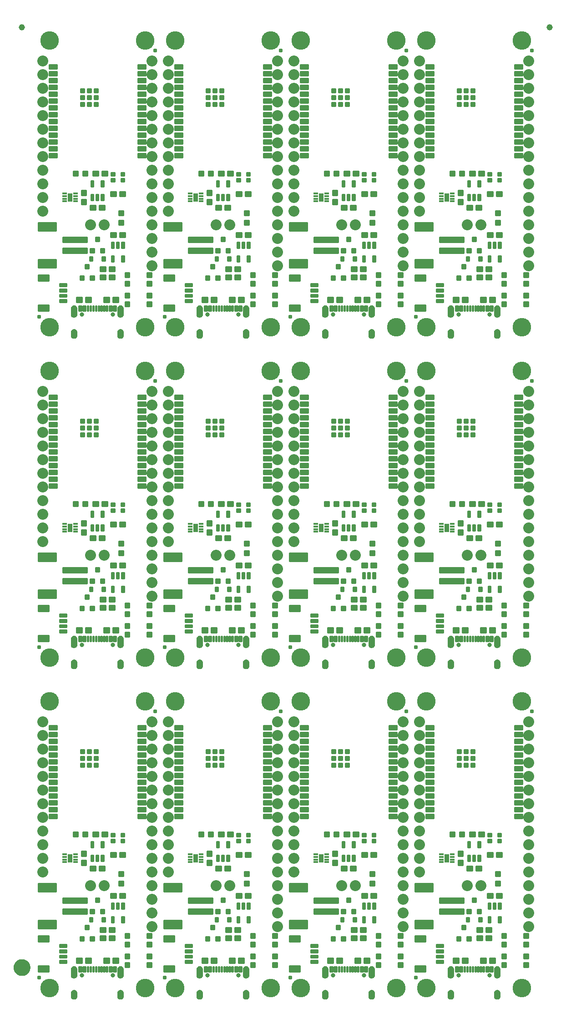
<source format=gts>
G04 EAGLE Gerber RS-274X export*
G75*
%MOMM*%
%FSLAX34Y34*%
%LPD*%
%INSoldermask Top*%
%IPPOS*%
%AMOC8*
5,1,8,0,0,1.08239X$1,22.5*%
G01*
%ADD10C,0.252575*%
%ADD11C,0.257147*%
%ADD12C,2.032000*%
%ADD13C,3.454400*%
%ADD14C,0.253344*%
%ADD15C,0.255816*%
%ADD16C,0.802400*%
%ADD17C,0.253525*%
%ADD18C,0.245334*%
%ADD19C,0.243431*%
%ADD20C,0.252862*%
%ADD21C,0.250366*%
%ADD22C,0.449434*%
%ADD23R,0.840000X0.440000*%
%ADD24R,0.940000X1.520000*%
%ADD25C,0.255719*%
%ADD26C,0.787400*%
%ADD27C,1.152400*%
%ADD28C,1.270000*%
%ADD29C,1.652400*%

G36*
X539744Y1272243D02*
X539744Y1272243D01*
X539750Y1272249D01*
X539755Y1272245D01*
X540985Y1272610D01*
X540990Y1272617D01*
X540995Y1272615D01*
X542114Y1273245D01*
X542117Y1273252D01*
X542123Y1273251D01*
X543073Y1274114D01*
X543074Y1274122D01*
X543080Y1274122D01*
X543814Y1275175D01*
X543814Y1275183D01*
X543819Y1275185D01*
X544301Y1276375D01*
X544299Y1276380D01*
X544303Y1276383D01*
X544302Y1276384D01*
X544304Y1276385D01*
X544509Y1277652D01*
X544506Y1277657D01*
X544509Y1277660D01*
X544509Y1289660D01*
X544506Y1289664D01*
X544509Y1289667D01*
X544354Y1290789D01*
X544349Y1290794D01*
X544352Y1290798D01*
X543981Y1291869D01*
X543975Y1291873D01*
X543977Y1291878D01*
X543404Y1292855D01*
X543398Y1292858D01*
X543399Y1292863D01*
X542646Y1293710D01*
X542639Y1293712D01*
X542639Y1293717D01*
X541736Y1294401D01*
X541729Y1294401D01*
X541728Y1294406D01*
X540709Y1294901D01*
X540702Y1294899D01*
X540700Y1294904D01*
X539603Y1295191D01*
X539597Y1295188D01*
X539594Y1295192D01*
X538463Y1295259D01*
X538457Y1295259D01*
X537326Y1295192D01*
X537321Y1295187D01*
X537317Y1295191D01*
X536220Y1294904D01*
X536216Y1294898D01*
X536211Y1294901D01*
X535192Y1294406D01*
X535189Y1294400D01*
X535184Y1294401D01*
X534281Y1293717D01*
X534279Y1293710D01*
X534274Y1293710D01*
X533521Y1292863D01*
X533521Y1292856D01*
X533516Y1292855D01*
X532943Y1291878D01*
X532944Y1291875D01*
X532943Y1291874D01*
X532944Y1291873D01*
X532944Y1291871D01*
X532939Y1291869D01*
X532568Y1290798D01*
X532570Y1290793D01*
X532567Y1290791D01*
X532567Y1290790D01*
X532566Y1290789D01*
X532411Y1289667D01*
X532414Y1289662D01*
X532411Y1289660D01*
X532411Y1277660D01*
X532414Y1277655D01*
X532411Y1277652D01*
X532616Y1276385D01*
X532622Y1276379D01*
X532619Y1276375D01*
X533101Y1275185D01*
X533108Y1275181D01*
X533106Y1275175D01*
X533840Y1274122D01*
X533848Y1274120D01*
X533847Y1274114D01*
X534797Y1273251D01*
X534806Y1273250D01*
X534806Y1273245D01*
X535925Y1272615D01*
X535933Y1272616D01*
X535935Y1272610D01*
X537165Y1272245D01*
X537173Y1272248D01*
X537176Y1272243D01*
X538457Y1272161D01*
X538461Y1272164D01*
X538463Y1272161D01*
X539744Y1272243D01*
G37*
G36*
X72384Y1272243D02*
X72384Y1272243D01*
X72390Y1272249D01*
X72395Y1272245D01*
X73625Y1272610D01*
X73630Y1272617D01*
X73635Y1272615D01*
X74754Y1273245D01*
X74757Y1273252D01*
X74763Y1273251D01*
X75713Y1274114D01*
X75714Y1274122D01*
X75720Y1274122D01*
X76454Y1275175D01*
X76454Y1275183D01*
X76459Y1275185D01*
X76941Y1276375D01*
X76939Y1276380D01*
X76943Y1276383D01*
X76942Y1276384D01*
X76944Y1276385D01*
X77149Y1277652D01*
X77146Y1277657D01*
X77149Y1277660D01*
X77149Y1289660D01*
X77146Y1289664D01*
X77149Y1289667D01*
X76994Y1290789D01*
X76989Y1290794D01*
X76992Y1290798D01*
X76621Y1291869D01*
X76615Y1291873D01*
X76617Y1291878D01*
X76044Y1292855D01*
X76038Y1292858D01*
X76039Y1292863D01*
X75286Y1293710D01*
X75279Y1293712D01*
X75279Y1293717D01*
X74376Y1294401D01*
X74369Y1294401D01*
X74368Y1294406D01*
X73349Y1294901D01*
X73342Y1294899D01*
X73340Y1294904D01*
X72243Y1295191D01*
X72237Y1295188D01*
X72234Y1295192D01*
X71103Y1295259D01*
X71097Y1295259D01*
X69966Y1295192D01*
X69961Y1295187D01*
X69957Y1295191D01*
X68860Y1294904D01*
X68856Y1294898D01*
X68851Y1294901D01*
X67832Y1294406D01*
X67829Y1294400D01*
X67824Y1294401D01*
X66921Y1293717D01*
X66919Y1293710D01*
X66914Y1293710D01*
X66161Y1292863D01*
X66161Y1292856D01*
X66156Y1292855D01*
X65583Y1291878D01*
X65584Y1291875D01*
X65583Y1291874D01*
X65584Y1291873D01*
X65584Y1291871D01*
X65579Y1291869D01*
X65208Y1290798D01*
X65210Y1290793D01*
X65207Y1290791D01*
X65207Y1290790D01*
X65206Y1290789D01*
X65051Y1289667D01*
X65054Y1289662D01*
X65051Y1289660D01*
X65051Y1277660D01*
X65054Y1277655D01*
X65051Y1277652D01*
X65256Y1276385D01*
X65262Y1276379D01*
X65259Y1276375D01*
X65741Y1275185D01*
X65748Y1275181D01*
X65746Y1275175D01*
X66480Y1274122D01*
X66488Y1274120D01*
X66487Y1274114D01*
X67437Y1273251D01*
X67446Y1273250D01*
X67446Y1273245D01*
X68565Y1272615D01*
X68573Y1272616D01*
X68575Y1272610D01*
X69805Y1272245D01*
X69813Y1272248D01*
X69816Y1272243D01*
X71097Y1272161D01*
X71101Y1272164D01*
X71103Y1272161D01*
X72384Y1272243D01*
G37*
G36*
X306064Y1272243D02*
X306064Y1272243D01*
X306070Y1272249D01*
X306075Y1272245D01*
X307305Y1272610D01*
X307310Y1272617D01*
X307315Y1272615D01*
X308434Y1273245D01*
X308437Y1273252D01*
X308443Y1273251D01*
X309393Y1274114D01*
X309394Y1274122D01*
X309400Y1274122D01*
X310134Y1275175D01*
X310134Y1275183D01*
X310139Y1275185D01*
X310621Y1276375D01*
X310619Y1276380D01*
X310623Y1276383D01*
X310622Y1276384D01*
X310624Y1276385D01*
X310829Y1277652D01*
X310826Y1277657D01*
X310829Y1277660D01*
X310829Y1289660D01*
X310826Y1289664D01*
X310829Y1289667D01*
X310674Y1290789D01*
X310669Y1290794D01*
X310672Y1290798D01*
X310301Y1291869D01*
X310295Y1291873D01*
X310297Y1291878D01*
X309724Y1292855D01*
X309718Y1292858D01*
X309719Y1292863D01*
X308966Y1293710D01*
X308959Y1293712D01*
X308959Y1293717D01*
X308056Y1294401D01*
X308049Y1294401D01*
X308048Y1294406D01*
X307029Y1294901D01*
X307022Y1294899D01*
X307020Y1294904D01*
X305923Y1295191D01*
X305917Y1295188D01*
X305914Y1295192D01*
X304783Y1295259D01*
X304777Y1295259D01*
X303646Y1295192D01*
X303641Y1295187D01*
X303637Y1295191D01*
X302540Y1294904D01*
X302536Y1294898D01*
X302531Y1294901D01*
X301512Y1294406D01*
X301509Y1294400D01*
X301504Y1294401D01*
X300601Y1293717D01*
X300599Y1293710D01*
X300594Y1293710D01*
X299841Y1292863D01*
X299841Y1292856D01*
X299836Y1292855D01*
X299263Y1291878D01*
X299264Y1291875D01*
X299263Y1291874D01*
X299264Y1291873D01*
X299264Y1291871D01*
X299259Y1291869D01*
X298888Y1290798D01*
X298890Y1290793D01*
X298887Y1290791D01*
X298887Y1290790D01*
X298886Y1290789D01*
X298731Y1289667D01*
X298734Y1289662D01*
X298731Y1289660D01*
X298731Y1277660D01*
X298734Y1277655D01*
X298731Y1277652D01*
X298936Y1276385D01*
X298942Y1276379D01*
X298939Y1276375D01*
X299421Y1275185D01*
X299428Y1275181D01*
X299426Y1275175D01*
X300160Y1274122D01*
X300168Y1274120D01*
X300167Y1274114D01*
X301117Y1273251D01*
X301126Y1273250D01*
X301126Y1273245D01*
X302245Y1272615D01*
X302253Y1272616D01*
X302255Y1272610D01*
X303485Y1272245D01*
X303493Y1272248D01*
X303496Y1272243D01*
X304777Y1272161D01*
X304781Y1272164D01*
X304783Y1272161D01*
X306064Y1272243D01*
G37*
G36*
X158784Y1272243D02*
X158784Y1272243D01*
X158790Y1272249D01*
X158795Y1272245D01*
X160025Y1272610D01*
X160030Y1272617D01*
X160035Y1272615D01*
X161154Y1273245D01*
X161157Y1273252D01*
X161163Y1273251D01*
X162113Y1274114D01*
X162114Y1274122D01*
X162120Y1274122D01*
X162854Y1275175D01*
X162854Y1275183D01*
X162859Y1275185D01*
X163341Y1276375D01*
X163339Y1276380D01*
X163343Y1276383D01*
X163342Y1276384D01*
X163344Y1276385D01*
X163549Y1277652D01*
X163546Y1277657D01*
X163549Y1277660D01*
X163549Y1289660D01*
X163546Y1289664D01*
X163549Y1289667D01*
X163394Y1290789D01*
X163389Y1290794D01*
X163392Y1290798D01*
X163021Y1291869D01*
X163015Y1291873D01*
X163017Y1291878D01*
X162444Y1292855D01*
X162438Y1292858D01*
X162439Y1292863D01*
X161686Y1293710D01*
X161679Y1293712D01*
X161679Y1293717D01*
X160776Y1294401D01*
X160769Y1294401D01*
X160768Y1294406D01*
X159749Y1294901D01*
X159742Y1294899D01*
X159740Y1294904D01*
X158643Y1295191D01*
X158637Y1295188D01*
X158634Y1295192D01*
X157503Y1295259D01*
X157497Y1295259D01*
X156366Y1295192D01*
X156361Y1295187D01*
X156357Y1295191D01*
X155260Y1294904D01*
X155256Y1294898D01*
X155251Y1294901D01*
X154232Y1294406D01*
X154229Y1294400D01*
X154224Y1294401D01*
X153321Y1293717D01*
X153319Y1293710D01*
X153314Y1293710D01*
X152561Y1292863D01*
X152561Y1292856D01*
X152556Y1292855D01*
X151983Y1291878D01*
X151984Y1291875D01*
X151983Y1291874D01*
X151984Y1291873D01*
X151984Y1291871D01*
X151979Y1291869D01*
X151608Y1290798D01*
X151610Y1290793D01*
X151607Y1290791D01*
X151607Y1290790D01*
X151606Y1290789D01*
X151451Y1289667D01*
X151454Y1289662D01*
X151451Y1289660D01*
X151451Y1277660D01*
X151454Y1277655D01*
X151451Y1277652D01*
X151656Y1276385D01*
X151662Y1276379D01*
X151659Y1276375D01*
X152141Y1275185D01*
X152148Y1275181D01*
X152146Y1275175D01*
X152880Y1274122D01*
X152888Y1274120D01*
X152887Y1274114D01*
X153837Y1273251D01*
X153846Y1273250D01*
X153846Y1273245D01*
X154965Y1272615D01*
X154973Y1272616D01*
X154975Y1272610D01*
X156205Y1272245D01*
X156213Y1272248D01*
X156216Y1272243D01*
X157497Y1272161D01*
X157501Y1272164D01*
X157503Y1272161D01*
X158784Y1272243D01*
G37*
G36*
X392464Y1272243D02*
X392464Y1272243D01*
X392470Y1272249D01*
X392475Y1272245D01*
X393705Y1272610D01*
X393710Y1272617D01*
X393715Y1272615D01*
X394834Y1273245D01*
X394837Y1273252D01*
X394843Y1273251D01*
X395793Y1274114D01*
X395794Y1274122D01*
X395800Y1274122D01*
X396534Y1275175D01*
X396534Y1275183D01*
X396539Y1275185D01*
X397021Y1276375D01*
X397019Y1276380D01*
X397023Y1276383D01*
X397022Y1276384D01*
X397024Y1276385D01*
X397229Y1277652D01*
X397226Y1277657D01*
X397229Y1277660D01*
X397229Y1289660D01*
X397226Y1289664D01*
X397229Y1289667D01*
X397074Y1290789D01*
X397069Y1290794D01*
X397072Y1290798D01*
X396701Y1291869D01*
X396695Y1291873D01*
X396697Y1291878D01*
X396124Y1292855D01*
X396118Y1292858D01*
X396119Y1292863D01*
X395366Y1293710D01*
X395359Y1293712D01*
X395359Y1293717D01*
X394456Y1294401D01*
X394449Y1294401D01*
X394448Y1294406D01*
X393429Y1294901D01*
X393422Y1294899D01*
X393420Y1294904D01*
X392323Y1295191D01*
X392317Y1295188D01*
X392314Y1295192D01*
X391183Y1295259D01*
X391177Y1295259D01*
X390046Y1295192D01*
X390041Y1295187D01*
X390037Y1295191D01*
X388940Y1294904D01*
X388936Y1294898D01*
X388931Y1294901D01*
X387912Y1294406D01*
X387909Y1294400D01*
X387904Y1294401D01*
X387001Y1293717D01*
X386999Y1293710D01*
X386994Y1293710D01*
X386241Y1292863D01*
X386241Y1292856D01*
X386236Y1292855D01*
X385663Y1291878D01*
X385664Y1291875D01*
X385663Y1291874D01*
X385664Y1291873D01*
X385664Y1291871D01*
X385659Y1291869D01*
X385288Y1290798D01*
X385290Y1290793D01*
X385287Y1290791D01*
X385287Y1290790D01*
X385286Y1290789D01*
X385131Y1289667D01*
X385134Y1289662D01*
X385131Y1289660D01*
X385131Y1277660D01*
X385134Y1277655D01*
X385131Y1277652D01*
X385336Y1276385D01*
X385342Y1276379D01*
X385339Y1276375D01*
X385821Y1275185D01*
X385828Y1275181D01*
X385826Y1275175D01*
X386560Y1274122D01*
X386568Y1274120D01*
X386567Y1274114D01*
X387517Y1273251D01*
X387526Y1273250D01*
X387526Y1273245D01*
X388645Y1272615D01*
X388653Y1272616D01*
X388655Y1272610D01*
X389885Y1272245D01*
X389893Y1272248D01*
X389896Y1272243D01*
X391177Y1272161D01*
X391181Y1272164D01*
X391183Y1272161D01*
X392464Y1272243D01*
G37*
G36*
X626144Y1272243D02*
X626144Y1272243D01*
X626150Y1272249D01*
X626155Y1272245D01*
X627385Y1272610D01*
X627390Y1272617D01*
X627395Y1272615D01*
X628514Y1273245D01*
X628517Y1273252D01*
X628523Y1273251D01*
X629473Y1274114D01*
X629474Y1274122D01*
X629480Y1274122D01*
X630214Y1275175D01*
X630214Y1275183D01*
X630219Y1275185D01*
X630701Y1276375D01*
X630699Y1276380D01*
X630703Y1276383D01*
X630702Y1276384D01*
X630704Y1276385D01*
X630909Y1277652D01*
X630906Y1277657D01*
X630909Y1277660D01*
X630909Y1289660D01*
X630906Y1289664D01*
X630909Y1289667D01*
X630754Y1290789D01*
X630749Y1290794D01*
X630752Y1290798D01*
X630381Y1291869D01*
X630375Y1291873D01*
X630377Y1291878D01*
X629804Y1292855D01*
X629798Y1292858D01*
X629799Y1292863D01*
X629046Y1293710D01*
X629039Y1293712D01*
X629039Y1293717D01*
X628136Y1294401D01*
X628129Y1294401D01*
X628128Y1294406D01*
X627109Y1294901D01*
X627102Y1294899D01*
X627100Y1294904D01*
X626003Y1295191D01*
X625997Y1295188D01*
X625994Y1295192D01*
X624863Y1295259D01*
X624857Y1295259D01*
X623726Y1295192D01*
X623721Y1295187D01*
X623717Y1295191D01*
X622620Y1294904D01*
X622616Y1294898D01*
X622611Y1294901D01*
X621592Y1294406D01*
X621589Y1294400D01*
X621584Y1294401D01*
X620681Y1293717D01*
X620679Y1293710D01*
X620674Y1293710D01*
X619921Y1292863D01*
X619921Y1292856D01*
X619916Y1292855D01*
X619343Y1291878D01*
X619344Y1291875D01*
X619343Y1291874D01*
X619344Y1291873D01*
X619344Y1291871D01*
X619339Y1291869D01*
X618968Y1290798D01*
X618970Y1290793D01*
X618967Y1290791D01*
X618967Y1290790D01*
X618966Y1290789D01*
X618811Y1289667D01*
X618814Y1289662D01*
X618811Y1289660D01*
X618811Y1277660D01*
X618814Y1277655D01*
X618811Y1277652D01*
X619016Y1276385D01*
X619022Y1276379D01*
X619019Y1276375D01*
X619501Y1275185D01*
X619508Y1275181D01*
X619506Y1275175D01*
X620240Y1274122D01*
X620248Y1274120D01*
X620247Y1274114D01*
X621197Y1273251D01*
X621206Y1273250D01*
X621206Y1273245D01*
X622325Y1272615D01*
X622333Y1272616D01*
X622335Y1272610D01*
X623565Y1272245D01*
X623573Y1272248D01*
X623576Y1272243D01*
X624857Y1272161D01*
X624861Y1272164D01*
X624863Y1272161D01*
X626144Y1272243D01*
G37*
G36*
X859824Y1272243D02*
X859824Y1272243D01*
X859830Y1272249D01*
X859835Y1272245D01*
X861065Y1272610D01*
X861070Y1272617D01*
X861075Y1272615D01*
X862194Y1273245D01*
X862197Y1273252D01*
X862203Y1273251D01*
X863153Y1274114D01*
X863154Y1274122D01*
X863160Y1274122D01*
X863894Y1275175D01*
X863894Y1275183D01*
X863899Y1275185D01*
X864381Y1276375D01*
X864379Y1276380D01*
X864383Y1276383D01*
X864382Y1276384D01*
X864384Y1276385D01*
X864589Y1277652D01*
X864586Y1277657D01*
X864589Y1277660D01*
X864589Y1289660D01*
X864586Y1289664D01*
X864589Y1289667D01*
X864434Y1290789D01*
X864429Y1290794D01*
X864432Y1290798D01*
X864061Y1291869D01*
X864055Y1291873D01*
X864057Y1291878D01*
X863484Y1292855D01*
X863478Y1292858D01*
X863479Y1292863D01*
X862726Y1293710D01*
X862719Y1293712D01*
X862719Y1293717D01*
X861816Y1294401D01*
X861809Y1294401D01*
X861808Y1294406D01*
X860789Y1294901D01*
X860782Y1294899D01*
X860780Y1294904D01*
X859683Y1295191D01*
X859677Y1295188D01*
X859674Y1295192D01*
X858543Y1295259D01*
X858537Y1295259D01*
X857406Y1295192D01*
X857401Y1295187D01*
X857397Y1295191D01*
X856300Y1294904D01*
X856296Y1294898D01*
X856291Y1294901D01*
X855272Y1294406D01*
X855269Y1294400D01*
X855264Y1294401D01*
X854361Y1293717D01*
X854359Y1293710D01*
X854354Y1293710D01*
X853601Y1292863D01*
X853601Y1292856D01*
X853596Y1292855D01*
X853023Y1291878D01*
X853024Y1291875D01*
X853023Y1291874D01*
X853024Y1291873D01*
X853024Y1291871D01*
X853019Y1291869D01*
X852648Y1290798D01*
X852650Y1290793D01*
X852647Y1290791D01*
X852647Y1290790D01*
X852646Y1290789D01*
X852491Y1289667D01*
X852494Y1289662D01*
X852491Y1289660D01*
X852491Y1277660D01*
X852494Y1277655D01*
X852491Y1277652D01*
X852696Y1276385D01*
X852702Y1276379D01*
X852699Y1276375D01*
X853181Y1275185D01*
X853188Y1275181D01*
X853186Y1275175D01*
X853920Y1274122D01*
X853928Y1274120D01*
X853927Y1274114D01*
X854877Y1273251D01*
X854886Y1273250D01*
X854886Y1273245D01*
X856005Y1272615D01*
X856013Y1272616D01*
X856015Y1272610D01*
X857245Y1272245D01*
X857253Y1272248D01*
X857256Y1272243D01*
X858537Y1272161D01*
X858541Y1272164D01*
X858543Y1272161D01*
X859824Y1272243D01*
G37*
G36*
X773424Y1272243D02*
X773424Y1272243D01*
X773430Y1272249D01*
X773435Y1272245D01*
X774665Y1272610D01*
X774670Y1272617D01*
X774675Y1272615D01*
X775794Y1273245D01*
X775797Y1273252D01*
X775803Y1273251D01*
X776753Y1274114D01*
X776754Y1274122D01*
X776760Y1274122D01*
X777494Y1275175D01*
X777494Y1275183D01*
X777499Y1275185D01*
X777981Y1276375D01*
X777979Y1276380D01*
X777983Y1276383D01*
X777982Y1276384D01*
X777984Y1276385D01*
X778189Y1277652D01*
X778186Y1277657D01*
X778189Y1277660D01*
X778189Y1289660D01*
X778186Y1289664D01*
X778189Y1289667D01*
X778034Y1290789D01*
X778029Y1290794D01*
X778032Y1290798D01*
X777661Y1291869D01*
X777655Y1291873D01*
X777657Y1291878D01*
X777084Y1292855D01*
X777078Y1292858D01*
X777079Y1292863D01*
X776326Y1293710D01*
X776319Y1293712D01*
X776319Y1293717D01*
X775416Y1294401D01*
X775409Y1294401D01*
X775408Y1294406D01*
X774389Y1294901D01*
X774382Y1294899D01*
X774380Y1294904D01*
X773283Y1295191D01*
X773277Y1295188D01*
X773274Y1295192D01*
X772143Y1295259D01*
X772137Y1295259D01*
X771006Y1295192D01*
X771001Y1295187D01*
X770997Y1295191D01*
X769900Y1294904D01*
X769896Y1294898D01*
X769891Y1294901D01*
X768872Y1294406D01*
X768869Y1294400D01*
X768864Y1294401D01*
X767961Y1293717D01*
X767959Y1293710D01*
X767954Y1293710D01*
X767201Y1292863D01*
X767201Y1292856D01*
X767196Y1292855D01*
X766623Y1291878D01*
X766624Y1291875D01*
X766623Y1291874D01*
X766624Y1291873D01*
X766624Y1291871D01*
X766619Y1291869D01*
X766248Y1290798D01*
X766250Y1290793D01*
X766247Y1290791D01*
X766247Y1290790D01*
X766246Y1290789D01*
X766091Y1289667D01*
X766094Y1289662D01*
X766091Y1289660D01*
X766091Y1277660D01*
X766094Y1277655D01*
X766091Y1277652D01*
X766296Y1276385D01*
X766302Y1276379D01*
X766299Y1276375D01*
X766781Y1275185D01*
X766788Y1275181D01*
X766786Y1275175D01*
X767520Y1274122D01*
X767528Y1274120D01*
X767527Y1274114D01*
X768477Y1273251D01*
X768486Y1273250D01*
X768486Y1273245D01*
X769605Y1272615D01*
X769613Y1272616D01*
X769615Y1272610D01*
X770845Y1272245D01*
X770853Y1272248D01*
X770856Y1272243D01*
X772137Y1272161D01*
X772141Y1272164D01*
X772143Y1272161D01*
X773424Y1272243D01*
G37*
G36*
X626144Y657563D02*
X626144Y657563D01*
X626150Y657569D01*
X626155Y657565D01*
X627385Y657930D01*
X627390Y657937D01*
X627395Y657935D01*
X628514Y658565D01*
X628517Y658572D01*
X628523Y658571D01*
X629473Y659434D01*
X629474Y659442D01*
X629480Y659442D01*
X630214Y660495D01*
X630214Y660503D01*
X630219Y660505D01*
X630701Y661695D01*
X630699Y661700D01*
X630703Y661703D01*
X630702Y661704D01*
X630704Y661705D01*
X630909Y662972D01*
X630906Y662977D01*
X630909Y662980D01*
X630909Y674980D01*
X630906Y674984D01*
X630909Y674987D01*
X630754Y676109D01*
X630749Y676114D01*
X630752Y676118D01*
X630381Y677189D01*
X630375Y677193D01*
X630377Y677198D01*
X629804Y678175D01*
X629798Y678178D01*
X629799Y678183D01*
X629046Y679030D01*
X629039Y679032D01*
X629039Y679037D01*
X628136Y679721D01*
X628129Y679721D01*
X628128Y679726D01*
X627109Y680221D01*
X627102Y680219D01*
X627100Y680224D01*
X626003Y680511D01*
X625997Y680508D01*
X625994Y680512D01*
X624863Y680579D01*
X624857Y680579D01*
X623726Y680512D01*
X623721Y680507D01*
X623717Y680511D01*
X622620Y680224D01*
X622616Y680218D01*
X622611Y680221D01*
X621592Y679726D01*
X621589Y679720D01*
X621584Y679721D01*
X620681Y679037D01*
X620679Y679030D01*
X620674Y679030D01*
X619921Y678183D01*
X619921Y678176D01*
X619916Y678175D01*
X619343Y677198D01*
X619344Y677195D01*
X619343Y677194D01*
X619344Y677193D01*
X619344Y677191D01*
X619339Y677189D01*
X618968Y676118D01*
X618970Y676113D01*
X618967Y676111D01*
X618967Y676110D01*
X618966Y676109D01*
X618811Y674987D01*
X618814Y674982D01*
X618811Y674980D01*
X618811Y662980D01*
X618814Y662975D01*
X618811Y662972D01*
X619016Y661705D01*
X619022Y661699D01*
X619019Y661695D01*
X619501Y660505D01*
X619508Y660501D01*
X619506Y660495D01*
X620240Y659442D01*
X620248Y659440D01*
X620247Y659434D01*
X621197Y658571D01*
X621206Y658570D01*
X621206Y658565D01*
X622325Y657935D01*
X622333Y657936D01*
X622335Y657930D01*
X623565Y657565D01*
X623573Y657568D01*
X623576Y657563D01*
X624857Y657481D01*
X624861Y657484D01*
X624863Y657481D01*
X626144Y657563D01*
G37*
G36*
X392464Y657563D02*
X392464Y657563D01*
X392470Y657569D01*
X392475Y657565D01*
X393705Y657930D01*
X393710Y657937D01*
X393715Y657935D01*
X394834Y658565D01*
X394837Y658572D01*
X394843Y658571D01*
X395793Y659434D01*
X395794Y659442D01*
X395800Y659442D01*
X396534Y660495D01*
X396534Y660503D01*
X396539Y660505D01*
X397021Y661695D01*
X397019Y661700D01*
X397023Y661703D01*
X397022Y661704D01*
X397024Y661705D01*
X397229Y662972D01*
X397226Y662977D01*
X397229Y662980D01*
X397229Y674980D01*
X397226Y674984D01*
X397229Y674987D01*
X397074Y676109D01*
X397069Y676114D01*
X397072Y676118D01*
X396701Y677189D01*
X396695Y677193D01*
X396697Y677198D01*
X396124Y678175D01*
X396118Y678178D01*
X396119Y678183D01*
X395366Y679030D01*
X395359Y679032D01*
X395359Y679037D01*
X394456Y679721D01*
X394449Y679721D01*
X394448Y679726D01*
X393429Y680221D01*
X393422Y680219D01*
X393420Y680224D01*
X392323Y680511D01*
X392317Y680508D01*
X392314Y680512D01*
X391183Y680579D01*
X391177Y680579D01*
X390046Y680512D01*
X390041Y680507D01*
X390037Y680511D01*
X388940Y680224D01*
X388936Y680218D01*
X388931Y680221D01*
X387912Y679726D01*
X387909Y679720D01*
X387904Y679721D01*
X387001Y679037D01*
X386999Y679030D01*
X386994Y679030D01*
X386241Y678183D01*
X386241Y678176D01*
X386236Y678175D01*
X385663Y677198D01*
X385664Y677195D01*
X385663Y677194D01*
X385664Y677193D01*
X385664Y677191D01*
X385659Y677189D01*
X385288Y676118D01*
X385290Y676113D01*
X385287Y676111D01*
X385287Y676110D01*
X385286Y676109D01*
X385131Y674987D01*
X385134Y674982D01*
X385131Y674980D01*
X385131Y662980D01*
X385134Y662975D01*
X385131Y662972D01*
X385336Y661705D01*
X385342Y661699D01*
X385339Y661695D01*
X385821Y660505D01*
X385828Y660501D01*
X385826Y660495D01*
X386560Y659442D01*
X386568Y659440D01*
X386567Y659434D01*
X387517Y658571D01*
X387526Y658570D01*
X387526Y658565D01*
X388645Y657935D01*
X388653Y657936D01*
X388655Y657930D01*
X389885Y657565D01*
X389893Y657568D01*
X389896Y657563D01*
X391177Y657481D01*
X391181Y657484D01*
X391183Y657481D01*
X392464Y657563D01*
G37*
G36*
X306064Y657563D02*
X306064Y657563D01*
X306070Y657569D01*
X306075Y657565D01*
X307305Y657930D01*
X307310Y657937D01*
X307315Y657935D01*
X308434Y658565D01*
X308437Y658572D01*
X308443Y658571D01*
X309393Y659434D01*
X309394Y659442D01*
X309400Y659442D01*
X310134Y660495D01*
X310134Y660503D01*
X310139Y660505D01*
X310621Y661695D01*
X310619Y661700D01*
X310623Y661703D01*
X310622Y661704D01*
X310624Y661705D01*
X310829Y662972D01*
X310826Y662977D01*
X310829Y662980D01*
X310829Y674980D01*
X310826Y674984D01*
X310829Y674987D01*
X310674Y676109D01*
X310669Y676114D01*
X310672Y676118D01*
X310301Y677189D01*
X310295Y677193D01*
X310297Y677198D01*
X309724Y678175D01*
X309718Y678178D01*
X309719Y678183D01*
X308966Y679030D01*
X308959Y679032D01*
X308959Y679037D01*
X308056Y679721D01*
X308049Y679721D01*
X308048Y679726D01*
X307029Y680221D01*
X307022Y680219D01*
X307020Y680224D01*
X305923Y680511D01*
X305917Y680508D01*
X305914Y680512D01*
X304783Y680579D01*
X304777Y680579D01*
X303646Y680512D01*
X303641Y680507D01*
X303637Y680511D01*
X302540Y680224D01*
X302536Y680218D01*
X302531Y680221D01*
X301512Y679726D01*
X301509Y679720D01*
X301504Y679721D01*
X300601Y679037D01*
X300599Y679030D01*
X300594Y679030D01*
X299841Y678183D01*
X299841Y678176D01*
X299836Y678175D01*
X299263Y677198D01*
X299264Y677195D01*
X299263Y677194D01*
X299264Y677193D01*
X299264Y677191D01*
X299259Y677189D01*
X298888Y676118D01*
X298890Y676113D01*
X298887Y676111D01*
X298887Y676110D01*
X298886Y676109D01*
X298731Y674987D01*
X298734Y674982D01*
X298731Y674980D01*
X298731Y662980D01*
X298734Y662975D01*
X298731Y662972D01*
X298936Y661705D01*
X298942Y661699D01*
X298939Y661695D01*
X299421Y660505D01*
X299428Y660501D01*
X299426Y660495D01*
X300160Y659442D01*
X300168Y659440D01*
X300167Y659434D01*
X301117Y658571D01*
X301126Y658570D01*
X301126Y658565D01*
X302245Y657935D01*
X302253Y657936D01*
X302255Y657930D01*
X303485Y657565D01*
X303493Y657568D01*
X303496Y657563D01*
X304777Y657481D01*
X304781Y657484D01*
X304783Y657481D01*
X306064Y657563D01*
G37*
G36*
X72384Y657563D02*
X72384Y657563D01*
X72390Y657569D01*
X72395Y657565D01*
X73625Y657930D01*
X73630Y657937D01*
X73635Y657935D01*
X74754Y658565D01*
X74757Y658572D01*
X74763Y658571D01*
X75713Y659434D01*
X75714Y659442D01*
X75720Y659442D01*
X76454Y660495D01*
X76454Y660503D01*
X76459Y660505D01*
X76941Y661695D01*
X76939Y661700D01*
X76943Y661703D01*
X76942Y661704D01*
X76944Y661705D01*
X77149Y662972D01*
X77146Y662977D01*
X77149Y662980D01*
X77149Y674980D01*
X77146Y674984D01*
X77149Y674987D01*
X76994Y676109D01*
X76989Y676114D01*
X76992Y676118D01*
X76621Y677189D01*
X76615Y677193D01*
X76617Y677198D01*
X76044Y678175D01*
X76038Y678178D01*
X76039Y678183D01*
X75286Y679030D01*
X75279Y679032D01*
X75279Y679037D01*
X74376Y679721D01*
X74369Y679721D01*
X74368Y679726D01*
X73349Y680221D01*
X73342Y680219D01*
X73340Y680224D01*
X72243Y680511D01*
X72237Y680508D01*
X72234Y680512D01*
X71103Y680579D01*
X71097Y680579D01*
X69966Y680512D01*
X69961Y680507D01*
X69957Y680511D01*
X68860Y680224D01*
X68856Y680218D01*
X68851Y680221D01*
X67832Y679726D01*
X67829Y679720D01*
X67824Y679721D01*
X66921Y679037D01*
X66919Y679030D01*
X66914Y679030D01*
X66161Y678183D01*
X66161Y678176D01*
X66156Y678175D01*
X65583Y677198D01*
X65584Y677195D01*
X65583Y677194D01*
X65584Y677193D01*
X65584Y677191D01*
X65579Y677189D01*
X65208Y676118D01*
X65210Y676113D01*
X65207Y676111D01*
X65207Y676110D01*
X65206Y676109D01*
X65051Y674987D01*
X65054Y674982D01*
X65051Y674980D01*
X65051Y662980D01*
X65054Y662975D01*
X65051Y662972D01*
X65256Y661705D01*
X65262Y661699D01*
X65259Y661695D01*
X65741Y660505D01*
X65748Y660501D01*
X65746Y660495D01*
X66480Y659442D01*
X66488Y659440D01*
X66487Y659434D01*
X67437Y658571D01*
X67446Y658570D01*
X67446Y658565D01*
X68565Y657935D01*
X68573Y657936D01*
X68575Y657930D01*
X69805Y657565D01*
X69813Y657568D01*
X69816Y657563D01*
X71097Y657481D01*
X71101Y657484D01*
X71103Y657481D01*
X72384Y657563D01*
G37*
G36*
X859824Y657563D02*
X859824Y657563D01*
X859830Y657569D01*
X859835Y657565D01*
X861065Y657930D01*
X861070Y657937D01*
X861075Y657935D01*
X862194Y658565D01*
X862197Y658572D01*
X862203Y658571D01*
X863153Y659434D01*
X863154Y659442D01*
X863160Y659442D01*
X863894Y660495D01*
X863894Y660503D01*
X863899Y660505D01*
X864381Y661695D01*
X864379Y661700D01*
X864383Y661703D01*
X864382Y661704D01*
X864384Y661705D01*
X864589Y662972D01*
X864586Y662977D01*
X864589Y662980D01*
X864589Y674980D01*
X864586Y674984D01*
X864589Y674987D01*
X864434Y676109D01*
X864429Y676114D01*
X864432Y676118D01*
X864061Y677189D01*
X864055Y677193D01*
X864057Y677198D01*
X863484Y678175D01*
X863478Y678178D01*
X863479Y678183D01*
X862726Y679030D01*
X862719Y679032D01*
X862719Y679037D01*
X861816Y679721D01*
X861809Y679721D01*
X861808Y679726D01*
X860789Y680221D01*
X860782Y680219D01*
X860780Y680224D01*
X859683Y680511D01*
X859677Y680508D01*
X859674Y680512D01*
X858543Y680579D01*
X858537Y680579D01*
X857406Y680512D01*
X857401Y680507D01*
X857397Y680511D01*
X856300Y680224D01*
X856296Y680218D01*
X856291Y680221D01*
X855272Y679726D01*
X855269Y679720D01*
X855264Y679721D01*
X854361Y679037D01*
X854359Y679030D01*
X854354Y679030D01*
X853601Y678183D01*
X853601Y678176D01*
X853596Y678175D01*
X853023Y677198D01*
X853024Y677195D01*
X853023Y677194D01*
X853024Y677193D01*
X853024Y677191D01*
X853019Y677189D01*
X852648Y676118D01*
X852650Y676113D01*
X852647Y676111D01*
X852647Y676110D01*
X852646Y676109D01*
X852491Y674987D01*
X852494Y674982D01*
X852491Y674980D01*
X852491Y662980D01*
X852494Y662975D01*
X852491Y662972D01*
X852696Y661705D01*
X852702Y661699D01*
X852699Y661695D01*
X853181Y660505D01*
X853188Y660501D01*
X853186Y660495D01*
X853920Y659442D01*
X853928Y659440D01*
X853927Y659434D01*
X854877Y658571D01*
X854886Y658570D01*
X854886Y658565D01*
X856005Y657935D01*
X856013Y657936D01*
X856015Y657930D01*
X857245Y657565D01*
X857253Y657568D01*
X857256Y657563D01*
X858537Y657481D01*
X858541Y657484D01*
X858543Y657481D01*
X859824Y657563D01*
G37*
G36*
X539744Y657563D02*
X539744Y657563D01*
X539750Y657569D01*
X539755Y657565D01*
X540985Y657930D01*
X540990Y657937D01*
X540995Y657935D01*
X542114Y658565D01*
X542117Y658572D01*
X542123Y658571D01*
X543073Y659434D01*
X543074Y659442D01*
X543080Y659442D01*
X543814Y660495D01*
X543814Y660503D01*
X543819Y660505D01*
X544301Y661695D01*
X544299Y661700D01*
X544303Y661703D01*
X544302Y661704D01*
X544304Y661705D01*
X544509Y662972D01*
X544506Y662977D01*
X544509Y662980D01*
X544509Y674980D01*
X544506Y674984D01*
X544509Y674987D01*
X544354Y676109D01*
X544349Y676114D01*
X544352Y676118D01*
X543981Y677189D01*
X543975Y677193D01*
X543977Y677198D01*
X543404Y678175D01*
X543398Y678178D01*
X543399Y678183D01*
X542646Y679030D01*
X542639Y679032D01*
X542639Y679037D01*
X541736Y679721D01*
X541729Y679721D01*
X541728Y679726D01*
X540709Y680221D01*
X540702Y680219D01*
X540700Y680224D01*
X539603Y680511D01*
X539597Y680508D01*
X539594Y680512D01*
X538463Y680579D01*
X538457Y680579D01*
X537326Y680512D01*
X537321Y680507D01*
X537317Y680511D01*
X536220Y680224D01*
X536216Y680218D01*
X536211Y680221D01*
X535192Y679726D01*
X535189Y679720D01*
X535184Y679721D01*
X534281Y679037D01*
X534279Y679030D01*
X534274Y679030D01*
X533521Y678183D01*
X533521Y678176D01*
X533516Y678175D01*
X532943Y677198D01*
X532944Y677195D01*
X532943Y677194D01*
X532944Y677193D01*
X532944Y677191D01*
X532939Y677189D01*
X532568Y676118D01*
X532570Y676113D01*
X532567Y676111D01*
X532567Y676110D01*
X532566Y676109D01*
X532411Y674987D01*
X532414Y674982D01*
X532411Y674980D01*
X532411Y662980D01*
X532414Y662975D01*
X532411Y662972D01*
X532616Y661705D01*
X532622Y661699D01*
X532619Y661695D01*
X533101Y660505D01*
X533108Y660501D01*
X533106Y660495D01*
X533840Y659442D01*
X533848Y659440D01*
X533847Y659434D01*
X534797Y658571D01*
X534806Y658570D01*
X534806Y658565D01*
X535925Y657935D01*
X535933Y657936D01*
X535935Y657930D01*
X537165Y657565D01*
X537173Y657568D01*
X537176Y657563D01*
X538457Y657481D01*
X538461Y657484D01*
X538463Y657481D01*
X539744Y657563D01*
G37*
G36*
X158784Y657563D02*
X158784Y657563D01*
X158790Y657569D01*
X158795Y657565D01*
X160025Y657930D01*
X160030Y657937D01*
X160035Y657935D01*
X161154Y658565D01*
X161157Y658572D01*
X161163Y658571D01*
X162113Y659434D01*
X162114Y659442D01*
X162120Y659442D01*
X162854Y660495D01*
X162854Y660503D01*
X162859Y660505D01*
X163341Y661695D01*
X163339Y661700D01*
X163343Y661703D01*
X163342Y661704D01*
X163344Y661705D01*
X163549Y662972D01*
X163546Y662977D01*
X163549Y662980D01*
X163549Y674980D01*
X163546Y674984D01*
X163549Y674987D01*
X163394Y676109D01*
X163389Y676114D01*
X163392Y676118D01*
X163021Y677189D01*
X163015Y677193D01*
X163017Y677198D01*
X162444Y678175D01*
X162438Y678178D01*
X162439Y678183D01*
X161686Y679030D01*
X161679Y679032D01*
X161679Y679037D01*
X160776Y679721D01*
X160769Y679721D01*
X160768Y679726D01*
X159749Y680221D01*
X159742Y680219D01*
X159740Y680224D01*
X158643Y680511D01*
X158637Y680508D01*
X158634Y680512D01*
X157503Y680579D01*
X157497Y680579D01*
X156366Y680512D01*
X156361Y680507D01*
X156357Y680511D01*
X155260Y680224D01*
X155256Y680218D01*
X155251Y680221D01*
X154232Y679726D01*
X154229Y679720D01*
X154224Y679721D01*
X153321Y679037D01*
X153319Y679030D01*
X153314Y679030D01*
X152561Y678183D01*
X152561Y678176D01*
X152556Y678175D01*
X151983Y677198D01*
X151984Y677195D01*
X151983Y677194D01*
X151984Y677193D01*
X151984Y677191D01*
X151979Y677189D01*
X151608Y676118D01*
X151610Y676113D01*
X151607Y676111D01*
X151607Y676110D01*
X151606Y676109D01*
X151451Y674987D01*
X151454Y674982D01*
X151451Y674980D01*
X151451Y662980D01*
X151454Y662975D01*
X151451Y662972D01*
X151656Y661705D01*
X151662Y661699D01*
X151659Y661695D01*
X152141Y660505D01*
X152148Y660501D01*
X152146Y660495D01*
X152880Y659442D01*
X152888Y659440D01*
X152887Y659434D01*
X153837Y658571D01*
X153846Y658570D01*
X153846Y658565D01*
X154965Y657935D01*
X154973Y657936D01*
X154975Y657930D01*
X156205Y657565D01*
X156213Y657568D01*
X156216Y657563D01*
X157497Y657481D01*
X157501Y657484D01*
X157503Y657481D01*
X158784Y657563D01*
G37*
G36*
X773424Y657563D02*
X773424Y657563D01*
X773430Y657569D01*
X773435Y657565D01*
X774665Y657930D01*
X774670Y657937D01*
X774675Y657935D01*
X775794Y658565D01*
X775797Y658572D01*
X775803Y658571D01*
X776753Y659434D01*
X776754Y659442D01*
X776760Y659442D01*
X777494Y660495D01*
X777494Y660503D01*
X777499Y660505D01*
X777981Y661695D01*
X777979Y661700D01*
X777983Y661703D01*
X777982Y661704D01*
X777984Y661705D01*
X778189Y662972D01*
X778186Y662977D01*
X778189Y662980D01*
X778189Y674980D01*
X778186Y674984D01*
X778189Y674987D01*
X778034Y676109D01*
X778029Y676114D01*
X778032Y676118D01*
X777661Y677189D01*
X777655Y677193D01*
X777657Y677198D01*
X777084Y678175D01*
X777078Y678178D01*
X777079Y678183D01*
X776326Y679030D01*
X776319Y679032D01*
X776319Y679037D01*
X775416Y679721D01*
X775409Y679721D01*
X775408Y679726D01*
X774389Y680221D01*
X774382Y680219D01*
X774380Y680224D01*
X773283Y680511D01*
X773277Y680508D01*
X773274Y680512D01*
X772143Y680579D01*
X772137Y680579D01*
X771006Y680512D01*
X771001Y680507D01*
X770997Y680511D01*
X769900Y680224D01*
X769896Y680218D01*
X769891Y680221D01*
X768872Y679726D01*
X768869Y679720D01*
X768864Y679721D01*
X767961Y679037D01*
X767959Y679030D01*
X767954Y679030D01*
X767201Y678183D01*
X767201Y678176D01*
X767196Y678175D01*
X766623Y677198D01*
X766624Y677195D01*
X766623Y677194D01*
X766624Y677193D01*
X766624Y677191D01*
X766619Y677189D01*
X766248Y676118D01*
X766250Y676113D01*
X766247Y676111D01*
X766247Y676110D01*
X766246Y676109D01*
X766091Y674987D01*
X766094Y674982D01*
X766091Y674980D01*
X766091Y662980D01*
X766094Y662975D01*
X766091Y662972D01*
X766296Y661705D01*
X766302Y661699D01*
X766299Y661695D01*
X766781Y660505D01*
X766788Y660501D01*
X766786Y660495D01*
X767520Y659442D01*
X767528Y659440D01*
X767527Y659434D01*
X768477Y658571D01*
X768486Y658570D01*
X768486Y658565D01*
X769605Y657935D01*
X769613Y657936D01*
X769615Y657930D01*
X770845Y657565D01*
X770853Y657568D01*
X770856Y657563D01*
X772137Y657481D01*
X772141Y657484D01*
X772143Y657481D01*
X773424Y657563D01*
G37*
G36*
X626144Y42883D02*
X626144Y42883D01*
X626150Y42889D01*
X626155Y42885D01*
X627385Y43250D01*
X627390Y43257D01*
X627395Y43255D01*
X628514Y43885D01*
X628517Y43892D01*
X628523Y43891D01*
X629473Y44754D01*
X629474Y44762D01*
X629480Y44762D01*
X630214Y45815D01*
X630214Y45823D01*
X630219Y45825D01*
X630701Y47015D01*
X630699Y47020D01*
X630703Y47023D01*
X630702Y47024D01*
X630704Y47025D01*
X630909Y48292D01*
X630906Y48297D01*
X630909Y48300D01*
X630909Y60300D01*
X630906Y60304D01*
X630909Y60307D01*
X630754Y61429D01*
X630749Y61434D01*
X630752Y61438D01*
X630381Y62509D01*
X630375Y62513D01*
X630377Y62518D01*
X629804Y63495D01*
X629798Y63498D01*
X629799Y63503D01*
X629046Y64350D01*
X629039Y64352D01*
X629039Y64357D01*
X628136Y65041D01*
X628129Y65041D01*
X628128Y65046D01*
X627109Y65541D01*
X627102Y65539D01*
X627100Y65544D01*
X626003Y65831D01*
X625997Y65828D01*
X625994Y65832D01*
X624863Y65899D01*
X624857Y65899D01*
X623726Y65832D01*
X623721Y65827D01*
X623717Y65831D01*
X622620Y65544D01*
X622616Y65538D01*
X622611Y65541D01*
X621592Y65046D01*
X621589Y65040D01*
X621584Y65041D01*
X620681Y64357D01*
X620679Y64350D01*
X620674Y64350D01*
X619921Y63503D01*
X619921Y63496D01*
X619916Y63495D01*
X619343Y62518D01*
X619344Y62515D01*
X619343Y62514D01*
X619344Y62513D01*
X619344Y62511D01*
X619339Y62509D01*
X618968Y61438D01*
X618970Y61433D01*
X618967Y61431D01*
X618967Y61430D01*
X618966Y61429D01*
X618811Y60307D01*
X618814Y60302D01*
X618811Y60300D01*
X618811Y48300D01*
X618814Y48295D01*
X618811Y48292D01*
X619016Y47025D01*
X619022Y47019D01*
X619019Y47015D01*
X619501Y45825D01*
X619508Y45821D01*
X619506Y45815D01*
X620240Y44762D01*
X620248Y44760D01*
X620247Y44754D01*
X621197Y43891D01*
X621206Y43890D01*
X621206Y43885D01*
X622325Y43255D01*
X622333Y43256D01*
X622335Y43250D01*
X623565Y42885D01*
X623573Y42888D01*
X623576Y42883D01*
X624857Y42801D01*
X624861Y42804D01*
X624863Y42801D01*
X626144Y42883D01*
G37*
G36*
X158784Y42883D02*
X158784Y42883D01*
X158790Y42889D01*
X158795Y42885D01*
X160025Y43250D01*
X160030Y43257D01*
X160035Y43255D01*
X161154Y43885D01*
X161157Y43892D01*
X161163Y43891D01*
X162113Y44754D01*
X162114Y44762D01*
X162120Y44762D01*
X162854Y45815D01*
X162854Y45823D01*
X162859Y45825D01*
X163341Y47015D01*
X163339Y47020D01*
X163343Y47023D01*
X163342Y47024D01*
X163344Y47025D01*
X163549Y48292D01*
X163546Y48297D01*
X163549Y48300D01*
X163549Y60300D01*
X163546Y60304D01*
X163549Y60307D01*
X163394Y61429D01*
X163389Y61434D01*
X163392Y61438D01*
X163021Y62509D01*
X163015Y62513D01*
X163017Y62518D01*
X162444Y63495D01*
X162438Y63498D01*
X162439Y63503D01*
X161686Y64350D01*
X161679Y64352D01*
X161679Y64357D01*
X160776Y65041D01*
X160769Y65041D01*
X160768Y65046D01*
X159749Y65541D01*
X159742Y65539D01*
X159740Y65544D01*
X158643Y65831D01*
X158637Y65828D01*
X158634Y65832D01*
X157503Y65899D01*
X157497Y65899D01*
X156366Y65832D01*
X156361Y65827D01*
X156357Y65831D01*
X155260Y65544D01*
X155256Y65538D01*
X155251Y65541D01*
X154232Y65046D01*
X154229Y65040D01*
X154224Y65041D01*
X153321Y64357D01*
X153319Y64350D01*
X153314Y64350D01*
X152561Y63503D01*
X152561Y63496D01*
X152556Y63495D01*
X151983Y62518D01*
X151984Y62515D01*
X151983Y62514D01*
X151984Y62513D01*
X151984Y62511D01*
X151979Y62509D01*
X151608Y61438D01*
X151610Y61433D01*
X151607Y61431D01*
X151607Y61430D01*
X151606Y61429D01*
X151451Y60307D01*
X151454Y60302D01*
X151451Y60300D01*
X151451Y48300D01*
X151454Y48295D01*
X151451Y48292D01*
X151656Y47025D01*
X151662Y47019D01*
X151659Y47015D01*
X152141Y45825D01*
X152148Y45821D01*
X152146Y45815D01*
X152880Y44762D01*
X152888Y44760D01*
X152887Y44754D01*
X153837Y43891D01*
X153846Y43890D01*
X153846Y43885D01*
X154965Y43255D01*
X154973Y43256D01*
X154975Y43250D01*
X156205Y42885D01*
X156213Y42888D01*
X156216Y42883D01*
X157497Y42801D01*
X157501Y42804D01*
X157503Y42801D01*
X158784Y42883D01*
G37*
G36*
X392464Y42883D02*
X392464Y42883D01*
X392470Y42889D01*
X392475Y42885D01*
X393705Y43250D01*
X393710Y43257D01*
X393715Y43255D01*
X394834Y43885D01*
X394837Y43892D01*
X394843Y43891D01*
X395793Y44754D01*
X395794Y44762D01*
X395800Y44762D01*
X396534Y45815D01*
X396534Y45823D01*
X396539Y45825D01*
X397021Y47015D01*
X397019Y47020D01*
X397023Y47023D01*
X397022Y47024D01*
X397024Y47025D01*
X397229Y48292D01*
X397226Y48297D01*
X397229Y48300D01*
X397229Y60300D01*
X397226Y60304D01*
X397229Y60307D01*
X397074Y61429D01*
X397069Y61434D01*
X397072Y61438D01*
X396701Y62509D01*
X396695Y62513D01*
X396697Y62518D01*
X396124Y63495D01*
X396118Y63498D01*
X396119Y63503D01*
X395366Y64350D01*
X395359Y64352D01*
X395359Y64357D01*
X394456Y65041D01*
X394449Y65041D01*
X394448Y65046D01*
X393429Y65541D01*
X393422Y65539D01*
X393420Y65544D01*
X392323Y65831D01*
X392317Y65828D01*
X392314Y65832D01*
X391183Y65899D01*
X391177Y65899D01*
X390046Y65832D01*
X390041Y65827D01*
X390037Y65831D01*
X388940Y65544D01*
X388936Y65538D01*
X388931Y65541D01*
X387912Y65046D01*
X387909Y65040D01*
X387904Y65041D01*
X387001Y64357D01*
X386999Y64350D01*
X386994Y64350D01*
X386241Y63503D01*
X386241Y63496D01*
X386236Y63495D01*
X385663Y62518D01*
X385664Y62515D01*
X385663Y62514D01*
X385664Y62513D01*
X385664Y62511D01*
X385659Y62509D01*
X385288Y61438D01*
X385290Y61433D01*
X385287Y61431D01*
X385287Y61430D01*
X385286Y61429D01*
X385131Y60307D01*
X385134Y60302D01*
X385131Y60300D01*
X385131Y48300D01*
X385134Y48295D01*
X385131Y48292D01*
X385336Y47025D01*
X385342Y47019D01*
X385339Y47015D01*
X385821Y45825D01*
X385828Y45821D01*
X385826Y45815D01*
X386560Y44762D01*
X386568Y44760D01*
X386567Y44754D01*
X387517Y43891D01*
X387526Y43890D01*
X387526Y43885D01*
X388645Y43255D01*
X388653Y43256D01*
X388655Y43250D01*
X389885Y42885D01*
X389893Y42888D01*
X389896Y42883D01*
X391177Y42801D01*
X391181Y42804D01*
X391183Y42801D01*
X392464Y42883D01*
G37*
G36*
X539744Y42883D02*
X539744Y42883D01*
X539750Y42889D01*
X539755Y42885D01*
X540985Y43250D01*
X540990Y43257D01*
X540995Y43255D01*
X542114Y43885D01*
X542117Y43892D01*
X542123Y43891D01*
X543073Y44754D01*
X543074Y44762D01*
X543080Y44762D01*
X543814Y45815D01*
X543814Y45823D01*
X543819Y45825D01*
X544301Y47015D01*
X544299Y47020D01*
X544303Y47023D01*
X544302Y47024D01*
X544304Y47025D01*
X544509Y48292D01*
X544506Y48297D01*
X544509Y48300D01*
X544509Y60300D01*
X544506Y60304D01*
X544509Y60307D01*
X544354Y61429D01*
X544349Y61434D01*
X544352Y61438D01*
X543981Y62509D01*
X543975Y62513D01*
X543977Y62518D01*
X543404Y63495D01*
X543398Y63498D01*
X543399Y63503D01*
X542646Y64350D01*
X542639Y64352D01*
X542639Y64357D01*
X541736Y65041D01*
X541729Y65041D01*
X541728Y65046D01*
X540709Y65541D01*
X540702Y65539D01*
X540700Y65544D01*
X539603Y65831D01*
X539597Y65828D01*
X539594Y65832D01*
X538463Y65899D01*
X538457Y65899D01*
X537326Y65832D01*
X537321Y65827D01*
X537317Y65831D01*
X536220Y65544D01*
X536216Y65538D01*
X536211Y65541D01*
X535192Y65046D01*
X535189Y65040D01*
X535184Y65041D01*
X534281Y64357D01*
X534279Y64350D01*
X534274Y64350D01*
X533521Y63503D01*
X533521Y63496D01*
X533516Y63495D01*
X532943Y62518D01*
X532944Y62515D01*
X532943Y62514D01*
X532944Y62513D01*
X532944Y62511D01*
X532939Y62509D01*
X532568Y61438D01*
X532570Y61433D01*
X532567Y61431D01*
X532567Y61430D01*
X532566Y61429D01*
X532411Y60307D01*
X532414Y60302D01*
X532411Y60300D01*
X532411Y48300D01*
X532414Y48295D01*
X532411Y48292D01*
X532616Y47025D01*
X532622Y47019D01*
X532619Y47015D01*
X533101Y45825D01*
X533108Y45821D01*
X533106Y45815D01*
X533840Y44762D01*
X533848Y44760D01*
X533847Y44754D01*
X534797Y43891D01*
X534806Y43890D01*
X534806Y43885D01*
X535925Y43255D01*
X535933Y43256D01*
X535935Y43250D01*
X537165Y42885D01*
X537173Y42888D01*
X537176Y42883D01*
X538457Y42801D01*
X538461Y42804D01*
X538463Y42801D01*
X539744Y42883D01*
G37*
G36*
X859824Y42883D02*
X859824Y42883D01*
X859830Y42889D01*
X859835Y42885D01*
X861065Y43250D01*
X861070Y43257D01*
X861075Y43255D01*
X862194Y43885D01*
X862197Y43892D01*
X862203Y43891D01*
X863153Y44754D01*
X863154Y44762D01*
X863160Y44762D01*
X863894Y45815D01*
X863894Y45823D01*
X863899Y45825D01*
X864381Y47015D01*
X864379Y47020D01*
X864383Y47023D01*
X864382Y47024D01*
X864384Y47025D01*
X864589Y48292D01*
X864586Y48297D01*
X864589Y48300D01*
X864589Y60300D01*
X864586Y60304D01*
X864589Y60307D01*
X864434Y61429D01*
X864429Y61434D01*
X864432Y61438D01*
X864061Y62509D01*
X864055Y62513D01*
X864057Y62518D01*
X863484Y63495D01*
X863478Y63498D01*
X863479Y63503D01*
X862726Y64350D01*
X862719Y64352D01*
X862719Y64357D01*
X861816Y65041D01*
X861809Y65041D01*
X861808Y65046D01*
X860789Y65541D01*
X860782Y65539D01*
X860780Y65544D01*
X859683Y65831D01*
X859677Y65828D01*
X859674Y65832D01*
X858543Y65899D01*
X858537Y65899D01*
X857406Y65832D01*
X857401Y65827D01*
X857397Y65831D01*
X856300Y65544D01*
X856296Y65538D01*
X856291Y65541D01*
X855272Y65046D01*
X855269Y65040D01*
X855264Y65041D01*
X854361Y64357D01*
X854359Y64350D01*
X854354Y64350D01*
X853601Y63503D01*
X853601Y63496D01*
X853596Y63495D01*
X853023Y62518D01*
X853024Y62515D01*
X853023Y62514D01*
X853024Y62513D01*
X853024Y62511D01*
X853019Y62509D01*
X852648Y61438D01*
X852650Y61433D01*
X852647Y61431D01*
X852647Y61430D01*
X852646Y61429D01*
X852491Y60307D01*
X852494Y60302D01*
X852491Y60300D01*
X852491Y48300D01*
X852494Y48295D01*
X852491Y48292D01*
X852696Y47025D01*
X852702Y47019D01*
X852699Y47015D01*
X853181Y45825D01*
X853188Y45821D01*
X853186Y45815D01*
X853920Y44762D01*
X853928Y44760D01*
X853927Y44754D01*
X854877Y43891D01*
X854886Y43890D01*
X854886Y43885D01*
X856005Y43255D01*
X856013Y43256D01*
X856015Y43250D01*
X857245Y42885D01*
X857253Y42888D01*
X857256Y42883D01*
X858537Y42801D01*
X858541Y42804D01*
X858543Y42801D01*
X859824Y42883D01*
G37*
G36*
X306064Y42883D02*
X306064Y42883D01*
X306070Y42889D01*
X306075Y42885D01*
X307305Y43250D01*
X307310Y43257D01*
X307315Y43255D01*
X308434Y43885D01*
X308437Y43892D01*
X308443Y43891D01*
X309393Y44754D01*
X309394Y44762D01*
X309400Y44762D01*
X310134Y45815D01*
X310134Y45823D01*
X310139Y45825D01*
X310621Y47015D01*
X310619Y47020D01*
X310623Y47023D01*
X310622Y47024D01*
X310624Y47025D01*
X310829Y48292D01*
X310826Y48297D01*
X310829Y48300D01*
X310829Y60300D01*
X310826Y60304D01*
X310829Y60307D01*
X310674Y61429D01*
X310669Y61434D01*
X310672Y61438D01*
X310301Y62509D01*
X310295Y62513D01*
X310297Y62518D01*
X309724Y63495D01*
X309718Y63498D01*
X309719Y63503D01*
X308966Y64350D01*
X308959Y64352D01*
X308959Y64357D01*
X308056Y65041D01*
X308049Y65041D01*
X308048Y65046D01*
X307029Y65541D01*
X307022Y65539D01*
X307020Y65544D01*
X305923Y65831D01*
X305917Y65828D01*
X305914Y65832D01*
X304783Y65899D01*
X304777Y65899D01*
X303646Y65832D01*
X303641Y65827D01*
X303637Y65831D01*
X302540Y65544D01*
X302536Y65538D01*
X302531Y65541D01*
X301512Y65046D01*
X301509Y65040D01*
X301504Y65041D01*
X300601Y64357D01*
X300599Y64350D01*
X300594Y64350D01*
X299841Y63503D01*
X299841Y63496D01*
X299836Y63495D01*
X299263Y62518D01*
X299264Y62515D01*
X299263Y62514D01*
X299264Y62513D01*
X299264Y62511D01*
X299259Y62509D01*
X298888Y61438D01*
X298890Y61433D01*
X298887Y61431D01*
X298887Y61430D01*
X298886Y61429D01*
X298731Y60307D01*
X298734Y60302D01*
X298731Y60300D01*
X298731Y48300D01*
X298734Y48295D01*
X298731Y48292D01*
X298936Y47025D01*
X298942Y47019D01*
X298939Y47015D01*
X299421Y45825D01*
X299428Y45821D01*
X299426Y45815D01*
X300160Y44762D01*
X300168Y44760D01*
X300167Y44754D01*
X301117Y43891D01*
X301126Y43890D01*
X301126Y43885D01*
X302245Y43255D01*
X302253Y43256D01*
X302255Y43250D01*
X303485Y42885D01*
X303493Y42888D01*
X303496Y42883D01*
X304777Y42801D01*
X304781Y42804D01*
X304783Y42801D01*
X306064Y42883D01*
G37*
G36*
X773424Y42883D02*
X773424Y42883D01*
X773430Y42889D01*
X773435Y42885D01*
X774665Y43250D01*
X774670Y43257D01*
X774675Y43255D01*
X775794Y43885D01*
X775797Y43892D01*
X775803Y43891D01*
X776753Y44754D01*
X776754Y44762D01*
X776760Y44762D01*
X777494Y45815D01*
X777494Y45823D01*
X777499Y45825D01*
X777981Y47015D01*
X777979Y47020D01*
X777983Y47023D01*
X777982Y47024D01*
X777984Y47025D01*
X778189Y48292D01*
X778186Y48297D01*
X778189Y48300D01*
X778189Y60300D01*
X778186Y60304D01*
X778189Y60307D01*
X778034Y61429D01*
X778029Y61434D01*
X778032Y61438D01*
X777661Y62509D01*
X777655Y62513D01*
X777657Y62518D01*
X777084Y63495D01*
X777078Y63498D01*
X777079Y63503D01*
X776326Y64350D01*
X776319Y64352D01*
X776319Y64357D01*
X775416Y65041D01*
X775409Y65041D01*
X775408Y65046D01*
X774389Y65541D01*
X774382Y65539D01*
X774380Y65544D01*
X773283Y65831D01*
X773277Y65828D01*
X773274Y65832D01*
X772143Y65899D01*
X772137Y65899D01*
X771006Y65832D01*
X771001Y65827D01*
X770997Y65831D01*
X769900Y65544D01*
X769896Y65538D01*
X769891Y65541D01*
X768872Y65046D01*
X768869Y65040D01*
X768864Y65041D01*
X767961Y64357D01*
X767959Y64350D01*
X767954Y64350D01*
X767201Y63503D01*
X767201Y63496D01*
X767196Y63495D01*
X766623Y62518D01*
X766624Y62515D01*
X766623Y62514D01*
X766624Y62513D01*
X766624Y62511D01*
X766619Y62509D01*
X766248Y61438D01*
X766250Y61433D01*
X766247Y61431D01*
X766247Y61430D01*
X766246Y61429D01*
X766091Y60307D01*
X766094Y60302D01*
X766091Y60300D01*
X766091Y48300D01*
X766094Y48295D01*
X766091Y48292D01*
X766296Y47025D01*
X766302Y47019D01*
X766299Y47015D01*
X766781Y45825D01*
X766788Y45821D01*
X766786Y45815D01*
X767520Y44762D01*
X767528Y44760D01*
X767527Y44754D01*
X768477Y43891D01*
X768486Y43890D01*
X768486Y43885D01*
X769605Y43255D01*
X769613Y43256D01*
X769615Y43250D01*
X770845Y42885D01*
X770853Y42888D01*
X770856Y42883D01*
X772137Y42801D01*
X772141Y42804D01*
X772143Y42801D01*
X773424Y42883D01*
G37*
G36*
X72384Y42883D02*
X72384Y42883D01*
X72390Y42889D01*
X72395Y42885D01*
X73625Y43250D01*
X73630Y43257D01*
X73635Y43255D01*
X74754Y43885D01*
X74757Y43892D01*
X74763Y43891D01*
X75713Y44754D01*
X75714Y44762D01*
X75720Y44762D01*
X76454Y45815D01*
X76454Y45823D01*
X76459Y45825D01*
X76941Y47015D01*
X76939Y47020D01*
X76943Y47023D01*
X76942Y47024D01*
X76944Y47025D01*
X77149Y48292D01*
X77146Y48297D01*
X77149Y48300D01*
X77149Y60300D01*
X77146Y60304D01*
X77149Y60307D01*
X76994Y61429D01*
X76989Y61434D01*
X76992Y61438D01*
X76621Y62509D01*
X76615Y62513D01*
X76617Y62518D01*
X76044Y63495D01*
X76038Y63498D01*
X76039Y63503D01*
X75286Y64350D01*
X75279Y64352D01*
X75279Y64357D01*
X74376Y65041D01*
X74369Y65041D01*
X74368Y65046D01*
X73349Y65541D01*
X73342Y65539D01*
X73340Y65544D01*
X72243Y65831D01*
X72237Y65828D01*
X72234Y65832D01*
X71103Y65899D01*
X71097Y65899D01*
X69966Y65832D01*
X69961Y65827D01*
X69957Y65831D01*
X68860Y65544D01*
X68856Y65538D01*
X68851Y65541D01*
X67832Y65046D01*
X67829Y65040D01*
X67824Y65041D01*
X66921Y64357D01*
X66919Y64350D01*
X66914Y64350D01*
X66161Y63503D01*
X66161Y63496D01*
X66156Y63495D01*
X65583Y62518D01*
X65584Y62515D01*
X65583Y62514D01*
X65584Y62513D01*
X65584Y62511D01*
X65579Y62509D01*
X65208Y61438D01*
X65210Y61433D01*
X65207Y61431D01*
X65207Y61430D01*
X65206Y61429D01*
X65051Y60307D01*
X65054Y60302D01*
X65051Y60300D01*
X65051Y48300D01*
X65054Y48295D01*
X65051Y48292D01*
X65256Y47025D01*
X65262Y47019D01*
X65259Y47015D01*
X65741Y45825D01*
X65748Y45821D01*
X65746Y45815D01*
X66480Y44762D01*
X66488Y44760D01*
X66487Y44754D01*
X67437Y43891D01*
X67446Y43890D01*
X67446Y43885D01*
X68565Y43255D01*
X68573Y43256D01*
X68575Y43250D01*
X69805Y42885D01*
X69813Y42888D01*
X69816Y42883D01*
X71097Y42801D01*
X71101Y42804D01*
X71103Y42801D01*
X72384Y42883D01*
G37*
G36*
X305951Y618291D02*
X305951Y618291D01*
X305956Y618296D01*
X305960Y618293D01*
X307083Y618628D01*
X307087Y618634D01*
X307091Y618632D01*
X308127Y619180D01*
X308130Y619186D01*
X308135Y619185D01*
X309043Y619924D01*
X309045Y619931D01*
X309050Y619931D01*
X309797Y620833D01*
X309797Y620841D01*
X309803Y620841D01*
X310359Y621872D01*
X310358Y621879D01*
X310363Y621881D01*
X310707Y623000D01*
X310705Y623007D01*
X310709Y623010D01*
X310829Y624175D01*
X310827Y624178D01*
X310829Y624180D01*
X310829Y630180D01*
X310827Y630183D01*
X310829Y630185D01*
X310718Y631361D01*
X310713Y631366D01*
X310716Y631370D01*
X310378Y632502D01*
X310372Y632506D01*
X310374Y632511D01*
X309822Y633555D01*
X309815Y633558D01*
X309817Y633563D01*
X309071Y634479D01*
X309064Y634480D01*
X309064Y634486D01*
X308155Y635239D01*
X308147Y635239D01*
X308147Y635244D01*
X307107Y635805D01*
X307100Y635804D01*
X307098Y635809D01*
X305969Y636156D01*
X305963Y636154D01*
X305960Y636158D01*
X304785Y636279D01*
X304778Y636275D01*
X304774Y636279D01*
X303434Y636122D01*
X303428Y636117D01*
X303423Y636120D01*
X302152Y635669D01*
X302147Y635662D01*
X302142Y635664D01*
X301003Y634942D01*
X301000Y634934D01*
X300994Y634935D01*
X300044Y633977D01*
X300043Y633969D01*
X300037Y633968D01*
X299324Y632823D01*
X299325Y632815D01*
X299319Y632813D01*
X298879Y631537D01*
X298881Y631530D01*
X298877Y631527D01*
X298731Y630185D01*
X298733Y630182D01*
X298731Y630180D01*
X298731Y624180D01*
X298733Y624177D01*
X298731Y624174D01*
X298886Y622845D01*
X298892Y622839D01*
X298889Y622835D01*
X299336Y621574D01*
X299343Y621569D01*
X299341Y621564D01*
X300058Y620434D01*
X300065Y620431D01*
X300064Y620425D01*
X301015Y619483D01*
X301023Y619482D01*
X301023Y619476D01*
X302159Y618769D01*
X302167Y618770D01*
X302169Y618764D01*
X303434Y618328D01*
X303439Y618329D01*
X303440Y618329D01*
X303443Y618329D01*
X303445Y618325D01*
X304775Y618181D01*
X304781Y618185D01*
X304785Y618181D01*
X305951Y618291D01*
G37*
G36*
X392351Y618291D02*
X392351Y618291D01*
X392356Y618296D01*
X392360Y618293D01*
X393483Y618628D01*
X393487Y618634D01*
X393491Y618632D01*
X394527Y619180D01*
X394530Y619186D01*
X394535Y619185D01*
X395443Y619924D01*
X395445Y619931D01*
X395450Y619931D01*
X396197Y620833D01*
X396197Y620841D01*
X396203Y620841D01*
X396759Y621872D01*
X396758Y621879D01*
X396763Y621881D01*
X397107Y623000D01*
X397105Y623007D01*
X397109Y623010D01*
X397229Y624175D01*
X397227Y624178D01*
X397229Y624180D01*
X397229Y630180D01*
X397227Y630183D01*
X397229Y630185D01*
X397118Y631361D01*
X397113Y631366D01*
X397116Y631370D01*
X396778Y632502D01*
X396772Y632506D01*
X396774Y632511D01*
X396222Y633555D01*
X396215Y633558D01*
X396217Y633563D01*
X395471Y634479D01*
X395464Y634480D01*
X395464Y634486D01*
X394555Y635239D01*
X394547Y635239D01*
X394547Y635244D01*
X393507Y635805D01*
X393500Y635804D01*
X393498Y635809D01*
X392369Y636156D01*
X392363Y636154D01*
X392360Y636158D01*
X391185Y636279D01*
X391178Y636275D01*
X391174Y636279D01*
X389834Y636122D01*
X389828Y636117D01*
X389823Y636120D01*
X388552Y635669D01*
X388547Y635662D01*
X388542Y635664D01*
X387403Y634942D01*
X387400Y634934D01*
X387394Y634935D01*
X386444Y633977D01*
X386443Y633969D01*
X386437Y633968D01*
X385724Y632823D01*
X385725Y632815D01*
X385719Y632813D01*
X385279Y631537D01*
X385281Y631530D01*
X385277Y631527D01*
X385131Y630185D01*
X385133Y630182D01*
X385131Y630180D01*
X385131Y624180D01*
X385133Y624177D01*
X385131Y624174D01*
X385286Y622845D01*
X385292Y622839D01*
X385289Y622835D01*
X385736Y621574D01*
X385743Y621569D01*
X385741Y621564D01*
X386458Y620434D01*
X386465Y620431D01*
X386464Y620425D01*
X387415Y619483D01*
X387423Y619482D01*
X387423Y619476D01*
X388559Y618769D01*
X388567Y618770D01*
X388569Y618764D01*
X389834Y618328D01*
X389839Y618329D01*
X389840Y618329D01*
X389843Y618329D01*
X389845Y618325D01*
X391175Y618181D01*
X391181Y618185D01*
X391185Y618181D01*
X392351Y618291D01*
G37*
G36*
X859711Y618291D02*
X859711Y618291D01*
X859716Y618296D01*
X859720Y618293D01*
X860843Y618628D01*
X860847Y618634D01*
X860851Y618632D01*
X861887Y619180D01*
X861890Y619186D01*
X861895Y619185D01*
X862803Y619924D01*
X862805Y619931D01*
X862810Y619931D01*
X863557Y620833D01*
X863557Y620841D01*
X863563Y620841D01*
X864119Y621872D01*
X864118Y621879D01*
X864123Y621881D01*
X864467Y623000D01*
X864465Y623007D01*
X864469Y623010D01*
X864589Y624175D01*
X864587Y624178D01*
X864589Y624180D01*
X864589Y630180D01*
X864587Y630183D01*
X864589Y630185D01*
X864478Y631361D01*
X864473Y631366D01*
X864476Y631370D01*
X864138Y632502D01*
X864132Y632506D01*
X864134Y632511D01*
X863582Y633555D01*
X863575Y633558D01*
X863577Y633563D01*
X862831Y634479D01*
X862824Y634480D01*
X862824Y634486D01*
X861915Y635239D01*
X861907Y635239D01*
X861907Y635244D01*
X860867Y635805D01*
X860860Y635804D01*
X860858Y635809D01*
X859729Y636156D01*
X859723Y636154D01*
X859720Y636158D01*
X858545Y636279D01*
X858538Y636275D01*
X858534Y636279D01*
X857194Y636122D01*
X857188Y636117D01*
X857183Y636120D01*
X855912Y635669D01*
X855907Y635662D01*
X855902Y635664D01*
X854763Y634942D01*
X854760Y634934D01*
X854754Y634935D01*
X853804Y633977D01*
X853803Y633969D01*
X853797Y633968D01*
X853084Y632823D01*
X853085Y632815D01*
X853079Y632813D01*
X852639Y631537D01*
X852641Y631530D01*
X852637Y631527D01*
X852491Y630185D01*
X852493Y630182D01*
X852491Y630180D01*
X852491Y624180D01*
X852493Y624177D01*
X852491Y624174D01*
X852646Y622845D01*
X852652Y622839D01*
X852649Y622835D01*
X853096Y621574D01*
X853103Y621569D01*
X853101Y621564D01*
X853818Y620434D01*
X853825Y620431D01*
X853824Y620425D01*
X854775Y619483D01*
X854783Y619482D01*
X854783Y619476D01*
X855919Y618769D01*
X855927Y618770D01*
X855929Y618764D01*
X857194Y618328D01*
X857199Y618329D01*
X857200Y618329D01*
X857203Y618329D01*
X857205Y618325D01*
X858535Y618181D01*
X858541Y618185D01*
X858545Y618181D01*
X859711Y618291D01*
G37*
G36*
X539631Y618291D02*
X539631Y618291D01*
X539636Y618296D01*
X539640Y618293D01*
X540763Y618628D01*
X540767Y618634D01*
X540771Y618632D01*
X541807Y619180D01*
X541810Y619186D01*
X541815Y619185D01*
X542723Y619924D01*
X542725Y619931D01*
X542730Y619931D01*
X543477Y620833D01*
X543477Y620841D01*
X543483Y620841D01*
X544039Y621872D01*
X544038Y621879D01*
X544043Y621881D01*
X544387Y623000D01*
X544385Y623007D01*
X544389Y623010D01*
X544509Y624175D01*
X544507Y624178D01*
X544509Y624180D01*
X544509Y630180D01*
X544507Y630183D01*
X544509Y630185D01*
X544398Y631361D01*
X544393Y631366D01*
X544396Y631370D01*
X544058Y632502D01*
X544052Y632506D01*
X544054Y632511D01*
X543502Y633555D01*
X543495Y633558D01*
X543497Y633563D01*
X542751Y634479D01*
X542744Y634480D01*
X542744Y634486D01*
X541835Y635239D01*
X541827Y635239D01*
X541827Y635244D01*
X540787Y635805D01*
X540780Y635804D01*
X540778Y635809D01*
X539649Y636156D01*
X539643Y636154D01*
X539640Y636158D01*
X538465Y636279D01*
X538458Y636275D01*
X538454Y636279D01*
X537114Y636122D01*
X537108Y636117D01*
X537103Y636120D01*
X535832Y635669D01*
X535827Y635662D01*
X535822Y635664D01*
X534683Y634942D01*
X534680Y634934D01*
X534674Y634935D01*
X533724Y633977D01*
X533723Y633969D01*
X533717Y633968D01*
X533004Y632823D01*
X533005Y632815D01*
X532999Y632813D01*
X532559Y631537D01*
X532561Y631530D01*
X532557Y631527D01*
X532411Y630185D01*
X532413Y630182D01*
X532411Y630180D01*
X532411Y624180D01*
X532413Y624177D01*
X532411Y624174D01*
X532566Y622845D01*
X532572Y622839D01*
X532569Y622835D01*
X533016Y621574D01*
X533023Y621569D01*
X533021Y621564D01*
X533738Y620434D01*
X533745Y620431D01*
X533744Y620425D01*
X534695Y619483D01*
X534703Y619482D01*
X534703Y619476D01*
X535839Y618769D01*
X535847Y618770D01*
X535849Y618764D01*
X537114Y618328D01*
X537119Y618329D01*
X537120Y618329D01*
X537123Y618329D01*
X537125Y618325D01*
X538455Y618181D01*
X538461Y618185D01*
X538465Y618181D01*
X539631Y618291D01*
G37*
G36*
X158671Y618291D02*
X158671Y618291D01*
X158676Y618296D01*
X158680Y618293D01*
X159803Y618628D01*
X159807Y618634D01*
X159811Y618632D01*
X160847Y619180D01*
X160850Y619186D01*
X160855Y619185D01*
X161763Y619924D01*
X161765Y619931D01*
X161770Y619931D01*
X162517Y620833D01*
X162517Y620841D01*
X162523Y620841D01*
X163079Y621872D01*
X163078Y621879D01*
X163083Y621881D01*
X163427Y623000D01*
X163425Y623007D01*
X163429Y623010D01*
X163549Y624175D01*
X163547Y624178D01*
X163549Y624180D01*
X163549Y630180D01*
X163547Y630183D01*
X163549Y630185D01*
X163438Y631361D01*
X163433Y631366D01*
X163436Y631370D01*
X163098Y632502D01*
X163092Y632506D01*
X163094Y632511D01*
X162542Y633555D01*
X162535Y633558D01*
X162537Y633563D01*
X161791Y634479D01*
X161784Y634480D01*
X161784Y634486D01*
X160875Y635239D01*
X160867Y635239D01*
X160867Y635244D01*
X159827Y635805D01*
X159820Y635804D01*
X159818Y635809D01*
X158689Y636156D01*
X158683Y636154D01*
X158680Y636158D01*
X157505Y636279D01*
X157498Y636275D01*
X157494Y636279D01*
X156154Y636122D01*
X156148Y636117D01*
X156143Y636120D01*
X154872Y635669D01*
X154867Y635662D01*
X154862Y635664D01*
X153723Y634942D01*
X153720Y634934D01*
X153714Y634935D01*
X152764Y633977D01*
X152763Y633969D01*
X152757Y633968D01*
X152044Y632823D01*
X152045Y632815D01*
X152039Y632813D01*
X151599Y631537D01*
X151601Y631530D01*
X151597Y631527D01*
X151451Y630185D01*
X151453Y630182D01*
X151451Y630180D01*
X151451Y624180D01*
X151453Y624177D01*
X151451Y624174D01*
X151606Y622845D01*
X151612Y622839D01*
X151609Y622835D01*
X152056Y621574D01*
X152063Y621569D01*
X152061Y621564D01*
X152778Y620434D01*
X152785Y620431D01*
X152784Y620425D01*
X153735Y619483D01*
X153743Y619482D01*
X153743Y619476D01*
X154879Y618769D01*
X154887Y618770D01*
X154889Y618764D01*
X156154Y618328D01*
X156159Y618329D01*
X156160Y618329D01*
X156163Y618329D01*
X156165Y618325D01*
X157495Y618181D01*
X157501Y618185D01*
X157505Y618181D01*
X158671Y618291D01*
G37*
G36*
X773311Y618291D02*
X773311Y618291D01*
X773316Y618296D01*
X773320Y618293D01*
X774443Y618628D01*
X774447Y618634D01*
X774451Y618632D01*
X775487Y619180D01*
X775490Y619186D01*
X775495Y619185D01*
X776403Y619924D01*
X776405Y619931D01*
X776410Y619931D01*
X777157Y620833D01*
X777157Y620841D01*
X777163Y620841D01*
X777719Y621872D01*
X777718Y621879D01*
X777723Y621881D01*
X778067Y623000D01*
X778065Y623007D01*
X778069Y623010D01*
X778189Y624175D01*
X778187Y624178D01*
X778189Y624180D01*
X778189Y630180D01*
X778187Y630183D01*
X778189Y630185D01*
X778078Y631361D01*
X778073Y631366D01*
X778076Y631370D01*
X777738Y632502D01*
X777732Y632506D01*
X777734Y632511D01*
X777182Y633555D01*
X777175Y633558D01*
X777177Y633563D01*
X776431Y634479D01*
X776424Y634480D01*
X776424Y634486D01*
X775515Y635239D01*
X775507Y635239D01*
X775507Y635244D01*
X774467Y635805D01*
X774460Y635804D01*
X774458Y635809D01*
X773329Y636156D01*
X773323Y636154D01*
X773320Y636158D01*
X772145Y636279D01*
X772138Y636275D01*
X772134Y636279D01*
X770794Y636122D01*
X770788Y636117D01*
X770783Y636120D01*
X769512Y635669D01*
X769507Y635662D01*
X769502Y635664D01*
X768363Y634942D01*
X768360Y634934D01*
X768354Y634935D01*
X767404Y633977D01*
X767403Y633969D01*
X767397Y633968D01*
X766684Y632823D01*
X766685Y632815D01*
X766679Y632813D01*
X766239Y631537D01*
X766241Y631530D01*
X766237Y631527D01*
X766091Y630185D01*
X766093Y630182D01*
X766091Y630180D01*
X766091Y624180D01*
X766093Y624177D01*
X766091Y624174D01*
X766246Y622845D01*
X766252Y622839D01*
X766249Y622835D01*
X766696Y621574D01*
X766703Y621569D01*
X766701Y621564D01*
X767418Y620434D01*
X767425Y620431D01*
X767424Y620425D01*
X768375Y619483D01*
X768383Y619482D01*
X768383Y619476D01*
X769519Y618769D01*
X769527Y618770D01*
X769529Y618764D01*
X770794Y618328D01*
X770799Y618329D01*
X770800Y618329D01*
X770803Y618329D01*
X770805Y618325D01*
X772135Y618181D01*
X772141Y618185D01*
X772145Y618181D01*
X773311Y618291D01*
G37*
G36*
X72271Y618291D02*
X72271Y618291D01*
X72276Y618296D01*
X72280Y618293D01*
X73403Y618628D01*
X73407Y618634D01*
X73411Y618632D01*
X74447Y619180D01*
X74450Y619186D01*
X74455Y619185D01*
X75363Y619924D01*
X75365Y619931D01*
X75370Y619931D01*
X76117Y620833D01*
X76117Y620841D01*
X76123Y620841D01*
X76679Y621872D01*
X76678Y621879D01*
X76683Y621881D01*
X77027Y623000D01*
X77025Y623007D01*
X77029Y623010D01*
X77149Y624175D01*
X77147Y624178D01*
X77149Y624180D01*
X77149Y630180D01*
X77147Y630183D01*
X77149Y630185D01*
X77038Y631361D01*
X77033Y631366D01*
X77036Y631370D01*
X76698Y632502D01*
X76692Y632506D01*
X76694Y632511D01*
X76142Y633555D01*
X76135Y633558D01*
X76137Y633563D01*
X75391Y634479D01*
X75384Y634480D01*
X75384Y634486D01*
X74475Y635239D01*
X74467Y635239D01*
X74467Y635244D01*
X73427Y635805D01*
X73420Y635804D01*
X73418Y635809D01*
X72289Y636156D01*
X72283Y636154D01*
X72280Y636158D01*
X71105Y636279D01*
X71098Y636275D01*
X71094Y636279D01*
X69754Y636122D01*
X69748Y636117D01*
X69743Y636120D01*
X68472Y635669D01*
X68467Y635662D01*
X68462Y635664D01*
X67323Y634942D01*
X67320Y634934D01*
X67314Y634935D01*
X66364Y633977D01*
X66363Y633969D01*
X66357Y633968D01*
X65644Y632823D01*
X65645Y632815D01*
X65639Y632813D01*
X65199Y631537D01*
X65201Y631530D01*
X65197Y631527D01*
X65051Y630185D01*
X65053Y630182D01*
X65051Y630180D01*
X65051Y624180D01*
X65053Y624177D01*
X65051Y624174D01*
X65206Y622845D01*
X65212Y622839D01*
X65209Y622835D01*
X65656Y621574D01*
X65663Y621569D01*
X65661Y621564D01*
X66378Y620434D01*
X66385Y620431D01*
X66384Y620425D01*
X67335Y619483D01*
X67343Y619482D01*
X67343Y619476D01*
X68479Y618769D01*
X68487Y618770D01*
X68489Y618764D01*
X69754Y618328D01*
X69759Y618329D01*
X69760Y618329D01*
X69763Y618329D01*
X69765Y618325D01*
X71095Y618181D01*
X71101Y618185D01*
X71105Y618181D01*
X72271Y618291D01*
G37*
G36*
X626031Y618291D02*
X626031Y618291D01*
X626036Y618296D01*
X626040Y618293D01*
X627163Y618628D01*
X627167Y618634D01*
X627171Y618632D01*
X628207Y619180D01*
X628210Y619186D01*
X628215Y619185D01*
X629123Y619924D01*
X629125Y619931D01*
X629130Y619931D01*
X629877Y620833D01*
X629877Y620841D01*
X629883Y620841D01*
X630439Y621872D01*
X630438Y621879D01*
X630443Y621881D01*
X630787Y623000D01*
X630785Y623007D01*
X630789Y623010D01*
X630909Y624175D01*
X630907Y624178D01*
X630909Y624180D01*
X630909Y630180D01*
X630907Y630183D01*
X630909Y630185D01*
X630798Y631361D01*
X630793Y631366D01*
X630796Y631370D01*
X630458Y632502D01*
X630452Y632506D01*
X630454Y632511D01*
X629902Y633555D01*
X629895Y633558D01*
X629897Y633563D01*
X629151Y634479D01*
X629144Y634480D01*
X629144Y634486D01*
X628235Y635239D01*
X628227Y635239D01*
X628227Y635244D01*
X627187Y635805D01*
X627180Y635804D01*
X627178Y635809D01*
X626049Y636156D01*
X626043Y636154D01*
X626040Y636158D01*
X624865Y636279D01*
X624858Y636275D01*
X624854Y636279D01*
X623514Y636122D01*
X623508Y636117D01*
X623503Y636120D01*
X622232Y635669D01*
X622227Y635662D01*
X622222Y635664D01*
X621083Y634942D01*
X621080Y634934D01*
X621074Y634935D01*
X620124Y633977D01*
X620123Y633969D01*
X620117Y633968D01*
X619404Y632823D01*
X619405Y632815D01*
X619399Y632813D01*
X618959Y631537D01*
X618961Y631530D01*
X618957Y631527D01*
X618811Y630185D01*
X618813Y630182D01*
X618811Y630180D01*
X618811Y624180D01*
X618813Y624177D01*
X618811Y624174D01*
X618966Y622845D01*
X618972Y622839D01*
X618969Y622835D01*
X619416Y621574D01*
X619423Y621569D01*
X619421Y621564D01*
X620138Y620434D01*
X620145Y620431D01*
X620144Y620425D01*
X621095Y619483D01*
X621103Y619482D01*
X621103Y619476D01*
X622239Y618769D01*
X622247Y618770D01*
X622249Y618764D01*
X623514Y618328D01*
X623519Y618329D01*
X623520Y618329D01*
X623523Y618329D01*
X623525Y618325D01*
X624855Y618181D01*
X624861Y618185D01*
X624865Y618181D01*
X626031Y618291D01*
G37*
G36*
X859711Y1232971D02*
X859711Y1232971D01*
X859716Y1232976D01*
X859720Y1232973D01*
X860843Y1233308D01*
X860847Y1233314D01*
X860851Y1233312D01*
X861887Y1233860D01*
X861890Y1233866D01*
X861895Y1233865D01*
X862803Y1234604D01*
X862805Y1234611D01*
X862810Y1234611D01*
X863557Y1235513D01*
X863557Y1235521D01*
X863563Y1235521D01*
X864119Y1236552D01*
X864118Y1236559D01*
X864123Y1236561D01*
X864467Y1237680D01*
X864465Y1237687D01*
X864469Y1237690D01*
X864589Y1238855D01*
X864587Y1238858D01*
X864589Y1238860D01*
X864589Y1244860D01*
X864587Y1244863D01*
X864589Y1244865D01*
X864478Y1246041D01*
X864473Y1246046D01*
X864476Y1246050D01*
X864138Y1247182D01*
X864132Y1247186D01*
X864134Y1247191D01*
X863582Y1248235D01*
X863575Y1248238D01*
X863577Y1248243D01*
X862831Y1249159D01*
X862824Y1249160D01*
X862824Y1249166D01*
X861915Y1249919D01*
X861907Y1249919D01*
X861907Y1249924D01*
X860867Y1250485D01*
X860860Y1250484D01*
X860858Y1250489D01*
X859729Y1250836D01*
X859723Y1250834D01*
X859720Y1250838D01*
X858545Y1250959D01*
X858538Y1250955D01*
X858534Y1250959D01*
X857194Y1250802D01*
X857188Y1250797D01*
X857183Y1250800D01*
X855912Y1250349D01*
X855907Y1250342D01*
X855902Y1250344D01*
X854763Y1249622D01*
X854760Y1249614D01*
X854754Y1249615D01*
X853804Y1248657D01*
X853803Y1248649D01*
X853797Y1248648D01*
X853084Y1247503D01*
X853085Y1247495D01*
X853079Y1247493D01*
X852639Y1246217D01*
X852641Y1246210D01*
X852637Y1246207D01*
X852491Y1244865D01*
X852493Y1244862D01*
X852491Y1244860D01*
X852491Y1238860D01*
X852493Y1238857D01*
X852491Y1238854D01*
X852646Y1237525D01*
X852652Y1237519D01*
X852649Y1237515D01*
X853096Y1236254D01*
X853103Y1236249D01*
X853101Y1236244D01*
X853818Y1235114D01*
X853825Y1235111D01*
X853824Y1235105D01*
X854775Y1234163D01*
X854783Y1234162D01*
X854783Y1234156D01*
X855919Y1233449D01*
X855927Y1233450D01*
X855929Y1233444D01*
X857194Y1233008D01*
X857199Y1233009D01*
X857200Y1233009D01*
X857203Y1233009D01*
X857205Y1233005D01*
X858535Y1232861D01*
X858541Y1232865D01*
X858545Y1232861D01*
X859711Y1232971D01*
G37*
G36*
X158671Y1232971D02*
X158671Y1232971D01*
X158676Y1232976D01*
X158680Y1232973D01*
X159803Y1233308D01*
X159807Y1233314D01*
X159811Y1233312D01*
X160847Y1233860D01*
X160850Y1233866D01*
X160855Y1233865D01*
X161763Y1234604D01*
X161765Y1234611D01*
X161770Y1234611D01*
X162517Y1235513D01*
X162517Y1235521D01*
X162523Y1235521D01*
X163079Y1236552D01*
X163078Y1236559D01*
X163083Y1236561D01*
X163427Y1237680D01*
X163425Y1237687D01*
X163429Y1237690D01*
X163549Y1238855D01*
X163547Y1238858D01*
X163549Y1238860D01*
X163549Y1244860D01*
X163547Y1244863D01*
X163549Y1244865D01*
X163438Y1246041D01*
X163433Y1246046D01*
X163436Y1246050D01*
X163098Y1247182D01*
X163092Y1247186D01*
X163094Y1247191D01*
X162542Y1248235D01*
X162535Y1248238D01*
X162537Y1248243D01*
X161791Y1249159D01*
X161784Y1249160D01*
X161784Y1249166D01*
X160875Y1249919D01*
X160867Y1249919D01*
X160867Y1249924D01*
X159827Y1250485D01*
X159820Y1250484D01*
X159818Y1250489D01*
X158689Y1250836D01*
X158683Y1250834D01*
X158680Y1250838D01*
X157505Y1250959D01*
X157498Y1250955D01*
X157494Y1250959D01*
X156154Y1250802D01*
X156148Y1250797D01*
X156143Y1250800D01*
X154872Y1250349D01*
X154867Y1250342D01*
X154862Y1250344D01*
X153723Y1249622D01*
X153720Y1249614D01*
X153714Y1249615D01*
X152764Y1248657D01*
X152763Y1248649D01*
X152757Y1248648D01*
X152044Y1247503D01*
X152045Y1247495D01*
X152039Y1247493D01*
X151599Y1246217D01*
X151601Y1246210D01*
X151597Y1246207D01*
X151451Y1244865D01*
X151453Y1244862D01*
X151451Y1244860D01*
X151451Y1238860D01*
X151453Y1238857D01*
X151451Y1238854D01*
X151606Y1237525D01*
X151612Y1237519D01*
X151609Y1237515D01*
X152056Y1236254D01*
X152063Y1236249D01*
X152061Y1236244D01*
X152778Y1235114D01*
X152785Y1235111D01*
X152784Y1235105D01*
X153735Y1234163D01*
X153743Y1234162D01*
X153743Y1234156D01*
X154879Y1233449D01*
X154887Y1233450D01*
X154889Y1233444D01*
X156154Y1233008D01*
X156159Y1233009D01*
X156160Y1233009D01*
X156163Y1233009D01*
X156165Y1233005D01*
X157495Y1232861D01*
X157501Y1232865D01*
X157505Y1232861D01*
X158671Y1232971D01*
G37*
G36*
X773311Y1232971D02*
X773311Y1232971D01*
X773316Y1232976D01*
X773320Y1232973D01*
X774443Y1233308D01*
X774447Y1233314D01*
X774451Y1233312D01*
X775487Y1233860D01*
X775490Y1233866D01*
X775495Y1233865D01*
X776403Y1234604D01*
X776405Y1234611D01*
X776410Y1234611D01*
X777157Y1235513D01*
X777157Y1235521D01*
X777163Y1235521D01*
X777719Y1236552D01*
X777718Y1236559D01*
X777723Y1236561D01*
X778067Y1237680D01*
X778065Y1237687D01*
X778069Y1237690D01*
X778189Y1238855D01*
X778187Y1238858D01*
X778189Y1238860D01*
X778189Y1244860D01*
X778187Y1244863D01*
X778189Y1244865D01*
X778078Y1246041D01*
X778073Y1246046D01*
X778076Y1246050D01*
X777738Y1247182D01*
X777732Y1247186D01*
X777734Y1247191D01*
X777182Y1248235D01*
X777175Y1248238D01*
X777177Y1248243D01*
X776431Y1249159D01*
X776424Y1249160D01*
X776424Y1249166D01*
X775515Y1249919D01*
X775507Y1249919D01*
X775507Y1249924D01*
X774467Y1250485D01*
X774460Y1250484D01*
X774458Y1250489D01*
X773329Y1250836D01*
X773323Y1250834D01*
X773320Y1250838D01*
X772145Y1250959D01*
X772138Y1250955D01*
X772134Y1250959D01*
X770794Y1250802D01*
X770788Y1250797D01*
X770783Y1250800D01*
X769512Y1250349D01*
X769507Y1250342D01*
X769502Y1250344D01*
X768363Y1249622D01*
X768360Y1249614D01*
X768354Y1249615D01*
X767404Y1248657D01*
X767403Y1248649D01*
X767397Y1248648D01*
X766684Y1247503D01*
X766685Y1247495D01*
X766679Y1247493D01*
X766239Y1246217D01*
X766241Y1246210D01*
X766237Y1246207D01*
X766091Y1244865D01*
X766093Y1244862D01*
X766091Y1244860D01*
X766091Y1238860D01*
X766093Y1238857D01*
X766091Y1238854D01*
X766246Y1237525D01*
X766252Y1237519D01*
X766249Y1237515D01*
X766696Y1236254D01*
X766703Y1236249D01*
X766701Y1236244D01*
X767418Y1235114D01*
X767425Y1235111D01*
X767424Y1235105D01*
X768375Y1234163D01*
X768383Y1234162D01*
X768383Y1234156D01*
X769519Y1233449D01*
X769527Y1233450D01*
X769529Y1233444D01*
X770794Y1233008D01*
X770799Y1233009D01*
X770800Y1233009D01*
X770803Y1233009D01*
X770805Y1233005D01*
X772135Y1232861D01*
X772141Y1232865D01*
X772145Y1232861D01*
X773311Y1232971D01*
G37*
G36*
X626031Y1232971D02*
X626031Y1232971D01*
X626036Y1232976D01*
X626040Y1232973D01*
X627163Y1233308D01*
X627167Y1233314D01*
X627171Y1233312D01*
X628207Y1233860D01*
X628210Y1233866D01*
X628215Y1233865D01*
X629123Y1234604D01*
X629125Y1234611D01*
X629130Y1234611D01*
X629877Y1235513D01*
X629877Y1235521D01*
X629883Y1235521D01*
X630439Y1236552D01*
X630438Y1236559D01*
X630443Y1236561D01*
X630787Y1237680D01*
X630785Y1237687D01*
X630789Y1237690D01*
X630909Y1238855D01*
X630907Y1238858D01*
X630909Y1238860D01*
X630909Y1244860D01*
X630907Y1244863D01*
X630909Y1244865D01*
X630798Y1246041D01*
X630793Y1246046D01*
X630796Y1246050D01*
X630458Y1247182D01*
X630452Y1247186D01*
X630454Y1247191D01*
X629902Y1248235D01*
X629895Y1248238D01*
X629897Y1248243D01*
X629151Y1249159D01*
X629144Y1249160D01*
X629144Y1249166D01*
X628235Y1249919D01*
X628227Y1249919D01*
X628227Y1249924D01*
X627187Y1250485D01*
X627180Y1250484D01*
X627178Y1250489D01*
X626049Y1250836D01*
X626043Y1250834D01*
X626040Y1250838D01*
X624865Y1250959D01*
X624858Y1250955D01*
X624854Y1250959D01*
X623514Y1250802D01*
X623508Y1250797D01*
X623503Y1250800D01*
X622232Y1250349D01*
X622227Y1250342D01*
X622222Y1250344D01*
X621083Y1249622D01*
X621080Y1249614D01*
X621074Y1249615D01*
X620124Y1248657D01*
X620123Y1248649D01*
X620117Y1248648D01*
X619404Y1247503D01*
X619405Y1247495D01*
X619399Y1247493D01*
X618959Y1246217D01*
X618961Y1246210D01*
X618957Y1246207D01*
X618811Y1244865D01*
X618813Y1244862D01*
X618811Y1244860D01*
X618811Y1238860D01*
X618813Y1238857D01*
X618811Y1238854D01*
X618966Y1237525D01*
X618972Y1237519D01*
X618969Y1237515D01*
X619416Y1236254D01*
X619423Y1236249D01*
X619421Y1236244D01*
X620138Y1235114D01*
X620145Y1235111D01*
X620144Y1235105D01*
X621095Y1234163D01*
X621103Y1234162D01*
X621103Y1234156D01*
X622239Y1233449D01*
X622247Y1233450D01*
X622249Y1233444D01*
X623514Y1233008D01*
X623519Y1233009D01*
X623520Y1233009D01*
X623523Y1233009D01*
X623525Y1233005D01*
X624855Y1232861D01*
X624861Y1232865D01*
X624865Y1232861D01*
X626031Y1232971D01*
G37*
G36*
X305951Y1232971D02*
X305951Y1232971D01*
X305956Y1232976D01*
X305960Y1232973D01*
X307083Y1233308D01*
X307087Y1233314D01*
X307091Y1233312D01*
X308127Y1233860D01*
X308130Y1233866D01*
X308135Y1233865D01*
X309043Y1234604D01*
X309045Y1234611D01*
X309050Y1234611D01*
X309797Y1235513D01*
X309797Y1235521D01*
X309803Y1235521D01*
X310359Y1236552D01*
X310358Y1236559D01*
X310363Y1236561D01*
X310707Y1237680D01*
X310705Y1237687D01*
X310709Y1237690D01*
X310829Y1238855D01*
X310827Y1238858D01*
X310829Y1238860D01*
X310829Y1244860D01*
X310827Y1244863D01*
X310829Y1244865D01*
X310718Y1246041D01*
X310713Y1246046D01*
X310716Y1246050D01*
X310378Y1247182D01*
X310372Y1247186D01*
X310374Y1247191D01*
X309822Y1248235D01*
X309815Y1248238D01*
X309817Y1248243D01*
X309071Y1249159D01*
X309064Y1249160D01*
X309064Y1249166D01*
X308155Y1249919D01*
X308147Y1249919D01*
X308147Y1249924D01*
X307107Y1250485D01*
X307100Y1250484D01*
X307098Y1250489D01*
X305969Y1250836D01*
X305963Y1250834D01*
X305960Y1250838D01*
X304785Y1250959D01*
X304778Y1250955D01*
X304774Y1250959D01*
X303434Y1250802D01*
X303428Y1250797D01*
X303423Y1250800D01*
X302152Y1250349D01*
X302147Y1250342D01*
X302142Y1250344D01*
X301003Y1249622D01*
X301000Y1249614D01*
X300994Y1249615D01*
X300044Y1248657D01*
X300043Y1248649D01*
X300037Y1248648D01*
X299324Y1247503D01*
X299325Y1247495D01*
X299319Y1247493D01*
X298879Y1246217D01*
X298881Y1246210D01*
X298877Y1246207D01*
X298731Y1244865D01*
X298733Y1244862D01*
X298731Y1244860D01*
X298731Y1238860D01*
X298733Y1238857D01*
X298731Y1238854D01*
X298886Y1237525D01*
X298892Y1237519D01*
X298889Y1237515D01*
X299336Y1236254D01*
X299343Y1236249D01*
X299341Y1236244D01*
X300058Y1235114D01*
X300065Y1235111D01*
X300064Y1235105D01*
X301015Y1234163D01*
X301023Y1234162D01*
X301023Y1234156D01*
X302159Y1233449D01*
X302167Y1233450D01*
X302169Y1233444D01*
X303434Y1233008D01*
X303439Y1233009D01*
X303440Y1233009D01*
X303443Y1233009D01*
X303445Y1233005D01*
X304775Y1232861D01*
X304781Y1232865D01*
X304785Y1232861D01*
X305951Y1232971D01*
G37*
G36*
X539631Y1232971D02*
X539631Y1232971D01*
X539636Y1232976D01*
X539640Y1232973D01*
X540763Y1233308D01*
X540767Y1233314D01*
X540771Y1233312D01*
X541807Y1233860D01*
X541810Y1233866D01*
X541815Y1233865D01*
X542723Y1234604D01*
X542725Y1234611D01*
X542730Y1234611D01*
X543477Y1235513D01*
X543477Y1235521D01*
X543483Y1235521D01*
X544039Y1236552D01*
X544038Y1236559D01*
X544043Y1236561D01*
X544387Y1237680D01*
X544385Y1237687D01*
X544389Y1237690D01*
X544509Y1238855D01*
X544507Y1238858D01*
X544509Y1238860D01*
X544509Y1244860D01*
X544507Y1244863D01*
X544509Y1244865D01*
X544398Y1246041D01*
X544393Y1246046D01*
X544396Y1246050D01*
X544058Y1247182D01*
X544052Y1247186D01*
X544054Y1247191D01*
X543502Y1248235D01*
X543495Y1248238D01*
X543497Y1248243D01*
X542751Y1249159D01*
X542744Y1249160D01*
X542744Y1249166D01*
X541835Y1249919D01*
X541827Y1249919D01*
X541827Y1249924D01*
X540787Y1250485D01*
X540780Y1250484D01*
X540778Y1250489D01*
X539649Y1250836D01*
X539643Y1250834D01*
X539640Y1250838D01*
X538465Y1250959D01*
X538458Y1250955D01*
X538454Y1250959D01*
X537114Y1250802D01*
X537108Y1250797D01*
X537103Y1250800D01*
X535832Y1250349D01*
X535827Y1250342D01*
X535822Y1250344D01*
X534683Y1249622D01*
X534680Y1249614D01*
X534674Y1249615D01*
X533724Y1248657D01*
X533723Y1248649D01*
X533717Y1248648D01*
X533004Y1247503D01*
X533005Y1247495D01*
X532999Y1247493D01*
X532559Y1246217D01*
X532561Y1246210D01*
X532557Y1246207D01*
X532411Y1244865D01*
X532413Y1244862D01*
X532411Y1244860D01*
X532411Y1238860D01*
X532413Y1238857D01*
X532411Y1238854D01*
X532566Y1237525D01*
X532572Y1237519D01*
X532569Y1237515D01*
X533016Y1236254D01*
X533023Y1236249D01*
X533021Y1236244D01*
X533738Y1235114D01*
X533745Y1235111D01*
X533744Y1235105D01*
X534695Y1234163D01*
X534703Y1234162D01*
X534703Y1234156D01*
X535839Y1233449D01*
X535847Y1233450D01*
X535849Y1233444D01*
X537114Y1233008D01*
X537119Y1233009D01*
X537120Y1233009D01*
X537123Y1233009D01*
X537125Y1233005D01*
X538455Y1232861D01*
X538461Y1232865D01*
X538465Y1232861D01*
X539631Y1232971D01*
G37*
G36*
X392351Y1232971D02*
X392351Y1232971D01*
X392356Y1232976D01*
X392360Y1232973D01*
X393483Y1233308D01*
X393487Y1233314D01*
X393491Y1233312D01*
X394527Y1233860D01*
X394530Y1233866D01*
X394535Y1233865D01*
X395443Y1234604D01*
X395445Y1234611D01*
X395450Y1234611D01*
X396197Y1235513D01*
X396197Y1235521D01*
X396203Y1235521D01*
X396759Y1236552D01*
X396758Y1236559D01*
X396763Y1236561D01*
X397107Y1237680D01*
X397105Y1237687D01*
X397109Y1237690D01*
X397229Y1238855D01*
X397227Y1238858D01*
X397229Y1238860D01*
X397229Y1244860D01*
X397227Y1244863D01*
X397229Y1244865D01*
X397118Y1246041D01*
X397113Y1246046D01*
X397116Y1246050D01*
X396778Y1247182D01*
X396772Y1247186D01*
X396774Y1247191D01*
X396222Y1248235D01*
X396215Y1248238D01*
X396217Y1248243D01*
X395471Y1249159D01*
X395464Y1249160D01*
X395464Y1249166D01*
X394555Y1249919D01*
X394547Y1249919D01*
X394547Y1249924D01*
X393507Y1250485D01*
X393500Y1250484D01*
X393498Y1250489D01*
X392369Y1250836D01*
X392363Y1250834D01*
X392360Y1250838D01*
X391185Y1250959D01*
X391178Y1250955D01*
X391174Y1250959D01*
X389834Y1250802D01*
X389828Y1250797D01*
X389823Y1250800D01*
X388552Y1250349D01*
X388547Y1250342D01*
X388542Y1250344D01*
X387403Y1249622D01*
X387400Y1249614D01*
X387394Y1249615D01*
X386444Y1248657D01*
X386443Y1248649D01*
X386437Y1248648D01*
X385724Y1247503D01*
X385725Y1247495D01*
X385719Y1247493D01*
X385279Y1246217D01*
X385281Y1246210D01*
X385277Y1246207D01*
X385131Y1244865D01*
X385133Y1244862D01*
X385131Y1244860D01*
X385131Y1238860D01*
X385133Y1238857D01*
X385131Y1238854D01*
X385286Y1237525D01*
X385292Y1237519D01*
X385289Y1237515D01*
X385736Y1236254D01*
X385743Y1236249D01*
X385741Y1236244D01*
X386458Y1235114D01*
X386465Y1235111D01*
X386464Y1235105D01*
X387415Y1234163D01*
X387423Y1234162D01*
X387423Y1234156D01*
X388559Y1233449D01*
X388567Y1233450D01*
X388569Y1233444D01*
X389834Y1233008D01*
X389839Y1233009D01*
X389840Y1233009D01*
X389843Y1233009D01*
X389845Y1233005D01*
X391175Y1232861D01*
X391181Y1232865D01*
X391185Y1232861D01*
X392351Y1232971D01*
G37*
G36*
X72271Y1232971D02*
X72271Y1232971D01*
X72276Y1232976D01*
X72280Y1232973D01*
X73403Y1233308D01*
X73407Y1233314D01*
X73411Y1233312D01*
X74447Y1233860D01*
X74450Y1233866D01*
X74455Y1233865D01*
X75363Y1234604D01*
X75365Y1234611D01*
X75370Y1234611D01*
X76117Y1235513D01*
X76117Y1235521D01*
X76123Y1235521D01*
X76679Y1236552D01*
X76678Y1236559D01*
X76683Y1236561D01*
X77027Y1237680D01*
X77025Y1237687D01*
X77029Y1237690D01*
X77149Y1238855D01*
X77147Y1238858D01*
X77149Y1238860D01*
X77149Y1244860D01*
X77147Y1244863D01*
X77149Y1244865D01*
X77038Y1246041D01*
X77033Y1246046D01*
X77036Y1246050D01*
X76698Y1247182D01*
X76692Y1247186D01*
X76694Y1247191D01*
X76142Y1248235D01*
X76135Y1248238D01*
X76137Y1248243D01*
X75391Y1249159D01*
X75384Y1249160D01*
X75384Y1249166D01*
X74475Y1249919D01*
X74467Y1249919D01*
X74467Y1249924D01*
X73427Y1250485D01*
X73420Y1250484D01*
X73418Y1250489D01*
X72289Y1250836D01*
X72283Y1250834D01*
X72280Y1250838D01*
X71105Y1250959D01*
X71098Y1250955D01*
X71094Y1250959D01*
X69754Y1250802D01*
X69748Y1250797D01*
X69743Y1250800D01*
X68472Y1250349D01*
X68467Y1250342D01*
X68462Y1250344D01*
X67323Y1249622D01*
X67320Y1249614D01*
X67314Y1249615D01*
X66364Y1248657D01*
X66363Y1248649D01*
X66357Y1248648D01*
X65644Y1247503D01*
X65645Y1247495D01*
X65639Y1247493D01*
X65199Y1246217D01*
X65201Y1246210D01*
X65197Y1246207D01*
X65051Y1244865D01*
X65053Y1244862D01*
X65051Y1244860D01*
X65051Y1238860D01*
X65053Y1238857D01*
X65051Y1238854D01*
X65206Y1237525D01*
X65212Y1237519D01*
X65209Y1237515D01*
X65656Y1236254D01*
X65663Y1236249D01*
X65661Y1236244D01*
X66378Y1235114D01*
X66385Y1235111D01*
X66384Y1235105D01*
X67335Y1234163D01*
X67343Y1234162D01*
X67343Y1234156D01*
X68479Y1233449D01*
X68487Y1233450D01*
X68489Y1233444D01*
X69754Y1233008D01*
X69759Y1233009D01*
X69760Y1233009D01*
X69763Y1233009D01*
X69765Y1233005D01*
X71095Y1232861D01*
X71101Y1232865D01*
X71105Y1232861D01*
X72271Y1232971D01*
G37*
G36*
X626031Y3611D02*
X626031Y3611D01*
X626036Y3616D01*
X626040Y3613D01*
X627163Y3948D01*
X627167Y3954D01*
X627171Y3952D01*
X628207Y4500D01*
X628210Y4506D01*
X628215Y4505D01*
X629123Y5244D01*
X629125Y5251D01*
X629130Y5251D01*
X629877Y6153D01*
X629877Y6161D01*
X629883Y6161D01*
X630439Y7192D01*
X630438Y7199D01*
X630443Y7201D01*
X630787Y8320D01*
X630785Y8327D01*
X630789Y8330D01*
X630909Y9495D01*
X630907Y9498D01*
X630909Y9500D01*
X630909Y15500D01*
X630907Y15503D01*
X630909Y15505D01*
X630798Y16681D01*
X630793Y16686D01*
X630796Y16690D01*
X630458Y17822D01*
X630452Y17826D01*
X630454Y17831D01*
X629902Y18875D01*
X629895Y18878D01*
X629897Y18883D01*
X629151Y19799D01*
X629144Y19800D01*
X629144Y19806D01*
X628235Y20559D01*
X628227Y20559D01*
X628227Y20564D01*
X627187Y21125D01*
X627180Y21124D01*
X627178Y21129D01*
X626049Y21476D01*
X626043Y21474D01*
X626040Y21478D01*
X624865Y21599D01*
X624858Y21595D01*
X624854Y21599D01*
X623514Y21442D01*
X623508Y21437D01*
X623503Y21440D01*
X622232Y20989D01*
X622227Y20982D01*
X622222Y20984D01*
X621083Y20262D01*
X621080Y20254D01*
X621074Y20255D01*
X620124Y19297D01*
X620123Y19289D01*
X620117Y19288D01*
X619404Y18143D01*
X619405Y18135D01*
X619399Y18133D01*
X618959Y16857D01*
X618961Y16850D01*
X618957Y16847D01*
X618811Y15505D01*
X618813Y15502D01*
X618811Y15500D01*
X618811Y9500D01*
X618813Y9497D01*
X618811Y9494D01*
X618966Y8165D01*
X618972Y8159D01*
X618969Y8155D01*
X619416Y6894D01*
X619423Y6889D01*
X619421Y6884D01*
X620138Y5754D01*
X620145Y5751D01*
X620144Y5745D01*
X621095Y4803D01*
X621103Y4802D01*
X621103Y4796D01*
X622239Y4089D01*
X622247Y4090D01*
X622249Y4084D01*
X623514Y3648D01*
X623519Y3649D01*
X623520Y3649D01*
X623523Y3649D01*
X623525Y3645D01*
X624855Y3501D01*
X624861Y3505D01*
X624865Y3501D01*
X626031Y3611D01*
G37*
G36*
X773311Y3611D02*
X773311Y3611D01*
X773316Y3616D01*
X773320Y3613D01*
X774443Y3948D01*
X774447Y3954D01*
X774451Y3952D01*
X775487Y4500D01*
X775490Y4506D01*
X775495Y4505D01*
X776403Y5244D01*
X776405Y5251D01*
X776410Y5251D01*
X777157Y6153D01*
X777157Y6161D01*
X777163Y6161D01*
X777719Y7192D01*
X777718Y7199D01*
X777723Y7201D01*
X778067Y8320D01*
X778065Y8327D01*
X778069Y8330D01*
X778189Y9495D01*
X778187Y9498D01*
X778189Y9500D01*
X778189Y15500D01*
X778187Y15503D01*
X778189Y15505D01*
X778078Y16681D01*
X778073Y16686D01*
X778076Y16690D01*
X777738Y17822D01*
X777732Y17826D01*
X777734Y17831D01*
X777182Y18875D01*
X777175Y18878D01*
X777177Y18883D01*
X776431Y19799D01*
X776424Y19800D01*
X776424Y19806D01*
X775515Y20559D01*
X775507Y20559D01*
X775507Y20564D01*
X774467Y21125D01*
X774460Y21124D01*
X774458Y21129D01*
X773329Y21476D01*
X773323Y21474D01*
X773320Y21478D01*
X772145Y21599D01*
X772138Y21595D01*
X772134Y21599D01*
X770794Y21442D01*
X770788Y21437D01*
X770783Y21440D01*
X769512Y20989D01*
X769507Y20982D01*
X769502Y20984D01*
X768363Y20262D01*
X768360Y20254D01*
X768354Y20255D01*
X767404Y19297D01*
X767403Y19289D01*
X767397Y19288D01*
X766684Y18143D01*
X766685Y18135D01*
X766679Y18133D01*
X766239Y16857D01*
X766241Y16850D01*
X766237Y16847D01*
X766091Y15505D01*
X766093Y15502D01*
X766091Y15500D01*
X766091Y9500D01*
X766093Y9497D01*
X766091Y9494D01*
X766246Y8165D01*
X766252Y8159D01*
X766249Y8155D01*
X766696Y6894D01*
X766703Y6889D01*
X766701Y6884D01*
X767418Y5754D01*
X767425Y5751D01*
X767424Y5745D01*
X768375Y4803D01*
X768383Y4802D01*
X768383Y4796D01*
X769519Y4089D01*
X769527Y4090D01*
X769529Y4084D01*
X770794Y3648D01*
X770799Y3649D01*
X770800Y3649D01*
X770803Y3649D01*
X770805Y3645D01*
X772135Y3501D01*
X772141Y3505D01*
X772145Y3501D01*
X773311Y3611D01*
G37*
G36*
X72271Y3611D02*
X72271Y3611D01*
X72276Y3616D01*
X72280Y3613D01*
X73403Y3948D01*
X73407Y3954D01*
X73411Y3952D01*
X74447Y4500D01*
X74450Y4506D01*
X74455Y4505D01*
X75363Y5244D01*
X75365Y5251D01*
X75370Y5251D01*
X76117Y6153D01*
X76117Y6161D01*
X76123Y6161D01*
X76679Y7192D01*
X76678Y7199D01*
X76683Y7201D01*
X77027Y8320D01*
X77025Y8327D01*
X77029Y8330D01*
X77149Y9495D01*
X77147Y9498D01*
X77149Y9500D01*
X77149Y15500D01*
X77147Y15503D01*
X77149Y15505D01*
X77038Y16681D01*
X77033Y16686D01*
X77036Y16690D01*
X76698Y17822D01*
X76692Y17826D01*
X76694Y17831D01*
X76142Y18875D01*
X76135Y18878D01*
X76137Y18883D01*
X75391Y19799D01*
X75384Y19800D01*
X75384Y19806D01*
X74475Y20559D01*
X74467Y20559D01*
X74467Y20564D01*
X73427Y21125D01*
X73420Y21124D01*
X73418Y21129D01*
X72289Y21476D01*
X72283Y21474D01*
X72280Y21478D01*
X71105Y21599D01*
X71098Y21595D01*
X71094Y21599D01*
X69754Y21442D01*
X69748Y21437D01*
X69743Y21440D01*
X68472Y20989D01*
X68467Y20982D01*
X68462Y20984D01*
X67323Y20262D01*
X67320Y20254D01*
X67314Y20255D01*
X66364Y19297D01*
X66363Y19289D01*
X66357Y19288D01*
X65644Y18143D01*
X65645Y18135D01*
X65639Y18133D01*
X65199Y16857D01*
X65201Y16850D01*
X65197Y16847D01*
X65051Y15505D01*
X65053Y15502D01*
X65051Y15500D01*
X65051Y9500D01*
X65053Y9497D01*
X65051Y9494D01*
X65206Y8165D01*
X65212Y8159D01*
X65209Y8155D01*
X65656Y6894D01*
X65663Y6889D01*
X65661Y6884D01*
X66378Y5754D01*
X66385Y5751D01*
X66384Y5745D01*
X67335Y4803D01*
X67343Y4802D01*
X67343Y4796D01*
X68479Y4089D01*
X68487Y4090D01*
X68489Y4084D01*
X69754Y3648D01*
X69759Y3649D01*
X69760Y3649D01*
X69763Y3649D01*
X69765Y3645D01*
X71095Y3501D01*
X71101Y3505D01*
X71105Y3501D01*
X72271Y3611D01*
G37*
G36*
X859711Y3611D02*
X859711Y3611D01*
X859716Y3616D01*
X859720Y3613D01*
X860843Y3948D01*
X860847Y3954D01*
X860851Y3952D01*
X861887Y4500D01*
X861890Y4506D01*
X861895Y4505D01*
X862803Y5244D01*
X862805Y5251D01*
X862810Y5251D01*
X863557Y6153D01*
X863557Y6161D01*
X863563Y6161D01*
X864119Y7192D01*
X864118Y7199D01*
X864123Y7201D01*
X864467Y8320D01*
X864465Y8327D01*
X864469Y8330D01*
X864589Y9495D01*
X864587Y9498D01*
X864589Y9500D01*
X864589Y15500D01*
X864587Y15503D01*
X864589Y15505D01*
X864478Y16681D01*
X864473Y16686D01*
X864476Y16690D01*
X864138Y17822D01*
X864132Y17826D01*
X864134Y17831D01*
X863582Y18875D01*
X863575Y18878D01*
X863577Y18883D01*
X862831Y19799D01*
X862824Y19800D01*
X862824Y19806D01*
X861915Y20559D01*
X861907Y20559D01*
X861907Y20564D01*
X860867Y21125D01*
X860860Y21124D01*
X860858Y21129D01*
X859729Y21476D01*
X859723Y21474D01*
X859720Y21478D01*
X858545Y21599D01*
X858538Y21595D01*
X858534Y21599D01*
X857194Y21442D01*
X857188Y21437D01*
X857183Y21440D01*
X855912Y20989D01*
X855907Y20982D01*
X855902Y20984D01*
X854763Y20262D01*
X854760Y20254D01*
X854754Y20255D01*
X853804Y19297D01*
X853803Y19289D01*
X853797Y19288D01*
X853084Y18143D01*
X853085Y18135D01*
X853079Y18133D01*
X852639Y16857D01*
X852641Y16850D01*
X852637Y16847D01*
X852491Y15505D01*
X852493Y15502D01*
X852491Y15500D01*
X852491Y9500D01*
X852493Y9497D01*
X852491Y9494D01*
X852646Y8165D01*
X852652Y8159D01*
X852649Y8155D01*
X853096Y6894D01*
X853103Y6889D01*
X853101Y6884D01*
X853818Y5754D01*
X853825Y5751D01*
X853824Y5745D01*
X854775Y4803D01*
X854783Y4802D01*
X854783Y4796D01*
X855919Y4089D01*
X855927Y4090D01*
X855929Y4084D01*
X857194Y3648D01*
X857199Y3649D01*
X857200Y3649D01*
X857203Y3649D01*
X857205Y3645D01*
X858535Y3501D01*
X858541Y3505D01*
X858545Y3501D01*
X859711Y3611D01*
G37*
G36*
X158671Y3611D02*
X158671Y3611D01*
X158676Y3616D01*
X158680Y3613D01*
X159803Y3948D01*
X159807Y3954D01*
X159811Y3952D01*
X160847Y4500D01*
X160850Y4506D01*
X160855Y4505D01*
X161763Y5244D01*
X161765Y5251D01*
X161770Y5251D01*
X162517Y6153D01*
X162517Y6161D01*
X162523Y6161D01*
X163079Y7192D01*
X163078Y7199D01*
X163083Y7201D01*
X163427Y8320D01*
X163425Y8327D01*
X163429Y8330D01*
X163549Y9495D01*
X163547Y9498D01*
X163549Y9500D01*
X163549Y15500D01*
X163547Y15503D01*
X163549Y15505D01*
X163438Y16681D01*
X163433Y16686D01*
X163436Y16690D01*
X163098Y17822D01*
X163092Y17826D01*
X163094Y17831D01*
X162542Y18875D01*
X162535Y18878D01*
X162537Y18883D01*
X161791Y19799D01*
X161784Y19800D01*
X161784Y19806D01*
X160875Y20559D01*
X160867Y20559D01*
X160867Y20564D01*
X159827Y21125D01*
X159820Y21124D01*
X159818Y21129D01*
X158689Y21476D01*
X158683Y21474D01*
X158680Y21478D01*
X157505Y21599D01*
X157498Y21595D01*
X157494Y21599D01*
X156154Y21442D01*
X156148Y21437D01*
X156143Y21440D01*
X154872Y20989D01*
X154867Y20982D01*
X154862Y20984D01*
X153723Y20262D01*
X153720Y20254D01*
X153714Y20255D01*
X152764Y19297D01*
X152763Y19289D01*
X152757Y19288D01*
X152044Y18143D01*
X152045Y18135D01*
X152039Y18133D01*
X151599Y16857D01*
X151601Y16850D01*
X151597Y16847D01*
X151451Y15505D01*
X151453Y15502D01*
X151451Y15500D01*
X151451Y9500D01*
X151453Y9497D01*
X151451Y9494D01*
X151606Y8165D01*
X151612Y8159D01*
X151609Y8155D01*
X152056Y6894D01*
X152063Y6889D01*
X152061Y6884D01*
X152778Y5754D01*
X152785Y5751D01*
X152784Y5745D01*
X153735Y4803D01*
X153743Y4802D01*
X153743Y4796D01*
X154879Y4089D01*
X154887Y4090D01*
X154889Y4084D01*
X156154Y3648D01*
X156159Y3649D01*
X156160Y3649D01*
X156163Y3649D01*
X156165Y3645D01*
X157495Y3501D01*
X157501Y3505D01*
X157505Y3501D01*
X158671Y3611D01*
G37*
G36*
X539631Y3611D02*
X539631Y3611D01*
X539636Y3616D01*
X539640Y3613D01*
X540763Y3948D01*
X540767Y3954D01*
X540771Y3952D01*
X541807Y4500D01*
X541810Y4506D01*
X541815Y4505D01*
X542723Y5244D01*
X542725Y5251D01*
X542730Y5251D01*
X543477Y6153D01*
X543477Y6161D01*
X543483Y6161D01*
X544039Y7192D01*
X544038Y7199D01*
X544043Y7201D01*
X544387Y8320D01*
X544385Y8327D01*
X544389Y8330D01*
X544509Y9495D01*
X544507Y9498D01*
X544509Y9500D01*
X544509Y15500D01*
X544507Y15503D01*
X544509Y15505D01*
X544398Y16681D01*
X544393Y16686D01*
X544396Y16690D01*
X544058Y17822D01*
X544052Y17826D01*
X544054Y17831D01*
X543502Y18875D01*
X543495Y18878D01*
X543497Y18883D01*
X542751Y19799D01*
X542744Y19800D01*
X542744Y19806D01*
X541835Y20559D01*
X541827Y20559D01*
X541827Y20564D01*
X540787Y21125D01*
X540780Y21124D01*
X540778Y21129D01*
X539649Y21476D01*
X539643Y21474D01*
X539640Y21478D01*
X538465Y21599D01*
X538458Y21595D01*
X538454Y21599D01*
X537114Y21442D01*
X537108Y21437D01*
X537103Y21440D01*
X535832Y20989D01*
X535827Y20982D01*
X535822Y20984D01*
X534683Y20262D01*
X534680Y20254D01*
X534674Y20255D01*
X533724Y19297D01*
X533723Y19289D01*
X533717Y19288D01*
X533004Y18143D01*
X533005Y18135D01*
X532999Y18133D01*
X532559Y16857D01*
X532561Y16850D01*
X532557Y16847D01*
X532411Y15505D01*
X532413Y15502D01*
X532411Y15500D01*
X532411Y9500D01*
X532413Y9497D01*
X532411Y9494D01*
X532566Y8165D01*
X532572Y8159D01*
X532569Y8155D01*
X533016Y6894D01*
X533023Y6889D01*
X533021Y6884D01*
X533738Y5754D01*
X533745Y5751D01*
X533744Y5745D01*
X534695Y4803D01*
X534703Y4802D01*
X534703Y4796D01*
X535839Y4089D01*
X535847Y4090D01*
X535849Y4084D01*
X537114Y3648D01*
X537119Y3649D01*
X537120Y3649D01*
X537123Y3649D01*
X537125Y3645D01*
X538455Y3501D01*
X538461Y3505D01*
X538465Y3501D01*
X539631Y3611D01*
G37*
G36*
X392351Y3611D02*
X392351Y3611D01*
X392356Y3616D01*
X392360Y3613D01*
X393483Y3948D01*
X393487Y3954D01*
X393491Y3952D01*
X394527Y4500D01*
X394530Y4506D01*
X394535Y4505D01*
X395443Y5244D01*
X395445Y5251D01*
X395450Y5251D01*
X396197Y6153D01*
X396197Y6161D01*
X396203Y6161D01*
X396759Y7192D01*
X396758Y7199D01*
X396763Y7201D01*
X397107Y8320D01*
X397105Y8327D01*
X397109Y8330D01*
X397229Y9495D01*
X397227Y9498D01*
X397229Y9500D01*
X397229Y15500D01*
X397227Y15503D01*
X397229Y15505D01*
X397118Y16681D01*
X397113Y16686D01*
X397116Y16690D01*
X396778Y17822D01*
X396772Y17826D01*
X396774Y17831D01*
X396222Y18875D01*
X396215Y18878D01*
X396217Y18883D01*
X395471Y19799D01*
X395464Y19800D01*
X395464Y19806D01*
X394555Y20559D01*
X394547Y20559D01*
X394547Y20564D01*
X393507Y21125D01*
X393500Y21124D01*
X393498Y21129D01*
X392369Y21476D01*
X392363Y21474D01*
X392360Y21478D01*
X391185Y21599D01*
X391178Y21595D01*
X391174Y21599D01*
X389834Y21442D01*
X389828Y21437D01*
X389823Y21440D01*
X388552Y20989D01*
X388547Y20982D01*
X388542Y20984D01*
X387403Y20262D01*
X387400Y20254D01*
X387394Y20255D01*
X386444Y19297D01*
X386443Y19289D01*
X386437Y19288D01*
X385724Y18143D01*
X385725Y18135D01*
X385719Y18133D01*
X385279Y16857D01*
X385281Y16850D01*
X385277Y16847D01*
X385131Y15505D01*
X385133Y15502D01*
X385131Y15500D01*
X385131Y9500D01*
X385133Y9497D01*
X385131Y9494D01*
X385286Y8165D01*
X385292Y8159D01*
X385289Y8155D01*
X385736Y6894D01*
X385743Y6889D01*
X385741Y6884D01*
X386458Y5754D01*
X386465Y5751D01*
X386464Y5745D01*
X387415Y4803D01*
X387423Y4802D01*
X387423Y4796D01*
X388559Y4089D01*
X388567Y4090D01*
X388569Y4084D01*
X389834Y3648D01*
X389839Y3649D01*
X389840Y3649D01*
X389843Y3649D01*
X389845Y3645D01*
X391175Y3501D01*
X391181Y3505D01*
X391185Y3501D01*
X392351Y3611D01*
G37*
G36*
X305951Y3611D02*
X305951Y3611D01*
X305956Y3616D01*
X305960Y3613D01*
X307083Y3948D01*
X307087Y3954D01*
X307091Y3952D01*
X308127Y4500D01*
X308130Y4506D01*
X308135Y4505D01*
X309043Y5244D01*
X309045Y5251D01*
X309050Y5251D01*
X309797Y6153D01*
X309797Y6161D01*
X309803Y6161D01*
X310359Y7192D01*
X310358Y7199D01*
X310363Y7201D01*
X310707Y8320D01*
X310705Y8327D01*
X310709Y8330D01*
X310829Y9495D01*
X310827Y9498D01*
X310829Y9500D01*
X310829Y15500D01*
X310827Y15503D01*
X310829Y15505D01*
X310718Y16681D01*
X310713Y16686D01*
X310716Y16690D01*
X310378Y17822D01*
X310372Y17826D01*
X310374Y17831D01*
X309822Y18875D01*
X309815Y18878D01*
X309817Y18883D01*
X309071Y19799D01*
X309064Y19800D01*
X309064Y19806D01*
X308155Y20559D01*
X308147Y20559D01*
X308147Y20564D01*
X307107Y21125D01*
X307100Y21124D01*
X307098Y21129D01*
X305969Y21476D01*
X305963Y21474D01*
X305960Y21478D01*
X304785Y21599D01*
X304778Y21595D01*
X304774Y21599D01*
X303434Y21442D01*
X303428Y21437D01*
X303423Y21440D01*
X302152Y20989D01*
X302147Y20982D01*
X302142Y20984D01*
X301003Y20262D01*
X301000Y20254D01*
X300994Y20255D01*
X300044Y19297D01*
X300043Y19289D01*
X300037Y19288D01*
X299324Y18143D01*
X299325Y18135D01*
X299319Y18133D01*
X298879Y16857D01*
X298881Y16850D01*
X298877Y16847D01*
X298731Y15505D01*
X298733Y15502D01*
X298731Y15500D01*
X298731Y9500D01*
X298733Y9497D01*
X298731Y9494D01*
X298886Y8165D01*
X298892Y8159D01*
X298889Y8155D01*
X299336Y6894D01*
X299343Y6889D01*
X299341Y6884D01*
X300058Y5754D01*
X300065Y5751D01*
X300064Y5745D01*
X301015Y4803D01*
X301023Y4802D01*
X301023Y4796D01*
X302159Y4089D01*
X302167Y4090D01*
X302169Y4084D01*
X303434Y3648D01*
X303439Y3649D01*
X303440Y3649D01*
X303443Y3649D01*
X303445Y3645D01*
X304775Y3501D01*
X304781Y3505D01*
X304785Y3501D01*
X305951Y3611D01*
G37*
D10*
X38799Y505801D02*
X24801Y505801D01*
X24801Y513799D01*
X38799Y513799D01*
X38799Y505801D01*
X38799Y508201D02*
X24801Y508201D01*
X24801Y510601D02*
X38799Y510601D01*
X38799Y513001D02*
X24801Y513001D01*
X24801Y493101D02*
X38799Y493101D01*
X24801Y493101D02*
X24801Y501099D01*
X38799Y501099D01*
X38799Y493101D01*
X38799Y495501D02*
X24801Y495501D01*
X24801Y497901D02*
X38799Y497901D01*
X38799Y500301D02*
X24801Y500301D01*
X24801Y480401D02*
X38799Y480401D01*
X24801Y480401D02*
X24801Y488399D01*
X38799Y488399D01*
X38799Y480401D01*
X38799Y482801D02*
X24801Y482801D01*
X24801Y485201D02*
X38799Y485201D01*
X38799Y487601D02*
X24801Y487601D01*
X24801Y467701D02*
X38799Y467701D01*
X24801Y467701D02*
X24801Y475699D01*
X38799Y475699D01*
X38799Y467701D01*
X38799Y470101D02*
X24801Y470101D01*
X24801Y472501D02*
X38799Y472501D01*
X38799Y474901D02*
X24801Y474901D01*
X24801Y455001D02*
X38799Y455001D01*
X24801Y455001D02*
X24801Y462999D01*
X38799Y462999D01*
X38799Y455001D01*
X38799Y457401D02*
X24801Y457401D01*
X24801Y459801D02*
X38799Y459801D01*
X38799Y462201D02*
X24801Y462201D01*
X24801Y442301D02*
X38799Y442301D01*
X24801Y442301D02*
X24801Y450299D01*
X38799Y450299D01*
X38799Y442301D01*
X38799Y444701D02*
X24801Y444701D01*
X24801Y447101D02*
X38799Y447101D01*
X38799Y449501D02*
X24801Y449501D01*
X24801Y429601D02*
X38799Y429601D01*
X24801Y429601D02*
X24801Y437599D01*
X38799Y437599D01*
X38799Y429601D01*
X38799Y432001D02*
X24801Y432001D01*
X24801Y434401D02*
X38799Y434401D01*
X38799Y436801D02*
X24801Y436801D01*
X24801Y416901D02*
X38799Y416901D01*
X24801Y416901D02*
X24801Y424899D01*
X38799Y424899D01*
X38799Y416901D01*
X38799Y419301D02*
X24801Y419301D01*
X24801Y421701D02*
X38799Y421701D01*
X38799Y424101D02*
X24801Y424101D01*
X24801Y404201D02*
X38799Y404201D01*
X24801Y404201D02*
X24801Y412199D01*
X38799Y412199D01*
X38799Y404201D01*
X38799Y406601D02*
X24801Y406601D01*
X24801Y409001D02*
X38799Y409001D01*
X38799Y411401D02*
X24801Y411401D01*
X24801Y391501D02*
X38799Y391501D01*
X24801Y391501D02*
X24801Y399499D01*
X38799Y399499D01*
X38799Y391501D01*
X38799Y393901D02*
X24801Y393901D01*
X24801Y396301D02*
X38799Y396301D01*
X38799Y398701D02*
X24801Y398701D01*
X24801Y378801D02*
X38799Y378801D01*
X24801Y378801D02*
X24801Y386799D01*
X38799Y386799D01*
X38799Y378801D01*
X38799Y381201D02*
X24801Y381201D01*
X24801Y383601D02*
X38799Y383601D01*
X38799Y386001D02*
X24801Y386001D01*
X24801Y366101D02*
X38799Y366101D01*
X24801Y366101D02*
X24801Y374099D01*
X38799Y374099D01*
X38799Y366101D01*
X38799Y368501D02*
X24801Y368501D01*
X24801Y370901D02*
X38799Y370901D01*
X38799Y373301D02*
X24801Y373301D01*
X24801Y353401D02*
X38799Y353401D01*
X24801Y353401D02*
X24801Y361399D01*
X38799Y361399D01*
X38799Y353401D01*
X38799Y355801D02*
X24801Y355801D01*
X24801Y358201D02*
X38799Y358201D01*
X38799Y360601D02*
X24801Y360601D01*
X24801Y340701D02*
X38799Y340701D01*
X24801Y340701D02*
X24801Y348699D01*
X38799Y348699D01*
X38799Y340701D01*
X38799Y343101D02*
X24801Y343101D01*
X24801Y345501D02*
X38799Y345501D01*
X38799Y347901D02*
X24801Y347901D01*
X189801Y340701D02*
X203799Y340701D01*
X189801Y340701D02*
X189801Y348699D01*
X203799Y348699D01*
X203799Y340701D01*
X203799Y343101D02*
X189801Y343101D01*
X189801Y345501D02*
X203799Y345501D01*
X203799Y347901D02*
X189801Y347901D01*
X189801Y353401D02*
X203799Y353401D01*
X189801Y353401D02*
X189801Y361399D01*
X203799Y361399D01*
X203799Y353401D01*
X203799Y355801D02*
X189801Y355801D01*
X189801Y358201D02*
X203799Y358201D01*
X203799Y360601D02*
X189801Y360601D01*
X189801Y366101D02*
X203799Y366101D01*
X189801Y366101D02*
X189801Y374099D01*
X203799Y374099D01*
X203799Y366101D01*
X203799Y368501D02*
X189801Y368501D01*
X189801Y370901D02*
X203799Y370901D01*
X203799Y373301D02*
X189801Y373301D01*
X189801Y378801D02*
X203799Y378801D01*
X189801Y378801D02*
X189801Y386799D01*
X203799Y386799D01*
X203799Y378801D01*
X203799Y381201D02*
X189801Y381201D01*
X189801Y383601D02*
X203799Y383601D01*
X203799Y386001D02*
X189801Y386001D01*
X189801Y391501D02*
X203799Y391501D01*
X189801Y391501D02*
X189801Y399499D01*
X203799Y399499D01*
X203799Y391501D01*
X203799Y393901D02*
X189801Y393901D01*
X189801Y396301D02*
X203799Y396301D01*
X203799Y398701D02*
X189801Y398701D01*
X189801Y404201D02*
X203799Y404201D01*
X189801Y404201D02*
X189801Y412199D01*
X203799Y412199D01*
X203799Y404201D01*
X203799Y406601D02*
X189801Y406601D01*
X189801Y409001D02*
X203799Y409001D01*
X203799Y411401D02*
X189801Y411401D01*
X189801Y416901D02*
X203799Y416901D01*
X189801Y416901D02*
X189801Y424899D01*
X203799Y424899D01*
X203799Y416901D01*
X203799Y419301D02*
X189801Y419301D01*
X189801Y421701D02*
X203799Y421701D01*
X203799Y424101D02*
X189801Y424101D01*
X189801Y429601D02*
X203799Y429601D01*
X189801Y429601D02*
X189801Y437599D01*
X203799Y437599D01*
X203799Y429601D01*
X203799Y432001D02*
X189801Y432001D01*
X189801Y434401D02*
X203799Y434401D01*
X203799Y436801D02*
X189801Y436801D01*
X189801Y442301D02*
X203799Y442301D01*
X189801Y442301D02*
X189801Y450299D01*
X203799Y450299D01*
X203799Y442301D01*
X203799Y444701D02*
X189801Y444701D01*
X189801Y447101D02*
X203799Y447101D01*
X203799Y449501D02*
X189801Y449501D01*
X189801Y455001D02*
X203799Y455001D01*
X189801Y455001D02*
X189801Y462999D01*
X203799Y462999D01*
X203799Y455001D01*
X203799Y457401D02*
X189801Y457401D01*
X189801Y459801D02*
X203799Y459801D01*
X203799Y462201D02*
X189801Y462201D01*
X189801Y467701D02*
X203799Y467701D01*
X189801Y467701D02*
X189801Y475699D01*
X203799Y475699D01*
X203799Y467701D01*
X203799Y470101D02*
X189801Y470101D01*
X189801Y472501D02*
X203799Y472501D01*
X203799Y474901D02*
X189801Y474901D01*
X189801Y480401D02*
X203799Y480401D01*
X189801Y480401D02*
X189801Y488399D01*
X203799Y488399D01*
X203799Y480401D01*
X203799Y482801D02*
X189801Y482801D01*
X189801Y485201D02*
X203799Y485201D01*
X203799Y487601D02*
X189801Y487601D01*
X189801Y493101D02*
X203799Y493101D01*
X189801Y493101D02*
X189801Y501099D01*
X203799Y501099D01*
X203799Y493101D01*
X203799Y495501D02*
X189801Y495501D01*
X189801Y497901D02*
X203799Y497901D01*
X203799Y500301D02*
X189801Y500301D01*
X189801Y505801D02*
X203799Y505801D01*
X189801Y505801D02*
X189801Y513799D01*
X203799Y513799D01*
X203799Y505801D01*
X203799Y508201D02*
X189801Y508201D01*
X189801Y510601D02*
X203799Y510601D01*
X203799Y513001D02*
X189801Y513001D01*
D11*
X90227Y461623D02*
X83273Y461623D01*
X83273Y468577D01*
X90227Y468577D01*
X90227Y461623D01*
X90227Y464065D02*
X83273Y464065D01*
X83273Y466507D02*
X90227Y466507D01*
X90227Y449123D02*
X83273Y449123D01*
X83273Y456077D01*
X90227Y456077D01*
X90227Y449123D01*
X90227Y451565D02*
X83273Y451565D01*
X83273Y454007D02*
X90227Y454007D01*
X90227Y436623D02*
X83273Y436623D01*
X83273Y443577D01*
X90227Y443577D01*
X90227Y436623D01*
X90227Y439065D02*
X83273Y439065D01*
X83273Y441507D02*
X90227Y441507D01*
X95773Y436623D02*
X102727Y436623D01*
X95773Y436623D02*
X95773Y443577D01*
X102727Y443577D01*
X102727Y436623D01*
X102727Y439065D02*
X95773Y439065D01*
X95773Y441507D02*
X102727Y441507D01*
X108273Y436623D02*
X115227Y436623D01*
X108273Y436623D02*
X108273Y443577D01*
X115227Y443577D01*
X115227Y436623D01*
X115227Y439065D02*
X108273Y439065D01*
X108273Y441507D02*
X115227Y441507D01*
X115227Y449123D02*
X108273Y449123D01*
X108273Y456077D01*
X115227Y456077D01*
X115227Y449123D01*
X115227Y451565D02*
X108273Y451565D01*
X108273Y454007D02*
X115227Y454007D01*
X115227Y461623D02*
X108273Y461623D01*
X108273Y468577D01*
X115227Y468577D01*
X115227Y461623D01*
X115227Y464065D02*
X108273Y464065D01*
X108273Y466507D02*
X115227Y466507D01*
X102727Y461623D02*
X95773Y461623D01*
X95773Y468577D01*
X102727Y468577D01*
X102727Y461623D01*
X102727Y464065D02*
X95773Y464065D01*
X95773Y466507D02*
X102727Y466507D01*
X102727Y449123D02*
X95773Y449123D01*
X95773Y456077D01*
X102727Y456077D01*
X102727Y449123D01*
X102727Y451565D02*
X95773Y451565D01*
X95773Y454007D02*
X102727Y454007D01*
D12*
X215900Y520700D03*
X215900Y495300D03*
X215900Y469900D03*
X215900Y444500D03*
X215900Y419100D03*
X215900Y393700D03*
X215900Y368300D03*
X215900Y342900D03*
X215900Y317500D03*
X215900Y292100D03*
X215900Y266700D03*
X215900Y241300D03*
X215900Y215900D03*
X215900Y190500D03*
X215900Y165100D03*
X215900Y139700D03*
X12700Y241300D03*
X12700Y266700D03*
X12700Y292100D03*
X12700Y317500D03*
X12700Y342900D03*
X12700Y368300D03*
X12700Y393700D03*
X12700Y419100D03*
X12700Y444500D03*
X12700Y469900D03*
X12700Y495300D03*
X12700Y520700D03*
D13*
X25400Y25400D03*
X203200Y25400D03*
D14*
X122796Y55604D02*
X120804Y55604D01*
X120804Y64596D01*
X122796Y64596D01*
X122796Y55604D01*
X122796Y58010D02*
X120804Y58010D01*
X120804Y60416D02*
X122796Y60416D01*
X122796Y62822D02*
X120804Y62822D01*
X117796Y55604D02*
X115804Y55604D01*
X115804Y64596D01*
X117796Y64596D01*
X117796Y55604D01*
X117796Y58010D02*
X115804Y58010D01*
X115804Y60416D02*
X117796Y60416D01*
X117796Y62822D02*
X115804Y62822D01*
D15*
X144067Y55617D02*
X149033Y55617D01*
X144067Y55617D02*
X144067Y64583D01*
X149033Y64583D01*
X149033Y55617D01*
X149033Y58047D02*
X144067Y58047D01*
X144067Y60477D02*
X149033Y60477D01*
X149033Y62907D02*
X144067Y62907D01*
X141283Y55617D02*
X136317Y55617D01*
X136317Y64583D01*
X141283Y64583D01*
X141283Y55617D01*
X141283Y58047D02*
X136317Y58047D01*
X136317Y60477D02*
X141283Y60477D01*
X141283Y62907D02*
X136317Y62907D01*
D14*
X132796Y55604D02*
X130804Y55604D01*
X130804Y64596D01*
X132796Y64596D01*
X132796Y55604D01*
X132796Y58010D02*
X130804Y58010D01*
X130804Y60416D02*
X132796Y60416D01*
X132796Y62822D02*
X130804Y62822D01*
X127796Y55604D02*
X125804Y55604D01*
X125804Y64596D01*
X127796Y64596D01*
X127796Y55604D01*
X127796Y58010D02*
X125804Y58010D01*
X125804Y60416D02*
X127796Y60416D01*
X127796Y62822D02*
X125804Y62822D01*
X107796Y64596D02*
X105804Y64596D01*
X107796Y64596D02*
X107796Y55604D01*
X105804Y55604D01*
X105804Y64596D01*
X105804Y58010D02*
X107796Y58010D01*
X107796Y60416D02*
X105804Y60416D01*
X105804Y62822D02*
X107796Y62822D01*
X110804Y64596D02*
X112796Y64596D01*
X112796Y55604D01*
X110804Y55604D01*
X110804Y64596D01*
X110804Y58010D02*
X112796Y58010D01*
X112796Y60416D02*
X110804Y60416D01*
X110804Y62822D02*
X112796Y62822D01*
D15*
X84533Y64583D02*
X79567Y64583D01*
X84533Y64583D02*
X84533Y55617D01*
X79567Y55617D01*
X79567Y64583D01*
X79567Y58047D02*
X84533Y58047D01*
X84533Y60477D02*
X79567Y60477D01*
X79567Y62907D02*
X84533Y62907D01*
X87317Y64583D02*
X92283Y64583D01*
X92283Y55617D01*
X87317Y55617D01*
X87317Y64583D01*
X87317Y58047D02*
X92283Y58047D01*
X92283Y60477D02*
X87317Y60477D01*
X87317Y62907D02*
X92283Y62907D01*
D14*
X95804Y64596D02*
X97796Y64596D01*
X97796Y55604D01*
X95804Y55604D01*
X95804Y64596D01*
X95804Y58010D02*
X97796Y58010D01*
X97796Y60416D02*
X95804Y60416D01*
X95804Y62822D02*
X97796Y62822D01*
X100804Y64596D02*
X102796Y64596D01*
X102796Y55604D01*
X100804Y55604D01*
X100804Y64596D01*
X100804Y58010D02*
X102796Y58010D01*
X102796Y60416D02*
X100804Y60416D01*
X100804Y62822D02*
X102796Y62822D01*
D16*
X85400Y49050D03*
X143200Y49050D03*
D17*
X143205Y80695D02*
X153195Y80695D01*
X153195Y71705D01*
X143205Y71705D01*
X143205Y80695D01*
X143205Y74113D02*
X153195Y74113D01*
X153195Y76521D02*
X143205Y76521D01*
X143205Y78929D02*
X153195Y78929D01*
X136195Y80695D02*
X126205Y80695D01*
X136195Y80695D02*
X136195Y71705D01*
X126205Y71705D01*
X126205Y80695D01*
X126205Y74113D02*
X136195Y74113D01*
X136195Y76521D02*
X126205Y76521D01*
X126205Y78929D02*
X136195Y78929D01*
X85395Y71705D02*
X75405Y71705D01*
X75405Y80695D01*
X85395Y80695D01*
X85395Y71705D01*
X85395Y74113D02*
X75405Y74113D01*
X75405Y76521D02*
X85395Y76521D01*
X85395Y78929D02*
X75405Y78929D01*
X92405Y71705D02*
X102395Y71705D01*
X92405Y71705D02*
X92405Y80695D01*
X102395Y80695D01*
X102395Y71705D01*
X102395Y74113D02*
X92405Y74113D01*
X92405Y76521D02*
X102395Y76521D01*
X102395Y78929D02*
X92405Y78929D01*
X95055Y163305D02*
X95055Y172295D01*
X95055Y163305D02*
X50065Y163305D01*
X50065Y172295D01*
X95055Y172295D01*
X95055Y165713D02*
X50065Y165713D01*
X50065Y168121D02*
X95055Y168121D01*
X95055Y170529D02*
X50065Y170529D01*
X95055Y183305D02*
X95055Y192295D01*
X95055Y183305D02*
X50065Y183305D01*
X50065Y192295D01*
X95055Y192295D01*
X95055Y185713D02*
X50065Y185713D01*
X50065Y188121D02*
X95055Y188121D01*
X95055Y190529D02*
X50065Y190529D01*
D18*
X37096Y151336D02*
X4024Y151336D01*
X37096Y151336D02*
X37096Y136264D01*
X4024Y136264D01*
X4024Y151336D01*
X4024Y138594D02*
X37096Y138594D01*
X37096Y140924D02*
X4024Y140924D01*
X4024Y143254D02*
X37096Y143254D01*
X37096Y145584D02*
X4024Y145584D01*
X4024Y147914D02*
X37096Y147914D01*
X37096Y150244D02*
X4024Y150244D01*
X4024Y219336D02*
X37096Y219336D01*
X37096Y204264D01*
X4024Y204264D01*
X4024Y219336D01*
X4024Y206594D02*
X37096Y206594D01*
X37096Y208924D02*
X4024Y208924D01*
X4024Y211254D02*
X37096Y211254D01*
X37096Y213584D02*
X4024Y213584D01*
X4024Y215914D02*
X37096Y215914D01*
X37096Y218244D02*
X4024Y218244D01*
D19*
X4505Y122445D02*
X4505Y111355D01*
X4505Y122445D02*
X23595Y122445D01*
X23595Y111355D01*
X4505Y111355D01*
X4505Y113667D02*
X23595Y113667D01*
X23595Y115979D02*
X4505Y115979D01*
X4505Y118291D02*
X23595Y118291D01*
X23595Y120603D02*
X4505Y120603D01*
X4505Y66445D02*
X4505Y55355D01*
X4505Y66445D02*
X23595Y66445D01*
X23595Y55355D01*
X4505Y55355D01*
X4505Y57667D02*
X23595Y57667D01*
X23595Y59979D02*
X4505Y59979D01*
X4505Y62291D02*
X23595Y62291D01*
X23595Y64603D02*
X4505Y64603D01*
D15*
X44567Y101417D02*
X44567Y106383D01*
X57033Y106383D01*
X57033Y101417D01*
X44567Y101417D01*
X44567Y103847D02*
X57033Y103847D01*
X57033Y106277D02*
X44567Y106277D01*
X44567Y96383D02*
X44567Y91417D01*
X44567Y96383D02*
X57033Y96383D01*
X57033Y91417D01*
X44567Y91417D01*
X44567Y93847D02*
X57033Y93847D01*
X57033Y96277D02*
X44567Y96277D01*
X44567Y86383D02*
X44567Y81417D01*
X44567Y86383D02*
X57033Y86383D01*
X57033Y81417D01*
X44567Y81417D01*
X44567Y83847D02*
X57033Y83847D01*
X57033Y86277D02*
X44567Y86277D01*
X44567Y76383D02*
X44567Y71417D01*
X44567Y76383D02*
X57033Y76383D01*
X57033Y71417D01*
X44567Y71417D01*
X44567Y73847D02*
X57033Y73847D01*
X57033Y76277D02*
X44567Y76277D01*
D10*
X207001Y117801D02*
X214999Y117801D01*
X207001Y117801D02*
X207001Y126799D01*
X214999Y126799D01*
X214999Y117801D01*
X214999Y120201D02*
X207001Y120201D01*
X207001Y122601D02*
X214999Y122601D01*
X214999Y125001D02*
X207001Y125001D01*
X207001Y101801D02*
X214999Y101801D01*
X207001Y101801D02*
X207001Y110799D01*
X214999Y110799D01*
X214999Y101801D01*
X214999Y104201D02*
X207001Y104201D01*
X207001Y106601D02*
X214999Y106601D01*
X214999Y109001D02*
X207001Y109001D01*
X173999Y101801D02*
X166001Y101801D01*
X166001Y110799D01*
X173999Y110799D01*
X173999Y101801D01*
X173999Y104201D02*
X166001Y104201D01*
X166001Y106601D02*
X173999Y106601D01*
X173999Y109001D02*
X166001Y109001D01*
X166001Y117801D02*
X173999Y117801D01*
X166001Y117801D02*
X166001Y126799D01*
X173999Y126799D01*
X173999Y117801D01*
X173999Y120201D02*
X166001Y120201D01*
X166001Y122601D02*
X173999Y122601D01*
X173999Y125001D02*
X166001Y125001D01*
X207001Y79701D02*
X214999Y79701D01*
X207001Y79701D02*
X207001Y88699D01*
X214999Y88699D01*
X214999Y79701D01*
X214999Y82101D02*
X207001Y82101D01*
X207001Y84501D02*
X214999Y84501D01*
X214999Y86901D02*
X207001Y86901D01*
X207001Y63701D02*
X214999Y63701D01*
X207001Y63701D02*
X207001Y72699D01*
X214999Y72699D01*
X214999Y63701D01*
X214999Y66101D02*
X207001Y66101D01*
X207001Y68501D02*
X214999Y68501D01*
X214999Y70901D02*
X207001Y70901D01*
X173999Y63701D02*
X166001Y63701D01*
X166001Y72699D01*
X173999Y72699D01*
X173999Y63701D01*
X173999Y66101D02*
X166001Y66101D01*
X166001Y68501D02*
X173999Y68501D01*
X173999Y70901D02*
X166001Y70901D01*
X166001Y79701D02*
X173999Y79701D01*
X166001Y79701D02*
X166001Y88699D01*
X173999Y88699D01*
X173999Y79701D01*
X173999Y82101D02*
X166001Y82101D01*
X166001Y84501D02*
X173999Y84501D01*
X173999Y86901D02*
X166001Y86901D01*
D20*
X107048Y260901D02*
X102552Y260901D01*
X102552Y271897D01*
X107048Y271897D01*
X107048Y260901D01*
X107048Y263304D02*
X102552Y263304D01*
X102552Y265707D02*
X107048Y265707D01*
X107048Y268110D02*
X102552Y268110D01*
X102552Y270513D02*
X107048Y270513D01*
X112052Y260901D02*
X116548Y260901D01*
X112052Y260901D02*
X112052Y271897D01*
X116548Y271897D01*
X116548Y260901D01*
X116548Y263304D02*
X112052Y263304D01*
X112052Y265707D02*
X116548Y265707D01*
X116548Y268110D02*
X112052Y268110D01*
X112052Y270513D02*
X116548Y270513D01*
X121552Y260901D02*
X126048Y260901D01*
X121552Y260901D02*
X121552Y271897D01*
X126048Y271897D01*
X126048Y260901D01*
X126048Y263304D02*
X121552Y263304D01*
X121552Y265707D02*
X126048Y265707D01*
X126048Y268110D02*
X121552Y268110D01*
X121552Y270513D02*
X126048Y270513D01*
X126048Y286903D02*
X121552Y286903D01*
X121552Y297899D01*
X126048Y297899D01*
X126048Y286903D01*
X126048Y289306D02*
X121552Y289306D01*
X121552Y291709D02*
X126048Y291709D01*
X126048Y294112D02*
X121552Y294112D01*
X121552Y296515D02*
X126048Y296515D01*
X107048Y286903D02*
X102552Y286903D01*
X102552Y297899D01*
X107048Y297899D01*
X107048Y286903D01*
X107048Y289306D02*
X102552Y289306D01*
X102552Y291709D02*
X107048Y291709D01*
X107048Y294112D02*
X102552Y294112D01*
X102552Y296515D02*
X107048Y296515D01*
D17*
X110795Y243155D02*
X100805Y243155D01*
X100805Y252145D01*
X110795Y252145D01*
X110795Y243155D01*
X110795Y245563D02*
X100805Y245563D01*
X100805Y247971D02*
X110795Y247971D01*
X110795Y250379D02*
X100805Y250379D01*
X117805Y243155D02*
X127795Y243155D01*
X117805Y243155D02*
X117805Y252145D01*
X127795Y252145D01*
X127795Y243155D01*
X127795Y245563D02*
X117805Y245563D01*
X117805Y247971D02*
X127795Y247971D01*
X127795Y250379D02*
X117805Y250379D01*
D11*
X108277Y163823D02*
X101323Y163823D01*
X101323Y171777D01*
X108277Y171777D01*
X108277Y163823D01*
X108277Y166265D02*
X101323Y166265D01*
X101323Y168707D02*
X108277Y168707D01*
X108277Y171149D02*
X101323Y171149D01*
X120323Y163823D02*
X127277Y163823D01*
X120323Y163823D02*
X120323Y171777D01*
X127277Y171777D01*
X127277Y163823D01*
X127277Y166265D02*
X120323Y166265D01*
X120323Y168707D02*
X127277Y168707D01*
X127277Y171149D02*
X120323Y171149D01*
X117777Y184823D02*
X110823Y184823D01*
X110823Y192777D01*
X117777Y192777D01*
X117777Y184823D01*
X117777Y187265D02*
X110823Y187265D01*
X110823Y189707D02*
X117777Y189707D01*
X117777Y192149D02*
X110823Y192149D01*
D21*
X123140Y156060D02*
X128460Y156060D01*
X128460Y148740D01*
X123140Y148740D01*
X123140Y156060D01*
X123140Y151119D02*
X128460Y151119D01*
X128460Y153498D02*
X123140Y153498D01*
X123140Y155877D02*
X128460Y155877D01*
X105460Y156060D02*
X100140Y156060D01*
X105460Y156060D02*
X105460Y148740D01*
X100140Y148740D01*
X100140Y156060D01*
X100140Y151119D02*
X105460Y151119D01*
X105460Y153498D02*
X100140Y153498D01*
X100140Y155877D02*
X105460Y155877D01*
D20*
X159652Y183599D02*
X164148Y183599D01*
X164148Y172603D01*
X159652Y172603D01*
X159652Y183599D01*
X159652Y175006D02*
X164148Y175006D01*
X164148Y177409D02*
X159652Y177409D01*
X159652Y179812D02*
X164148Y179812D01*
X164148Y182215D02*
X159652Y182215D01*
X154648Y183599D02*
X150152Y183599D01*
X154648Y183599D02*
X154648Y172603D01*
X150152Y172603D01*
X150152Y183599D01*
X150152Y175006D02*
X154648Y175006D01*
X154648Y177409D02*
X150152Y177409D01*
X150152Y179812D02*
X154648Y179812D01*
X154648Y182215D02*
X150152Y182215D01*
X145148Y183599D02*
X140652Y183599D01*
X145148Y183599D02*
X145148Y172603D01*
X140652Y172603D01*
X140652Y183599D01*
X140652Y175006D02*
X145148Y175006D01*
X145148Y177409D02*
X140652Y177409D01*
X140652Y179812D02*
X145148Y179812D01*
X145148Y182215D02*
X140652Y182215D01*
X140652Y157597D02*
X145148Y157597D01*
X145148Y146601D01*
X140652Y146601D01*
X140652Y157597D01*
X140652Y149004D02*
X145148Y149004D01*
X145148Y151407D02*
X140652Y151407D01*
X140652Y153810D02*
X145148Y153810D01*
X145148Y156213D02*
X140652Y156213D01*
X159652Y157597D02*
X164148Y157597D01*
X164148Y146601D01*
X159652Y146601D01*
X159652Y157597D01*
X159652Y149004D02*
X164148Y149004D01*
X164148Y151407D02*
X159652Y151407D01*
X159652Y153810D02*
X164148Y153810D01*
X164148Y156213D02*
X159652Y156213D01*
D17*
X146845Y137845D02*
X136855Y137845D01*
X146845Y137845D02*
X146845Y128855D01*
X136855Y128855D01*
X136855Y137845D01*
X136855Y131263D02*
X146845Y131263D01*
X146845Y133671D02*
X136855Y133671D01*
X136855Y136079D02*
X146845Y136079D01*
X129845Y137845D02*
X119855Y137845D01*
X129845Y137845D02*
X129845Y128855D01*
X119855Y128855D01*
X119855Y137845D01*
X119855Y131263D02*
X129845Y131263D01*
X129845Y133671D02*
X119855Y133671D01*
X119855Y136079D02*
X129845Y136079D01*
X138905Y192355D02*
X148895Y192355D01*
X138905Y192355D02*
X138905Y201345D01*
X148895Y201345D01*
X148895Y192355D01*
X148895Y194763D02*
X138905Y194763D01*
X138905Y197171D02*
X148895Y197171D01*
X148895Y199579D02*
X138905Y199579D01*
X155905Y192355D02*
X165895Y192355D01*
X155905Y192355D02*
X155905Y201345D01*
X165895Y201345D01*
X165895Y192355D01*
X165895Y194763D02*
X155905Y194763D01*
X155905Y197171D02*
X165895Y197171D01*
X165895Y199579D02*
X155905Y199579D01*
D22*
X155235Y223345D02*
X162265Y223345D01*
X162265Y216315D01*
X155235Y216315D01*
X155235Y223345D01*
X155235Y220584D02*
X162265Y220584D01*
X162265Y240885D02*
X155235Y240885D01*
X162265Y240885D02*
X162265Y233855D01*
X155235Y233855D01*
X155235Y240885D01*
X155235Y238124D02*
X162265Y238124D01*
X87805Y307635D02*
X87805Y314665D01*
X94835Y314665D01*
X94835Y307635D01*
X87805Y307635D01*
X87805Y311904D02*
X94835Y311904D01*
X70265Y314665D02*
X70265Y307635D01*
X70265Y314665D02*
X77295Y314665D01*
X77295Y307635D01*
X70265Y307635D01*
X70265Y311904D02*
X77295Y311904D01*
D17*
X122885Y315645D02*
X132875Y315645D01*
X132875Y306655D01*
X122885Y306655D01*
X122885Y315645D01*
X122885Y309063D02*
X132875Y309063D01*
X132875Y311471D02*
X122885Y311471D01*
X122885Y313879D02*
X132875Y313879D01*
X115875Y315645D02*
X105885Y315645D01*
X115875Y315645D02*
X115875Y306655D01*
X105885Y306655D01*
X105885Y315645D01*
X105885Y309063D02*
X115875Y309063D01*
X115875Y311471D02*
X105885Y311471D01*
X105885Y313879D02*
X115875Y313879D01*
D23*
X53600Y259200D03*
X53600Y264200D03*
X53600Y269200D03*
X53600Y274200D03*
X73600Y274200D03*
X73600Y269200D03*
X73600Y264200D03*
X73600Y259200D03*
D24*
X63500Y266700D03*
D17*
X93395Y263195D02*
X93395Y253205D01*
X84405Y253205D01*
X84405Y263195D01*
X93395Y263195D01*
X93395Y255613D02*
X84405Y255613D01*
X84405Y258021D02*
X93395Y258021D01*
X93395Y260429D02*
X84405Y260429D01*
X84405Y262837D02*
X93395Y262837D01*
X93395Y270205D02*
X93395Y280195D01*
X93395Y270205D02*
X84405Y270205D01*
X84405Y280195D01*
X93395Y280195D01*
X93395Y272613D02*
X84405Y272613D01*
X84405Y275021D02*
X93395Y275021D01*
X93395Y277429D02*
X84405Y277429D01*
X84405Y279837D02*
X93395Y279837D01*
D25*
X158566Y307316D02*
X164534Y307316D01*
X158566Y307316D02*
X158566Y313284D01*
X164534Y313284D01*
X164534Y307316D01*
X164534Y309745D02*
X158566Y309745D01*
X158566Y312174D02*
X164534Y312174D01*
X164534Y296316D02*
X158566Y296316D01*
X158566Y302284D01*
X164534Y302284D01*
X164534Y296316D01*
X164534Y298745D02*
X158566Y298745D01*
X158566Y301174D02*
X164534Y301174D01*
X146234Y296316D02*
X140266Y296316D01*
X140266Y302284D01*
X146234Y302284D01*
X146234Y296316D01*
X146234Y298745D02*
X140266Y298745D01*
X140266Y301174D02*
X146234Y301174D01*
X146234Y307316D02*
X140266Y307316D01*
X140266Y313284D01*
X146234Y313284D01*
X146234Y307316D01*
X146234Y309745D02*
X140266Y309745D01*
X140266Y312174D02*
X146234Y312174D01*
D17*
X148895Y268555D02*
X138905Y268555D01*
X138905Y277545D01*
X148895Y277545D01*
X148895Y268555D01*
X148895Y270963D02*
X138905Y270963D01*
X138905Y273371D02*
X148895Y273371D01*
X148895Y275779D02*
X138905Y275779D01*
X155905Y268555D02*
X165895Y268555D01*
X155905Y268555D02*
X155905Y277545D01*
X165895Y277545D01*
X165895Y268555D01*
X165895Y270963D02*
X155905Y270963D01*
X155905Y273371D02*
X165895Y273371D01*
X165895Y275779D02*
X155905Y275779D01*
D12*
X127000Y215900D03*
X101600Y215900D03*
D13*
X25400Y558800D03*
X203200Y558800D03*
D26*
X222250Y539750D03*
X6350Y44450D03*
D11*
X82273Y113023D02*
X89227Y113023D01*
X82273Y113023D02*
X82273Y120977D01*
X89227Y120977D01*
X89227Y113023D01*
X89227Y115465D02*
X82273Y115465D01*
X82273Y117907D02*
X89227Y117907D01*
X89227Y120349D02*
X82273Y120349D01*
X101273Y113023D02*
X108227Y113023D01*
X101273Y113023D02*
X101273Y120977D01*
X108227Y120977D01*
X108227Y113023D01*
X108227Y115465D02*
X101273Y115465D01*
X101273Y117907D02*
X108227Y117907D01*
X108227Y120349D02*
X101273Y120349D01*
X98727Y134023D02*
X91773Y134023D01*
X91773Y141977D01*
X98727Y141977D01*
X98727Y134023D01*
X98727Y136465D02*
X91773Y136465D01*
X91773Y138907D02*
X98727Y138907D01*
X98727Y141349D02*
X91773Y141349D01*
D17*
X119855Y113615D02*
X129845Y113615D01*
X119855Y113615D02*
X119855Y122605D01*
X129845Y122605D01*
X129845Y113615D01*
X129845Y116023D02*
X119855Y116023D01*
X119855Y118431D02*
X129845Y118431D01*
X129845Y120839D02*
X119855Y120839D01*
X136855Y113615D02*
X146845Y113615D01*
X136855Y113615D02*
X136855Y122605D01*
X146845Y122605D01*
X146845Y113615D01*
X146845Y116023D02*
X136855Y116023D01*
X136855Y118431D02*
X146845Y118431D01*
X146845Y120839D02*
X136855Y120839D01*
D10*
X258481Y505801D02*
X272479Y505801D01*
X258481Y505801D02*
X258481Y513799D01*
X272479Y513799D01*
X272479Y505801D01*
X272479Y508201D02*
X258481Y508201D01*
X258481Y510601D02*
X272479Y510601D01*
X272479Y513001D02*
X258481Y513001D01*
X258481Y493101D02*
X272479Y493101D01*
X258481Y493101D02*
X258481Y501099D01*
X272479Y501099D01*
X272479Y493101D01*
X272479Y495501D02*
X258481Y495501D01*
X258481Y497901D02*
X272479Y497901D01*
X272479Y500301D02*
X258481Y500301D01*
X258481Y480401D02*
X272479Y480401D01*
X258481Y480401D02*
X258481Y488399D01*
X272479Y488399D01*
X272479Y480401D01*
X272479Y482801D02*
X258481Y482801D01*
X258481Y485201D02*
X272479Y485201D01*
X272479Y487601D02*
X258481Y487601D01*
X258481Y467701D02*
X272479Y467701D01*
X258481Y467701D02*
X258481Y475699D01*
X272479Y475699D01*
X272479Y467701D01*
X272479Y470101D02*
X258481Y470101D01*
X258481Y472501D02*
X272479Y472501D01*
X272479Y474901D02*
X258481Y474901D01*
X258481Y455001D02*
X272479Y455001D01*
X258481Y455001D02*
X258481Y462999D01*
X272479Y462999D01*
X272479Y455001D01*
X272479Y457401D02*
X258481Y457401D01*
X258481Y459801D02*
X272479Y459801D01*
X272479Y462201D02*
X258481Y462201D01*
X258481Y442301D02*
X272479Y442301D01*
X258481Y442301D02*
X258481Y450299D01*
X272479Y450299D01*
X272479Y442301D01*
X272479Y444701D02*
X258481Y444701D01*
X258481Y447101D02*
X272479Y447101D01*
X272479Y449501D02*
X258481Y449501D01*
X258481Y429601D02*
X272479Y429601D01*
X258481Y429601D02*
X258481Y437599D01*
X272479Y437599D01*
X272479Y429601D01*
X272479Y432001D02*
X258481Y432001D01*
X258481Y434401D02*
X272479Y434401D01*
X272479Y436801D02*
X258481Y436801D01*
X258481Y416901D02*
X272479Y416901D01*
X258481Y416901D02*
X258481Y424899D01*
X272479Y424899D01*
X272479Y416901D01*
X272479Y419301D02*
X258481Y419301D01*
X258481Y421701D02*
X272479Y421701D01*
X272479Y424101D02*
X258481Y424101D01*
X258481Y404201D02*
X272479Y404201D01*
X258481Y404201D02*
X258481Y412199D01*
X272479Y412199D01*
X272479Y404201D01*
X272479Y406601D02*
X258481Y406601D01*
X258481Y409001D02*
X272479Y409001D01*
X272479Y411401D02*
X258481Y411401D01*
X258481Y391501D02*
X272479Y391501D01*
X258481Y391501D02*
X258481Y399499D01*
X272479Y399499D01*
X272479Y391501D01*
X272479Y393901D02*
X258481Y393901D01*
X258481Y396301D02*
X272479Y396301D01*
X272479Y398701D02*
X258481Y398701D01*
X258481Y378801D02*
X272479Y378801D01*
X258481Y378801D02*
X258481Y386799D01*
X272479Y386799D01*
X272479Y378801D01*
X272479Y381201D02*
X258481Y381201D01*
X258481Y383601D02*
X272479Y383601D01*
X272479Y386001D02*
X258481Y386001D01*
X258481Y366101D02*
X272479Y366101D01*
X258481Y366101D02*
X258481Y374099D01*
X272479Y374099D01*
X272479Y366101D01*
X272479Y368501D02*
X258481Y368501D01*
X258481Y370901D02*
X272479Y370901D01*
X272479Y373301D02*
X258481Y373301D01*
X258481Y353401D02*
X272479Y353401D01*
X258481Y353401D02*
X258481Y361399D01*
X272479Y361399D01*
X272479Y353401D01*
X272479Y355801D02*
X258481Y355801D01*
X258481Y358201D02*
X272479Y358201D01*
X272479Y360601D02*
X258481Y360601D01*
X258481Y340701D02*
X272479Y340701D01*
X258481Y340701D02*
X258481Y348699D01*
X272479Y348699D01*
X272479Y340701D01*
X272479Y343101D02*
X258481Y343101D01*
X258481Y345501D02*
X272479Y345501D01*
X272479Y347901D02*
X258481Y347901D01*
X423481Y340701D02*
X437479Y340701D01*
X423481Y340701D02*
X423481Y348699D01*
X437479Y348699D01*
X437479Y340701D01*
X437479Y343101D02*
X423481Y343101D01*
X423481Y345501D02*
X437479Y345501D01*
X437479Y347901D02*
X423481Y347901D01*
X423481Y353401D02*
X437479Y353401D01*
X423481Y353401D02*
X423481Y361399D01*
X437479Y361399D01*
X437479Y353401D01*
X437479Y355801D02*
X423481Y355801D01*
X423481Y358201D02*
X437479Y358201D01*
X437479Y360601D02*
X423481Y360601D01*
X423481Y366101D02*
X437479Y366101D01*
X423481Y366101D02*
X423481Y374099D01*
X437479Y374099D01*
X437479Y366101D01*
X437479Y368501D02*
X423481Y368501D01*
X423481Y370901D02*
X437479Y370901D01*
X437479Y373301D02*
X423481Y373301D01*
X423481Y378801D02*
X437479Y378801D01*
X423481Y378801D02*
X423481Y386799D01*
X437479Y386799D01*
X437479Y378801D01*
X437479Y381201D02*
X423481Y381201D01*
X423481Y383601D02*
X437479Y383601D01*
X437479Y386001D02*
X423481Y386001D01*
X423481Y391501D02*
X437479Y391501D01*
X423481Y391501D02*
X423481Y399499D01*
X437479Y399499D01*
X437479Y391501D01*
X437479Y393901D02*
X423481Y393901D01*
X423481Y396301D02*
X437479Y396301D01*
X437479Y398701D02*
X423481Y398701D01*
X423481Y404201D02*
X437479Y404201D01*
X423481Y404201D02*
X423481Y412199D01*
X437479Y412199D01*
X437479Y404201D01*
X437479Y406601D02*
X423481Y406601D01*
X423481Y409001D02*
X437479Y409001D01*
X437479Y411401D02*
X423481Y411401D01*
X423481Y416901D02*
X437479Y416901D01*
X423481Y416901D02*
X423481Y424899D01*
X437479Y424899D01*
X437479Y416901D01*
X437479Y419301D02*
X423481Y419301D01*
X423481Y421701D02*
X437479Y421701D01*
X437479Y424101D02*
X423481Y424101D01*
X423481Y429601D02*
X437479Y429601D01*
X423481Y429601D02*
X423481Y437599D01*
X437479Y437599D01*
X437479Y429601D01*
X437479Y432001D02*
X423481Y432001D01*
X423481Y434401D02*
X437479Y434401D01*
X437479Y436801D02*
X423481Y436801D01*
X423481Y442301D02*
X437479Y442301D01*
X423481Y442301D02*
X423481Y450299D01*
X437479Y450299D01*
X437479Y442301D01*
X437479Y444701D02*
X423481Y444701D01*
X423481Y447101D02*
X437479Y447101D01*
X437479Y449501D02*
X423481Y449501D01*
X423481Y455001D02*
X437479Y455001D01*
X423481Y455001D02*
X423481Y462999D01*
X437479Y462999D01*
X437479Y455001D01*
X437479Y457401D02*
X423481Y457401D01*
X423481Y459801D02*
X437479Y459801D01*
X437479Y462201D02*
X423481Y462201D01*
X423481Y467701D02*
X437479Y467701D01*
X423481Y467701D02*
X423481Y475699D01*
X437479Y475699D01*
X437479Y467701D01*
X437479Y470101D02*
X423481Y470101D01*
X423481Y472501D02*
X437479Y472501D01*
X437479Y474901D02*
X423481Y474901D01*
X423481Y480401D02*
X437479Y480401D01*
X423481Y480401D02*
X423481Y488399D01*
X437479Y488399D01*
X437479Y480401D01*
X437479Y482801D02*
X423481Y482801D01*
X423481Y485201D02*
X437479Y485201D01*
X437479Y487601D02*
X423481Y487601D01*
X423481Y493101D02*
X437479Y493101D01*
X423481Y493101D02*
X423481Y501099D01*
X437479Y501099D01*
X437479Y493101D01*
X437479Y495501D02*
X423481Y495501D01*
X423481Y497901D02*
X437479Y497901D01*
X437479Y500301D02*
X423481Y500301D01*
X423481Y505801D02*
X437479Y505801D01*
X423481Y505801D02*
X423481Y513799D01*
X437479Y513799D01*
X437479Y505801D01*
X437479Y508201D02*
X423481Y508201D01*
X423481Y510601D02*
X437479Y510601D01*
X437479Y513001D02*
X423481Y513001D01*
D11*
X323907Y461623D02*
X316953Y461623D01*
X316953Y468577D01*
X323907Y468577D01*
X323907Y461623D01*
X323907Y464065D02*
X316953Y464065D01*
X316953Y466507D02*
X323907Y466507D01*
X323907Y449123D02*
X316953Y449123D01*
X316953Y456077D01*
X323907Y456077D01*
X323907Y449123D01*
X323907Y451565D02*
X316953Y451565D01*
X316953Y454007D02*
X323907Y454007D01*
X323907Y436623D02*
X316953Y436623D01*
X316953Y443577D01*
X323907Y443577D01*
X323907Y436623D01*
X323907Y439065D02*
X316953Y439065D01*
X316953Y441507D02*
X323907Y441507D01*
X329453Y436623D02*
X336407Y436623D01*
X329453Y436623D02*
X329453Y443577D01*
X336407Y443577D01*
X336407Y436623D01*
X336407Y439065D02*
X329453Y439065D01*
X329453Y441507D02*
X336407Y441507D01*
X341953Y436623D02*
X348907Y436623D01*
X341953Y436623D02*
X341953Y443577D01*
X348907Y443577D01*
X348907Y436623D01*
X348907Y439065D02*
X341953Y439065D01*
X341953Y441507D02*
X348907Y441507D01*
X348907Y449123D02*
X341953Y449123D01*
X341953Y456077D01*
X348907Y456077D01*
X348907Y449123D01*
X348907Y451565D02*
X341953Y451565D01*
X341953Y454007D02*
X348907Y454007D01*
X348907Y461623D02*
X341953Y461623D01*
X341953Y468577D01*
X348907Y468577D01*
X348907Y461623D01*
X348907Y464065D02*
X341953Y464065D01*
X341953Y466507D02*
X348907Y466507D01*
X336407Y461623D02*
X329453Y461623D01*
X329453Y468577D01*
X336407Y468577D01*
X336407Y461623D01*
X336407Y464065D02*
X329453Y464065D01*
X329453Y466507D02*
X336407Y466507D01*
X336407Y449123D02*
X329453Y449123D01*
X329453Y456077D01*
X336407Y456077D01*
X336407Y449123D01*
X336407Y451565D02*
X329453Y451565D01*
X329453Y454007D02*
X336407Y454007D01*
D12*
X449580Y520700D03*
X449580Y495300D03*
X449580Y469900D03*
X449580Y444500D03*
X449580Y419100D03*
X449580Y393700D03*
X449580Y368300D03*
X449580Y342900D03*
X449580Y317500D03*
X449580Y292100D03*
X449580Y266700D03*
X449580Y241300D03*
X449580Y215900D03*
X449580Y190500D03*
X449580Y165100D03*
X449580Y139700D03*
X246380Y241300D03*
X246380Y266700D03*
X246380Y292100D03*
X246380Y317500D03*
X246380Y342900D03*
X246380Y368300D03*
X246380Y393700D03*
X246380Y419100D03*
X246380Y444500D03*
X246380Y469900D03*
X246380Y495300D03*
X246380Y520700D03*
D13*
X259080Y25400D03*
X436880Y25400D03*
D14*
X356476Y55604D02*
X354484Y55604D01*
X354484Y64596D01*
X356476Y64596D01*
X356476Y55604D01*
X356476Y58010D02*
X354484Y58010D01*
X354484Y60416D02*
X356476Y60416D01*
X356476Y62822D02*
X354484Y62822D01*
X351476Y55604D02*
X349484Y55604D01*
X349484Y64596D01*
X351476Y64596D01*
X351476Y55604D01*
X351476Y58010D02*
X349484Y58010D01*
X349484Y60416D02*
X351476Y60416D01*
X351476Y62822D02*
X349484Y62822D01*
D15*
X377747Y55617D02*
X382713Y55617D01*
X377747Y55617D02*
X377747Y64583D01*
X382713Y64583D01*
X382713Y55617D01*
X382713Y58047D02*
X377747Y58047D01*
X377747Y60477D02*
X382713Y60477D01*
X382713Y62907D02*
X377747Y62907D01*
X374963Y55617D02*
X369997Y55617D01*
X369997Y64583D01*
X374963Y64583D01*
X374963Y55617D01*
X374963Y58047D02*
X369997Y58047D01*
X369997Y60477D02*
X374963Y60477D01*
X374963Y62907D02*
X369997Y62907D01*
D14*
X366476Y55604D02*
X364484Y55604D01*
X364484Y64596D01*
X366476Y64596D01*
X366476Y55604D01*
X366476Y58010D02*
X364484Y58010D01*
X364484Y60416D02*
X366476Y60416D01*
X366476Y62822D02*
X364484Y62822D01*
X361476Y55604D02*
X359484Y55604D01*
X359484Y64596D01*
X361476Y64596D01*
X361476Y55604D01*
X361476Y58010D02*
X359484Y58010D01*
X359484Y60416D02*
X361476Y60416D01*
X361476Y62822D02*
X359484Y62822D01*
X341476Y64596D02*
X339484Y64596D01*
X341476Y64596D02*
X341476Y55604D01*
X339484Y55604D01*
X339484Y64596D01*
X339484Y58010D02*
X341476Y58010D01*
X341476Y60416D02*
X339484Y60416D01*
X339484Y62822D02*
X341476Y62822D01*
X344484Y64596D02*
X346476Y64596D01*
X346476Y55604D01*
X344484Y55604D01*
X344484Y64596D01*
X344484Y58010D02*
X346476Y58010D01*
X346476Y60416D02*
X344484Y60416D01*
X344484Y62822D02*
X346476Y62822D01*
D15*
X318213Y64583D02*
X313247Y64583D01*
X318213Y64583D02*
X318213Y55617D01*
X313247Y55617D01*
X313247Y64583D01*
X313247Y58047D02*
X318213Y58047D01*
X318213Y60477D02*
X313247Y60477D01*
X313247Y62907D02*
X318213Y62907D01*
X320997Y64583D02*
X325963Y64583D01*
X325963Y55617D01*
X320997Y55617D01*
X320997Y64583D01*
X320997Y58047D02*
X325963Y58047D01*
X325963Y60477D02*
X320997Y60477D01*
X320997Y62907D02*
X325963Y62907D01*
D14*
X329484Y64596D02*
X331476Y64596D01*
X331476Y55604D01*
X329484Y55604D01*
X329484Y64596D01*
X329484Y58010D02*
X331476Y58010D01*
X331476Y60416D02*
X329484Y60416D01*
X329484Y62822D02*
X331476Y62822D01*
X334484Y64596D02*
X336476Y64596D01*
X336476Y55604D01*
X334484Y55604D01*
X334484Y64596D01*
X334484Y58010D02*
X336476Y58010D01*
X336476Y60416D02*
X334484Y60416D01*
X334484Y62822D02*
X336476Y62822D01*
D16*
X319080Y49050D03*
X376880Y49050D03*
D17*
X376885Y80695D02*
X386875Y80695D01*
X386875Y71705D01*
X376885Y71705D01*
X376885Y80695D01*
X376885Y74113D02*
X386875Y74113D01*
X386875Y76521D02*
X376885Y76521D01*
X376885Y78929D02*
X386875Y78929D01*
X369875Y80695D02*
X359885Y80695D01*
X369875Y80695D02*
X369875Y71705D01*
X359885Y71705D01*
X359885Y80695D01*
X359885Y74113D02*
X369875Y74113D01*
X369875Y76521D02*
X359885Y76521D01*
X359885Y78929D02*
X369875Y78929D01*
X319075Y71705D02*
X309085Y71705D01*
X309085Y80695D01*
X319075Y80695D01*
X319075Y71705D01*
X319075Y74113D02*
X309085Y74113D01*
X309085Y76521D02*
X319075Y76521D01*
X319075Y78929D02*
X309085Y78929D01*
X326085Y71705D02*
X336075Y71705D01*
X326085Y71705D02*
X326085Y80695D01*
X336075Y80695D01*
X336075Y71705D01*
X336075Y74113D02*
X326085Y74113D01*
X326085Y76521D02*
X336075Y76521D01*
X336075Y78929D02*
X326085Y78929D01*
X328735Y163305D02*
X328735Y172295D01*
X328735Y163305D02*
X283745Y163305D01*
X283745Y172295D01*
X328735Y172295D01*
X328735Y165713D02*
X283745Y165713D01*
X283745Y168121D02*
X328735Y168121D01*
X328735Y170529D02*
X283745Y170529D01*
X328735Y183305D02*
X328735Y192295D01*
X328735Y183305D02*
X283745Y183305D01*
X283745Y192295D01*
X328735Y192295D01*
X328735Y185713D02*
X283745Y185713D01*
X283745Y188121D02*
X328735Y188121D01*
X328735Y190529D02*
X283745Y190529D01*
D18*
X270776Y151336D02*
X237704Y151336D01*
X270776Y151336D02*
X270776Y136264D01*
X237704Y136264D01*
X237704Y151336D01*
X237704Y138594D02*
X270776Y138594D01*
X270776Y140924D02*
X237704Y140924D01*
X237704Y143254D02*
X270776Y143254D01*
X270776Y145584D02*
X237704Y145584D01*
X237704Y147914D02*
X270776Y147914D01*
X270776Y150244D02*
X237704Y150244D01*
X237704Y219336D02*
X270776Y219336D01*
X270776Y204264D01*
X237704Y204264D01*
X237704Y219336D01*
X237704Y206594D02*
X270776Y206594D01*
X270776Y208924D02*
X237704Y208924D01*
X237704Y211254D02*
X270776Y211254D01*
X270776Y213584D02*
X237704Y213584D01*
X237704Y215914D02*
X270776Y215914D01*
X270776Y218244D02*
X237704Y218244D01*
D19*
X238185Y122445D02*
X238185Y111355D01*
X238185Y122445D02*
X257275Y122445D01*
X257275Y111355D01*
X238185Y111355D01*
X238185Y113667D02*
X257275Y113667D01*
X257275Y115979D02*
X238185Y115979D01*
X238185Y118291D02*
X257275Y118291D01*
X257275Y120603D02*
X238185Y120603D01*
X238185Y66445D02*
X238185Y55355D01*
X238185Y66445D02*
X257275Y66445D01*
X257275Y55355D01*
X238185Y55355D01*
X238185Y57667D02*
X257275Y57667D01*
X257275Y59979D02*
X238185Y59979D01*
X238185Y62291D02*
X257275Y62291D01*
X257275Y64603D02*
X238185Y64603D01*
D15*
X278247Y101417D02*
X278247Y106383D01*
X290713Y106383D01*
X290713Y101417D01*
X278247Y101417D01*
X278247Y103847D02*
X290713Y103847D01*
X290713Y106277D02*
X278247Y106277D01*
X278247Y96383D02*
X278247Y91417D01*
X278247Y96383D02*
X290713Y96383D01*
X290713Y91417D01*
X278247Y91417D01*
X278247Y93847D02*
X290713Y93847D01*
X290713Y96277D02*
X278247Y96277D01*
X278247Y86383D02*
X278247Y81417D01*
X278247Y86383D02*
X290713Y86383D01*
X290713Y81417D01*
X278247Y81417D01*
X278247Y83847D02*
X290713Y83847D01*
X290713Y86277D02*
X278247Y86277D01*
X278247Y76383D02*
X278247Y71417D01*
X278247Y76383D02*
X290713Y76383D01*
X290713Y71417D01*
X278247Y71417D01*
X278247Y73847D02*
X290713Y73847D01*
X290713Y76277D02*
X278247Y76277D01*
D10*
X440681Y117801D02*
X448679Y117801D01*
X440681Y117801D02*
X440681Y126799D01*
X448679Y126799D01*
X448679Y117801D01*
X448679Y120201D02*
X440681Y120201D01*
X440681Y122601D02*
X448679Y122601D01*
X448679Y125001D02*
X440681Y125001D01*
X440681Y101801D02*
X448679Y101801D01*
X440681Y101801D02*
X440681Y110799D01*
X448679Y110799D01*
X448679Y101801D01*
X448679Y104201D02*
X440681Y104201D01*
X440681Y106601D02*
X448679Y106601D01*
X448679Y109001D02*
X440681Y109001D01*
X407679Y101801D02*
X399681Y101801D01*
X399681Y110799D01*
X407679Y110799D01*
X407679Y101801D01*
X407679Y104201D02*
X399681Y104201D01*
X399681Y106601D02*
X407679Y106601D01*
X407679Y109001D02*
X399681Y109001D01*
X399681Y117801D02*
X407679Y117801D01*
X399681Y117801D02*
X399681Y126799D01*
X407679Y126799D01*
X407679Y117801D01*
X407679Y120201D02*
X399681Y120201D01*
X399681Y122601D02*
X407679Y122601D01*
X407679Y125001D02*
X399681Y125001D01*
X440681Y79701D02*
X448679Y79701D01*
X440681Y79701D02*
X440681Y88699D01*
X448679Y88699D01*
X448679Y79701D01*
X448679Y82101D02*
X440681Y82101D01*
X440681Y84501D02*
X448679Y84501D01*
X448679Y86901D02*
X440681Y86901D01*
X440681Y63701D02*
X448679Y63701D01*
X440681Y63701D02*
X440681Y72699D01*
X448679Y72699D01*
X448679Y63701D01*
X448679Y66101D02*
X440681Y66101D01*
X440681Y68501D02*
X448679Y68501D01*
X448679Y70901D02*
X440681Y70901D01*
X407679Y63701D02*
X399681Y63701D01*
X399681Y72699D01*
X407679Y72699D01*
X407679Y63701D01*
X407679Y66101D02*
X399681Y66101D01*
X399681Y68501D02*
X407679Y68501D01*
X407679Y70901D02*
X399681Y70901D01*
X399681Y79701D02*
X407679Y79701D01*
X399681Y79701D02*
X399681Y88699D01*
X407679Y88699D01*
X407679Y79701D01*
X407679Y82101D02*
X399681Y82101D01*
X399681Y84501D02*
X407679Y84501D01*
X407679Y86901D02*
X399681Y86901D01*
D20*
X340728Y260901D02*
X336232Y260901D01*
X336232Y271897D01*
X340728Y271897D01*
X340728Y260901D01*
X340728Y263304D02*
X336232Y263304D01*
X336232Y265707D02*
X340728Y265707D01*
X340728Y268110D02*
X336232Y268110D01*
X336232Y270513D02*
X340728Y270513D01*
X345732Y260901D02*
X350228Y260901D01*
X345732Y260901D02*
X345732Y271897D01*
X350228Y271897D01*
X350228Y260901D01*
X350228Y263304D02*
X345732Y263304D01*
X345732Y265707D02*
X350228Y265707D01*
X350228Y268110D02*
X345732Y268110D01*
X345732Y270513D02*
X350228Y270513D01*
X355232Y260901D02*
X359728Y260901D01*
X355232Y260901D02*
X355232Y271897D01*
X359728Y271897D01*
X359728Y260901D01*
X359728Y263304D02*
X355232Y263304D01*
X355232Y265707D02*
X359728Y265707D01*
X359728Y268110D02*
X355232Y268110D01*
X355232Y270513D02*
X359728Y270513D01*
X359728Y286903D02*
X355232Y286903D01*
X355232Y297899D01*
X359728Y297899D01*
X359728Y286903D01*
X359728Y289306D02*
X355232Y289306D01*
X355232Y291709D02*
X359728Y291709D01*
X359728Y294112D02*
X355232Y294112D01*
X355232Y296515D02*
X359728Y296515D01*
X340728Y286903D02*
X336232Y286903D01*
X336232Y297899D01*
X340728Y297899D01*
X340728Y286903D01*
X340728Y289306D02*
X336232Y289306D01*
X336232Y291709D02*
X340728Y291709D01*
X340728Y294112D02*
X336232Y294112D01*
X336232Y296515D02*
X340728Y296515D01*
D17*
X344475Y243155D02*
X334485Y243155D01*
X334485Y252145D01*
X344475Y252145D01*
X344475Y243155D01*
X344475Y245563D02*
X334485Y245563D01*
X334485Y247971D02*
X344475Y247971D01*
X344475Y250379D02*
X334485Y250379D01*
X351485Y243155D02*
X361475Y243155D01*
X351485Y243155D02*
X351485Y252145D01*
X361475Y252145D01*
X361475Y243155D01*
X361475Y245563D02*
X351485Y245563D01*
X351485Y247971D02*
X361475Y247971D01*
X361475Y250379D02*
X351485Y250379D01*
D11*
X341957Y163823D02*
X335003Y163823D01*
X335003Y171777D01*
X341957Y171777D01*
X341957Y163823D01*
X341957Y166265D02*
X335003Y166265D01*
X335003Y168707D02*
X341957Y168707D01*
X341957Y171149D02*
X335003Y171149D01*
X354003Y163823D02*
X360957Y163823D01*
X354003Y163823D02*
X354003Y171777D01*
X360957Y171777D01*
X360957Y163823D01*
X360957Y166265D02*
X354003Y166265D01*
X354003Y168707D02*
X360957Y168707D01*
X360957Y171149D02*
X354003Y171149D01*
X351457Y184823D02*
X344503Y184823D01*
X344503Y192777D01*
X351457Y192777D01*
X351457Y184823D01*
X351457Y187265D02*
X344503Y187265D01*
X344503Y189707D02*
X351457Y189707D01*
X351457Y192149D02*
X344503Y192149D01*
D21*
X356820Y156060D02*
X362140Y156060D01*
X362140Y148740D01*
X356820Y148740D01*
X356820Y156060D01*
X356820Y151119D02*
X362140Y151119D01*
X362140Y153498D02*
X356820Y153498D01*
X356820Y155877D02*
X362140Y155877D01*
X339140Y156060D02*
X333820Y156060D01*
X339140Y156060D02*
X339140Y148740D01*
X333820Y148740D01*
X333820Y156060D01*
X333820Y151119D02*
X339140Y151119D01*
X339140Y153498D02*
X333820Y153498D01*
X333820Y155877D02*
X339140Y155877D01*
D20*
X393332Y183599D02*
X397828Y183599D01*
X397828Y172603D01*
X393332Y172603D01*
X393332Y183599D01*
X393332Y175006D02*
X397828Y175006D01*
X397828Y177409D02*
X393332Y177409D01*
X393332Y179812D02*
X397828Y179812D01*
X397828Y182215D02*
X393332Y182215D01*
X388328Y183599D02*
X383832Y183599D01*
X388328Y183599D02*
X388328Y172603D01*
X383832Y172603D01*
X383832Y183599D01*
X383832Y175006D02*
X388328Y175006D01*
X388328Y177409D02*
X383832Y177409D01*
X383832Y179812D02*
X388328Y179812D01*
X388328Y182215D02*
X383832Y182215D01*
X378828Y183599D02*
X374332Y183599D01*
X378828Y183599D02*
X378828Y172603D01*
X374332Y172603D01*
X374332Y183599D01*
X374332Y175006D02*
X378828Y175006D01*
X378828Y177409D02*
X374332Y177409D01*
X374332Y179812D02*
X378828Y179812D01*
X378828Y182215D02*
X374332Y182215D01*
X374332Y157597D02*
X378828Y157597D01*
X378828Y146601D01*
X374332Y146601D01*
X374332Y157597D01*
X374332Y149004D02*
X378828Y149004D01*
X378828Y151407D02*
X374332Y151407D01*
X374332Y153810D02*
X378828Y153810D01*
X378828Y156213D02*
X374332Y156213D01*
X393332Y157597D02*
X397828Y157597D01*
X397828Y146601D01*
X393332Y146601D01*
X393332Y157597D01*
X393332Y149004D02*
X397828Y149004D01*
X397828Y151407D02*
X393332Y151407D01*
X393332Y153810D02*
X397828Y153810D01*
X397828Y156213D02*
X393332Y156213D01*
D17*
X380525Y137845D02*
X370535Y137845D01*
X380525Y137845D02*
X380525Y128855D01*
X370535Y128855D01*
X370535Y137845D01*
X370535Y131263D02*
X380525Y131263D01*
X380525Y133671D02*
X370535Y133671D01*
X370535Y136079D02*
X380525Y136079D01*
X363525Y137845D02*
X353535Y137845D01*
X363525Y137845D02*
X363525Y128855D01*
X353535Y128855D01*
X353535Y137845D01*
X353535Y131263D02*
X363525Y131263D01*
X363525Y133671D02*
X353535Y133671D01*
X353535Y136079D02*
X363525Y136079D01*
X372585Y192355D02*
X382575Y192355D01*
X372585Y192355D02*
X372585Y201345D01*
X382575Y201345D01*
X382575Y192355D01*
X382575Y194763D02*
X372585Y194763D01*
X372585Y197171D02*
X382575Y197171D01*
X382575Y199579D02*
X372585Y199579D01*
X389585Y192355D02*
X399575Y192355D01*
X389585Y192355D02*
X389585Y201345D01*
X399575Y201345D01*
X399575Y192355D01*
X399575Y194763D02*
X389585Y194763D01*
X389585Y197171D02*
X399575Y197171D01*
X399575Y199579D02*
X389585Y199579D01*
D22*
X388915Y223345D02*
X395945Y223345D01*
X395945Y216315D01*
X388915Y216315D01*
X388915Y223345D01*
X388915Y220584D02*
X395945Y220584D01*
X395945Y240885D02*
X388915Y240885D01*
X395945Y240885D02*
X395945Y233855D01*
X388915Y233855D01*
X388915Y240885D01*
X388915Y238124D02*
X395945Y238124D01*
X321485Y307635D02*
X321485Y314665D01*
X328515Y314665D01*
X328515Y307635D01*
X321485Y307635D01*
X321485Y311904D02*
X328515Y311904D01*
X303945Y314665D02*
X303945Y307635D01*
X303945Y314665D02*
X310975Y314665D01*
X310975Y307635D01*
X303945Y307635D01*
X303945Y311904D02*
X310975Y311904D01*
D17*
X356565Y315645D02*
X366555Y315645D01*
X366555Y306655D01*
X356565Y306655D01*
X356565Y315645D01*
X356565Y309063D02*
X366555Y309063D01*
X366555Y311471D02*
X356565Y311471D01*
X356565Y313879D02*
X366555Y313879D01*
X349555Y315645D02*
X339565Y315645D01*
X349555Y315645D02*
X349555Y306655D01*
X339565Y306655D01*
X339565Y315645D01*
X339565Y309063D02*
X349555Y309063D01*
X349555Y311471D02*
X339565Y311471D01*
X339565Y313879D02*
X349555Y313879D01*
D23*
X287280Y259200D03*
X287280Y264200D03*
X287280Y269200D03*
X287280Y274200D03*
X307280Y274200D03*
X307280Y269200D03*
X307280Y264200D03*
X307280Y259200D03*
D24*
X297180Y266700D03*
D17*
X327075Y263195D02*
X327075Y253205D01*
X318085Y253205D01*
X318085Y263195D01*
X327075Y263195D01*
X327075Y255613D02*
X318085Y255613D01*
X318085Y258021D02*
X327075Y258021D01*
X327075Y260429D02*
X318085Y260429D01*
X318085Y262837D02*
X327075Y262837D01*
X327075Y270205D02*
X327075Y280195D01*
X327075Y270205D02*
X318085Y270205D01*
X318085Y280195D01*
X327075Y280195D01*
X327075Y272613D02*
X318085Y272613D01*
X318085Y275021D02*
X327075Y275021D01*
X327075Y277429D02*
X318085Y277429D01*
X318085Y279837D02*
X327075Y279837D01*
D25*
X392246Y307316D02*
X398214Y307316D01*
X392246Y307316D02*
X392246Y313284D01*
X398214Y313284D01*
X398214Y307316D01*
X398214Y309745D02*
X392246Y309745D01*
X392246Y312174D02*
X398214Y312174D01*
X398214Y296316D02*
X392246Y296316D01*
X392246Y302284D01*
X398214Y302284D01*
X398214Y296316D01*
X398214Y298745D02*
X392246Y298745D01*
X392246Y301174D02*
X398214Y301174D01*
X379914Y296316D02*
X373946Y296316D01*
X373946Y302284D01*
X379914Y302284D01*
X379914Y296316D01*
X379914Y298745D02*
X373946Y298745D01*
X373946Y301174D02*
X379914Y301174D01*
X379914Y307316D02*
X373946Y307316D01*
X373946Y313284D01*
X379914Y313284D01*
X379914Y307316D01*
X379914Y309745D02*
X373946Y309745D01*
X373946Y312174D02*
X379914Y312174D01*
D17*
X382575Y268555D02*
X372585Y268555D01*
X372585Y277545D01*
X382575Y277545D01*
X382575Y268555D01*
X382575Y270963D02*
X372585Y270963D01*
X372585Y273371D02*
X382575Y273371D01*
X382575Y275779D02*
X372585Y275779D01*
X389585Y268555D02*
X399575Y268555D01*
X389585Y268555D02*
X389585Y277545D01*
X399575Y277545D01*
X399575Y268555D01*
X399575Y270963D02*
X389585Y270963D01*
X389585Y273371D02*
X399575Y273371D01*
X399575Y275779D02*
X389585Y275779D01*
D12*
X360680Y215900D03*
X335280Y215900D03*
D13*
X259080Y558800D03*
X436880Y558800D03*
D26*
X455930Y539750D03*
X240030Y44450D03*
D11*
X315953Y113023D02*
X322907Y113023D01*
X315953Y113023D02*
X315953Y120977D01*
X322907Y120977D01*
X322907Y113023D01*
X322907Y115465D02*
X315953Y115465D01*
X315953Y117907D02*
X322907Y117907D01*
X322907Y120349D02*
X315953Y120349D01*
X334953Y113023D02*
X341907Y113023D01*
X334953Y113023D02*
X334953Y120977D01*
X341907Y120977D01*
X341907Y113023D01*
X341907Y115465D02*
X334953Y115465D01*
X334953Y117907D02*
X341907Y117907D01*
X341907Y120349D02*
X334953Y120349D01*
X332407Y134023D02*
X325453Y134023D01*
X325453Y141977D01*
X332407Y141977D01*
X332407Y134023D01*
X332407Y136465D02*
X325453Y136465D01*
X325453Y138907D02*
X332407Y138907D01*
X332407Y141349D02*
X325453Y141349D01*
D17*
X353535Y113615D02*
X363525Y113615D01*
X353535Y113615D02*
X353535Y122605D01*
X363525Y122605D01*
X363525Y113615D01*
X363525Y116023D02*
X353535Y116023D01*
X353535Y118431D02*
X363525Y118431D01*
X363525Y120839D02*
X353535Y120839D01*
X370535Y113615D02*
X380525Y113615D01*
X370535Y113615D02*
X370535Y122605D01*
X380525Y122605D01*
X380525Y113615D01*
X380525Y116023D02*
X370535Y116023D01*
X370535Y118431D02*
X380525Y118431D01*
X380525Y120839D02*
X370535Y120839D01*
D10*
X492161Y505801D02*
X506159Y505801D01*
X492161Y505801D02*
X492161Y513799D01*
X506159Y513799D01*
X506159Y505801D01*
X506159Y508201D02*
X492161Y508201D01*
X492161Y510601D02*
X506159Y510601D01*
X506159Y513001D02*
X492161Y513001D01*
X492161Y493101D02*
X506159Y493101D01*
X492161Y493101D02*
X492161Y501099D01*
X506159Y501099D01*
X506159Y493101D01*
X506159Y495501D02*
X492161Y495501D01*
X492161Y497901D02*
X506159Y497901D01*
X506159Y500301D02*
X492161Y500301D01*
X492161Y480401D02*
X506159Y480401D01*
X492161Y480401D02*
X492161Y488399D01*
X506159Y488399D01*
X506159Y480401D01*
X506159Y482801D02*
X492161Y482801D01*
X492161Y485201D02*
X506159Y485201D01*
X506159Y487601D02*
X492161Y487601D01*
X492161Y467701D02*
X506159Y467701D01*
X492161Y467701D02*
X492161Y475699D01*
X506159Y475699D01*
X506159Y467701D01*
X506159Y470101D02*
X492161Y470101D01*
X492161Y472501D02*
X506159Y472501D01*
X506159Y474901D02*
X492161Y474901D01*
X492161Y455001D02*
X506159Y455001D01*
X492161Y455001D02*
X492161Y462999D01*
X506159Y462999D01*
X506159Y455001D01*
X506159Y457401D02*
X492161Y457401D01*
X492161Y459801D02*
X506159Y459801D01*
X506159Y462201D02*
X492161Y462201D01*
X492161Y442301D02*
X506159Y442301D01*
X492161Y442301D02*
X492161Y450299D01*
X506159Y450299D01*
X506159Y442301D01*
X506159Y444701D02*
X492161Y444701D01*
X492161Y447101D02*
X506159Y447101D01*
X506159Y449501D02*
X492161Y449501D01*
X492161Y429601D02*
X506159Y429601D01*
X492161Y429601D02*
X492161Y437599D01*
X506159Y437599D01*
X506159Y429601D01*
X506159Y432001D02*
X492161Y432001D01*
X492161Y434401D02*
X506159Y434401D01*
X506159Y436801D02*
X492161Y436801D01*
X492161Y416901D02*
X506159Y416901D01*
X492161Y416901D02*
X492161Y424899D01*
X506159Y424899D01*
X506159Y416901D01*
X506159Y419301D02*
X492161Y419301D01*
X492161Y421701D02*
X506159Y421701D01*
X506159Y424101D02*
X492161Y424101D01*
X492161Y404201D02*
X506159Y404201D01*
X492161Y404201D02*
X492161Y412199D01*
X506159Y412199D01*
X506159Y404201D01*
X506159Y406601D02*
X492161Y406601D01*
X492161Y409001D02*
X506159Y409001D01*
X506159Y411401D02*
X492161Y411401D01*
X492161Y391501D02*
X506159Y391501D01*
X492161Y391501D02*
X492161Y399499D01*
X506159Y399499D01*
X506159Y391501D01*
X506159Y393901D02*
X492161Y393901D01*
X492161Y396301D02*
X506159Y396301D01*
X506159Y398701D02*
X492161Y398701D01*
X492161Y378801D02*
X506159Y378801D01*
X492161Y378801D02*
X492161Y386799D01*
X506159Y386799D01*
X506159Y378801D01*
X506159Y381201D02*
X492161Y381201D01*
X492161Y383601D02*
X506159Y383601D01*
X506159Y386001D02*
X492161Y386001D01*
X492161Y366101D02*
X506159Y366101D01*
X492161Y366101D02*
X492161Y374099D01*
X506159Y374099D01*
X506159Y366101D01*
X506159Y368501D02*
X492161Y368501D01*
X492161Y370901D02*
X506159Y370901D01*
X506159Y373301D02*
X492161Y373301D01*
X492161Y353401D02*
X506159Y353401D01*
X492161Y353401D02*
X492161Y361399D01*
X506159Y361399D01*
X506159Y353401D01*
X506159Y355801D02*
X492161Y355801D01*
X492161Y358201D02*
X506159Y358201D01*
X506159Y360601D02*
X492161Y360601D01*
X492161Y340701D02*
X506159Y340701D01*
X492161Y340701D02*
X492161Y348699D01*
X506159Y348699D01*
X506159Y340701D01*
X506159Y343101D02*
X492161Y343101D01*
X492161Y345501D02*
X506159Y345501D01*
X506159Y347901D02*
X492161Y347901D01*
X657161Y340701D02*
X671159Y340701D01*
X657161Y340701D02*
X657161Y348699D01*
X671159Y348699D01*
X671159Y340701D01*
X671159Y343101D02*
X657161Y343101D01*
X657161Y345501D02*
X671159Y345501D01*
X671159Y347901D02*
X657161Y347901D01*
X657161Y353401D02*
X671159Y353401D01*
X657161Y353401D02*
X657161Y361399D01*
X671159Y361399D01*
X671159Y353401D01*
X671159Y355801D02*
X657161Y355801D01*
X657161Y358201D02*
X671159Y358201D01*
X671159Y360601D02*
X657161Y360601D01*
X657161Y366101D02*
X671159Y366101D01*
X657161Y366101D02*
X657161Y374099D01*
X671159Y374099D01*
X671159Y366101D01*
X671159Y368501D02*
X657161Y368501D01*
X657161Y370901D02*
X671159Y370901D01*
X671159Y373301D02*
X657161Y373301D01*
X657161Y378801D02*
X671159Y378801D01*
X657161Y378801D02*
X657161Y386799D01*
X671159Y386799D01*
X671159Y378801D01*
X671159Y381201D02*
X657161Y381201D01*
X657161Y383601D02*
X671159Y383601D01*
X671159Y386001D02*
X657161Y386001D01*
X657161Y391501D02*
X671159Y391501D01*
X657161Y391501D02*
X657161Y399499D01*
X671159Y399499D01*
X671159Y391501D01*
X671159Y393901D02*
X657161Y393901D01*
X657161Y396301D02*
X671159Y396301D01*
X671159Y398701D02*
X657161Y398701D01*
X657161Y404201D02*
X671159Y404201D01*
X657161Y404201D02*
X657161Y412199D01*
X671159Y412199D01*
X671159Y404201D01*
X671159Y406601D02*
X657161Y406601D01*
X657161Y409001D02*
X671159Y409001D01*
X671159Y411401D02*
X657161Y411401D01*
X657161Y416901D02*
X671159Y416901D01*
X657161Y416901D02*
X657161Y424899D01*
X671159Y424899D01*
X671159Y416901D01*
X671159Y419301D02*
X657161Y419301D01*
X657161Y421701D02*
X671159Y421701D01*
X671159Y424101D02*
X657161Y424101D01*
X657161Y429601D02*
X671159Y429601D01*
X657161Y429601D02*
X657161Y437599D01*
X671159Y437599D01*
X671159Y429601D01*
X671159Y432001D02*
X657161Y432001D01*
X657161Y434401D02*
X671159Y434401D01*
X671159Y436801D02*
X657161Y436801D01*
X657161Y442301D02*
X671159Y442301D01*
X657161Y442301D02*
X657161Y450299D01*
X671159Y450299D01*
X671159Y442301D01*
X671159Y444701D02*
X657161Y444701D01*
X657161Y447101D02*
X671159Y447101D01*
X671159Y449501D02*
X657161Y449501D01*
X657161Y455001D02*
X671159Y455001D01*
X657161Y455001D02*
X657161Y462999D01*
X671159Y462999D01*
X671159Y455001D01*
X671159Y457401D02*
X657161Y457401D01*
X657161Y459801D02*
X671159Y459801D01*
X671159Y462201D02*
X657161Y462201D01*
X657161Y467701D02*
X671159Y467701D01*
X657161Y467701D02*
X657161Y475699D01*
X671159Y475699D01*
X671159Y467701D01*
X671159Y470101D02*
X657161Y470101D01*
X657161Y472501D02*
X671159Y472501D01*
X671159Y474901D02*
X657161Y474901D01*
X657161Y480401D02*
X671159Y480401D01*
X657161Y480401D02*
X657161Y488399D01*
X671159Y488399D01*
X671159Y480401D01*
X671159Y482801D02*
X657161Y482801D01*
X657161Y485201D02*
X671159Y485201D01*
X671159Y487601D02*
X657161Y487601D01*
X657161Y493101D02*
X671159Y493101D01*
X657161Y493101D02*
X657161Y501099D01*
X671159Y501099D01*
X671159Y493101D01*
X671159Y495501D02*
X657161Y495501D01*
X657161Y497901D02*
X671159Y497901D01*
X671159Y500301D02*
X657161Y500301D01*
X657161Y505801D02*
X671159Y505801D01*
X657161Y505801D02*
X657161Y513799D01*
X671159Y513799D01*
X671159Y505801D01*
X671159Y508201D02*
X657161Y508201D01*
X657161Y510601D02*
X671159Y510601D01*
X671159Y513001D02*
X657161Y513001D01*
D11*
X557587Y461623D02*
X550633Y461623D01*
X550633Y468577D01*
X557587Y468577D01*
X557587Y461623D01*
X557587Y464065D02*
X550633Y464065D01*
X550633Y466507D02*
X557587Y466507D01*
X557587Y449123D02*
X550633Y449123D01*
X550633Y456077D01*
X557587Y456077D01*
X557587Y449123D01*
X557587Y451565D02*
X550633Y451565D01*
X550633Y454007D02*
X557587Y454007D01*
X557587Y436623D02*
X550633Y436623D01*
X550633Y443577D01*
X557587Y443577D01*
X557587Y436623D01*
X557587Y439065D02*
X550633Y439065D01*
X550633Y441507D02*
X557587Y441507D01*
X563133Y436623D02*
X570087Y436623D01*
X563133Y436623D02*
X563133Y443577D01*
X570087Y443577D01*
X570087Y436623D01*
X570087Y439065D02*
X563133Y439065D01*
X563133Y441507D02*
X570087Y441507D01*
X575633Y436623D02*
X582587Y436623D01*
X575633Y436623D02*
X575633Y443577D01*
X582587Y443577D01*
X582587Y436623D01*
X582587Y439065D02*
X575633Y439065D01*
X575633Y441507D02*
X582587Y441507D01*
X582587Y449123D02*
X575633Y449123D01*
X575633Y456077D01*
X582587Y456077D01*
X582587Y449123D01*
X582587Y451565D02*
X575633Y451565D01*
X575633Y454007D02*
X582587Y454007D01*
X582587Y461623D02*
X575633Y461623D01*
X575633Y468577D01*
X582587Y468577D01*
X582587Y461623D01*
X582587Y464065D02*
X575633Y464065D01*
X575633Y466507D02*
X582587Y466507D01*
X570087Y461623D02*
X563133Y461623D01*
X563133Y468577D01*
X570087Y468577D01*
X570087Y461623D01*
X570087Y464065D02*
X563133Y464065D01*
X563133Y466507D02*
X570087Y466507D01*
X570087Y449123D02*
X563133Y449123D01*
X563133Y456077D01*
X570087Y456077D01*
X570087Y449123D01*
X570087Y451565D02*
X563133Y451565D01*
X563133Y454007D02*
X570087Y454007D01*
D12*
X683260Y520700D03*
X683260Y495300D03*
X683260Y469900D03*
X683260Y444500D03*
X683260Y419100D03*
X683260Y393700D03*
X683260Y368300D03*
X683260Y342900D03*
X683260Y317500D03*
X683260Y292100D03*
X683260Y266700D03*
X683260Y241300D03*
X683260Y215900D03*
X683260Y190500D03*
X683260Y165100D03*
X683260Y139700D03*
X480060Y241300D03*
X480060Y266700D03*
X480060Y292100D03*
X480060Y317500D03*
X480060Y342900D03*
X480060Y368300D03*
X480060Y393700D03*
X480060Y419100D03*
X480060Y444500D03*
X480060Y469900D03*
X480060Y495300D03*
X480060Y520700D03*
D13*
X492760Y25400D03*
X670560Y25400D03*
D14*
X590156Y55604D02*
X588164Y55604D01*
X588164Y64596D01*
X590156Y64596D01*
X590156Y55604D01*
X590156Y58010D02*
X588164Y58010D01*
X588164Y60416D02*
X590156Y60416D01*
X590156Y62822D02*
X588164Y62822D01*
X585156Y55604D02*
X583164Y55604D01*
X583164Y64596D01*
X585156Y64596D01*
X585156Y55604D01*
X585156Y58010D02*
X583164Y58010D01*
X583164Y60416D02*
X585156Y60416D01*
X585156Y62822D02*
X583164Y62822D01*
D15*
X611427Y55617D02*
X616393Y55617D01*
X611427Y55617D02*
X611427Y64583D01*
X616393Y64583D01*
X616393Y55617D01*
X616393Y58047D02*
X611427Y58047D01*
X611427Y60477D02*
X616393Y60477D01*
X616393Y62907D02*
X611427Y62907D01*
X608643Y55617D02*
X603677Y55617D01*
X603677Y64583D01*
X608643Y64583D01*
X608643Y55617D01*
X608643Y58047D02*
X603677Y58047D01*
X603677Y60477D02*
X608643Y60477D01*
X608643Y62907D02*
X603677Y62907D01*
D14*
X600156Y55604D02*
X598164Y55604D01*
X598164Y64596D01*
X600156Y64596D01*
X600156Y55604D01*
X600156Y58010D02*
X598164Y58010D01*
X598164Y60416D02*
X600156Y60416D01*
X600156Y62822D02*
X598164Y62822D01*
X595156Y55604D02*
X593164Y55604D01*
X593164Y64596D01*
X595156Y64596D01*
X595156Y55604D01*
X595156Y58010D02*
X593164Y58010D01*
X593164Y60416D02*
X595156Y60416D01*
X595156Y62822D02*
X593164Y62822D01*
X575156Y64596D02*
X573164Y64596D01*
X575156Y64596D02*
X575156Y55604D01*
X573164Y55604D01*
X573164Y64596D01*
X573164Y58010D02*
X575156Y58010D01*
X575156Y60416D02*
X573164Y60416D01*
X573164Y62822D02*
X575156Y62822D01*
X578164Y64596D02*
X580156Y64596D01*
X580156Y55604D01*
X578164Y55604D01*
X578164Y64596D01*
X578164Y58010D02*
X580156Y58010D01*
X580156Y60416D02*
X578164Y60416D01*
X578164Y62822D02*
X580156Y62822D01*
D15*
X551893Y64583D02*
X546927Y64583D01*
X551893Y64583D02*
X551893Y55617D01*
X546927Y55617D01*
X546927Y64583D01*
X546927Y58047D02*
X551893Y58047D01*
X551893Y60477D02*
X546927Y60477D01*
X546927Y62907D02*
X551893Y62907D01*
X554677Y64583D02*
X559643Y64583D01*
X559643Y55617D01*
X554677Y55617D01*
X554677Y64583D01*
X554677Y58047D02*
X559643Y58047D01*
X559643Y60477D02*
X554677Y60477D01*
X554677Y62907D02*
X559643Y62907D01*
D14*
X563164Y64596D02*
X565156Y64596D01*
X565156Y55604D01*
X563164Y55604D01*
X563164Y64596D01*
X563164Y58010D02*
X565156Y58010D01*
X565156Y60416D02*
X563164Y60416D01*
X563164Y62822D02*
X565156Y62822D01*
X568164Y64596D02*
X570156Y64596D01*
X570156Y55604D01*
X568164Y55604D01*
X568164Y64596D01*
X568164Y58010D02*
X570156Y58010D01*
X570156Y60416D02*
X568164Y60416D01*
X568164Y62822D02*
X570156Y62822D01*
D16*
X552760Y49050D03*
X610560Y49050D03*
D17*
X610565Y80695D02*
X620555Y80695D01*
X620555Y71705D01*
X610565Y71705D01*
X610565Y80695D01*
X610565Y74113D02*
X620555Y74113D01*
X620555Y76521D02*
X610565Y76521D01*
X610565Y78929D02*
X620555Y78929D01*
X603555Y80695D02*
X593565Y80695D01*
X603555Y80695D02*
X603555Y71705D01*
X593565Y71705D01*
X593565Y80695D01*
X593565Y74113D02*
X603555Y74113D01*
X603555Y76521D02*
X593565Y76521D01*
X593565Y78929D02*
X603555Y78929D01*
X552755Y71705D02*
X542765Y71705D01*
X542765Y80695D01*
X552755Y80695D01*
X552755Y71705D01*
X552755Y74113D02*
X542765Y74113D01*
X542765Y76521D02*
X552755Y76521D01*
X552755Y78929D02*
X542765Y78929D01*
X559765Y71705D02*
X569755Y71705D01*
X559765Y71705D02*
X559765Y80695D01*
X569755Y80695D01*
X569755Y71705D01*
X569755Y74113D02*
X559765Y74113D01*
X559765Y76521D02*
X569755Y76521D01*
X569755Y78929D02*
X559765Y78929D01*
X562415Y163305D02*
X562415Y172295D01*
X562415Y163305D02*
X517425Y163305D01*
X517425Y172295D01*
X562415Y172295D01*
X562415Y165713D02*
X517425Y165713D01*
X517425Y168121D02*
X562415Y168121D01*
X562415Y170529D02*
X517425Y170529D01*
X562415Y183305D02*
X562415Y192295D01*
X562415Y183305D02*
X517425Y183305D01*
X517425Y192295D01*
X562415Y192295D01*
X562415Y185713D02*
X517425Y185713D01*
X517425Y188121D02*
X562415Y188121D01*
X562415Y190529D02*
X517425Y190529D01*
D18*
X504456Y151336D02*
X471384Y151336D01*
X504456Y151336D02*
X504456Y136264D01*
X471384Y136264D01*
X471384Y151336D01*
X471384Y138594D02*
X504456Y138594D01*
X504456Y140924D02*
X471384Y140924D01*
X471384Y143254D02*
X504456Y143254D01*
X504456Y145584D02*
X471384Y145584D01*
X471384Y147914D02*
X504456Y147914D01*
X504456Y150244D02*
X471384Y150244D01*
X471384Y219336D02*
X504456Y219336D01*
X504456Y204264D01*
X471384Y204264D01*
X471384Y219336D01*
X471384Y206594D02*
X504456Y206594D01*
X504456Y208924D02*
X471384Y208924D01*
X471384Y211254D02*
X504456Y211254D01*
X504456Y213584D02*
X471384Y213584D01*
X471384Y215914D02*
X504456Y215914D01*
X504456Y218244D02*
X471384Y218244D01*
D19*
X471865Y122445D02*
X471865Y111355D01*
X471865Y122445D02*
X490955Y122445D01*
X490955Y111355D01*
X471865Y111355D01*
X471865Y113667D02*
X490955Y113667D01*
X490955Y115979D02*
X471865Y115979D01*
X471865Y118291D02*
X490955Y118291D01*
X490955Y120603D02*
X471865Y120603D01*
X471865Y66445D02*
X471865Y55355D01*
X471865Y66445D02*
X490955Y66445D01*
X490955Y55355D01*
X471865Y55355D01*
X471865Y57667D02*
X490955Y57667D01*
X490955Y59979D02*
X471865Y59979D01*
X471865Y62291D02*
X490955Y62291D01*
X490955Y64603D02*
X471865Y64603D01*
D15*
X511927Y101417D02*
X511927Y106383D01*
X524393Y106383D01*
X524393Y101417D01*
X511927Y101417D01*
X511927Y103847D02*
X524393Y103847D01*
X524393Y106277D02*
X511927Y106277D01*
X511927Y96383D02*
X511927Y91417D01*
X511927Y96383D02*
X524393Y96383D01*
X524393Y91417D01*
X511927Y91417D01*
X511927Y93847D02*
X524393Y93847D01*
X524393Y96277D02*
X511927Y96277D01*
X511927Y86383D02*
X511927Y81417D01*
X511927Y86383D02*
X524393Y86383D01*
X524393Y81417D01*
X511927Y81417D01*
X511927Y83847D02*
X524393Y83847D01*
X524393Y86277D02*
X511927Y86277D01*
X511927Y76383D02*
X511927Y71417D01*
X511927Y76383D02*
X524393Y76383D01*
X524393Y71417D01*
X511927Y71417D01*
X511927Y73847D02*
X524393Y73847D01*
X524393Y76277D02*
X511927Y76277D01*
D10*
X674361Y117801D02*
X682359Y117801D01*
X674361Y117801D02*
X674361Y126799D01*
X682359Y126799D01*
X682359Y117801D01*
X682359Y120201D02*
X674361Y120201D01*
X674361Y122601D02*
X682359Y122601D01*
X682359Y125001D02*
X674361Y125001D01*
X674361Y101801D02*
X682359Y101801D01*
X674361Y101801D02*
X674361Y110799D01*
X682359Y110799D01*
X682359Y101801D01*
X682359Y104201D02*
X674361Y104201D01*
X674361Y106601D02*
X682359Y106601D01*
X682359Y109001D02*
X674361Y109001D01*
X641359Y101801D02*
X633361Y101801D01*
X633361Y110799D01*
X641359Y110799D01*
X641359Y101801D01*
X641359Y104201D02*
X633361Y104201D01*
X633361Y106601D02*
X641359Y106601D01*
X641359Y109001D02*
X633361Y109001D01*
X633361Y117801D02*
X641359Y117801D01*
X633361Y117801D02*
X633361Y126799D01*
X641359Y126799D01*
X641359Y117801D01*
X641359Y120201D02*
X633361Y120201D01*
X633361Y122601D02*
X641359Y122601D01*
X641359Y125001D02*
X633361Y125001D01*
X674361Y79701D02*
X682359Y79701D01*
X674361Y79701D02*
X674361Y88699D01*
X682359Y88699D01*
X682359Y79701D01*
X682359Y82101D02*
X674361Y82101D01*
X674361Y84501D02*
X682359Y84501D01*
X682359Y86901D02*
X674361Y86901D01*
X674361Y63701D02*
X682359Y63701D01*
X674361Y63701D02*
X674361Y72699D01*
X682359Y72699D01*
X682359Y63701D01*
X682359Y66101D02*
X674361Y66101D01*
X674361Y68501D02*
X682359Y68501D01*
X682359Y70901D02*
X674361Y70901D01*
X641359Y63701D02*
X633361Y63701D01*
X633361Y72699D01*
X641359Y72699D01*
X641359Y63701D01*
X641359Y66101D02*
X633361Y66101D01*
X633361Y68501D02*
X641359Y68501D01*
X641359Y70901D02*
X633361Y70901D01*
X633361Y79701D02*
X641359Y79701D01*
X633361Y79701D02*
X633361Y88699D01*
X641359Y88699D01*
X641359Y79701D01*
X641359Y82101D02*
X633361Y82101D01*
X633361Y84501D02*
X641359Y84501D01*
X641359Y86901D02*
X633361Y86901D01*
D20*
X574408Y260901D02*
X569912Y260901D01*
X569912Y271897D01*
X574408Y271897D01*
X574408Y260901D01*
X574408Y263304D02*
X569912Y263304D01*
X569912Y265707D02*
X574408Y265707D01*
X574408Y268110D02*
X569912Y268110D01*
X569912Y270513D02*
X574408Y270513D01*
X579412Y260901D02*
X583908Y260901D01*
X579412Y260901D02*
X579412Y271897D01*
X583908Y271897D01*
X583908Y260901D01*
X583908Y263304D02*
X579412Y263304D01*
X579412Y265707D02*
X583908Y265707D01*
X583908Y268110D02*
X579412Y268110D01*
X579412Y270513D02*
X583908Y270513D01*
X588912Y260901D02*
X593408Y260901D01*
X588912Y260901D02*
X588912Y271897D01*
X593408Y271897D01*
X593408Y260901D01*
X593408Y263304D02*
X588912Y263304D01*
X588912Y265707D02*
X593408Y265707D01*
X593408Y268110D02*
X588912Y268110D01*
X588912Y270513D02*
X593408Y270513D01*
X593408Y286903D02*
X588912Y286903D01*
X588912Y297899D01*
X593408Y297899D01*
X593408Y286903D01*
X593408Y289306D02*
X588912Y289306D01*
X588912Y291709D02*
X593408Y291709D01*
X593408Y294112D02*
X588912Y294112D01*
X588912Y296515D02*
X593408Y296515D01*
X574408Y286903D02*
X569912Y286903D01*
X569912Y297899D01*
X574408Y297899D01*
X574408Y286903D01*
X574408Y289306D02*
X569912Y289306D01*
X569912Y291709D02*
X574408Y291709D01*
X574408Y294112D02*
X569912Y294112D01*
X569912Y296515D02*
X574408Y296515D01*
D17*
X578155Y243155D02*
X568165Y243155D01*
X568165Y252145D01*
X578155Y252145D01*
X578155Y243155D01*
X578155Y245563D02*
X568165Y245563D01*
X568165Y247971D02*
X578155Y247971D01*
X578155Y250379D02*
X568165Y250379D01*
X585165Y243155D02*
X595155Y243155D01*
X585165Y243155D02*
X585165Y252145D01*
X595155Y252145D01*
X595155Y243155D01*
X595155Y245563D02*
X585165Y245563D01*
X585165Y247971D02*
X595155Y247971D01*
X595155Y250379D02*
X585165Y250379D01*
D11*
X575637Y163823D02*
X568683Y163823D01*
X568683Y171777D01*
X575637Y171777D01*
X575637Y163823D01*
X575637Y166265D02*
X568683Y166265D01*
X568683Y168707D02*
X575637Y168707D01*
X575637Y171149D02*
X568683Y171149D01*
X587683Y163823D02*
X594637Y163823D01*
X587683Y163823D02*
X587683Y171777D01*
X594637Y171777D01*
X594637Y163823D01*
X594637Y166265D02*
X587683Y166265D01*
X587683Y168707D02*
X594637Y168707D01*
X594637Y171149D02*
X587683Y171149D01*
X585137Y184823D02*
X578183Y184823D01*
X578183Y192777D01*
X585137Y192777D01*
X585137Y184823D01*
X585137Y187265D02*
X578183Y187265D01*
X578183Y189707D02*
X585137Y189707D01*
X585137Y192149D02*
X578183Y192149D01*
D21*
X590500Y156060D02*
X595820Y156060D01*
X595820Y148740D01*
X590500Y148740D01*
X590500Y156060D01*
X590500Y151119D02*
X595820Y151119D01*
X595820Y153498D02*
X590500Y153498D01*
X590500Y155877D02*
X595820Y155877D01*
X572820Y156060D02*
X567500Y156060D01*
X572820Y156060D02*
X572820Y148740D01*
X567500Y148740D01*
X567500Y156060D01*
X567500Y151119D02*
X572820Y151119D01*
X572820Y153498D02*
X567500Y153498D01*
X567500Y155877D02*
X572820Y155877D01*
D20*
X627012Y183599D02*
X631508Y183599D01*
X631508Y172603D01*
X627012Y172603D01*
X627012Y183599D01*
X627012Y175006D02*
X631508Y175006D01*
X631508Y177409D02*
X627012Y177409D01*
X627012Y179812D02*
X631508Y179812D01*
X631508Y182215D02*
X627012Y182215D01*
X622008Y183599D02*
X617512Y183599D01*
X622008Y183599D02*
X622008Y172603D01*
X617512Y172603D01*
X617512Y183599D01*
X617512Y175006D02*
X622008Y175006D01*
X622008Y177409D02*
X617512Y177409D01*
X617512Y179812D02*
X622008Y179812D01*
X622008Y182215D02*
X617512Y182215D01*
X612508Y183599D02*
X608012Y183599D01*
X612508Y183599D02*
X612508Y172603D01*
X608012Y172603D01*
X608012Y183599D01*
X608012Y175006D02*
X612508Y175006D01*
X612508Y177409D02*
X608012Y177409D01*
X608012Y179812D02*
X612508Y179812D01*
X612508Y182215D02*
X608012Y182215D01*
X608012Y157597D02*
X612508Y157597D01*
X612508Y146601D01*
X608012Y146601D01*
X608012Y157597D01*
X608012Y149004D02*
X612508Y149004D01*
X612508Y151407D02*
X608012Y151407D01*
X608012Y153810D02*
X612508Y153810D01*
X612508Y156213D02*
X608012Y156213D01*
X627012Y157597D02*
X631508Y157597D01*
X631508Y146601D01*
X627012Y146601D01*
X627012Y157597D01*
X627012Y149004D02*
X631508Y149004D01*
X631508Y151407D02*
X627012Y151407D01*
X627012Y153810D02*
X631508Y153810D01*
X631508Y156213D02*
X627012Y156213D01*
D17*
X614205Y137845D02*
X604215Y137845D01*
X614205Y137845D02*
X614205Y128855D01*
X604215Y128855D01*
X604215Y137845D01*
X604215Y131263D02*
X614205Y131263D01*
X614205Y133671D02*
X604215Y133671D01*
X604215Y136079D02*
X614205Y136079D01*
X597205Y137845D02*
X587215Y137845D01*
X597205Y137845D02*
X597205Y128855D01*
X587215Y128855D01*
X587215Y137845D01*
X587215Y131263D02*
X597205Y131263D01*
X597205Y133671D02*
X587215Y133671D01*
X587215Y136079D02*
X597205Y136079D01*
X606265Y192355D02*
X616255Y192355D01*
X606265Y192355D02*
X606265Y201345D01*
X616255Y201345D01*
X616255Y192355D01*
X616255Y194763D02*
X606265Y194763D01*
X606265Y197171D02*
X616255Y197171D01*
X616255Y199579D02*
X606265Y199579D01*
X623265Y192355D02*
X633255Y192355D01*
X623265Y192355D02*
X623265Y201345D01*
X633255Y201345D01*
X633255Y192355D01*
X633255Y194763D02*
X623265Y194763D01*
X623265Y197171D02*
X633255Y197171D01*
X633255Y199579D02*
X623265Y199579D01*
D22*
X622595Y223345D02*
X629625Y223345D01*
X629625Y216315D01*
X622595Y216315D01*
X622595Y223345D01*
X622595Y220584D02*
X629625Y220584D01*
X629625Y240885D02*
X622595Y240885D01*
X629625Y240885D02*
X629625Y233855D01*
X622595Y233855D01*
X622595Y240885D01*
X622595Y238124D02*
X629625Y238124D01*
X555165Y307635D02*
X555165Y314665D01*
X562195Y314665D01*
X562195Y307635D01*
X555165Y307635D01*
X555165Y311904D02*
X562195Y311904D01*
X537625Y314665D02*
X537625Y307635D01*
X537625Y314665D02*
X544655Y314665D01*
X544655Y307635D01*
X537625Y307635D01*
X537625Y311904D02*
X544655Y311904D01*
D17*
X590245Y315645D02*
X600235Y315645D01*
X600235Y306655D01*
X590245Y306655D01*
X590245Y315645D01*
X590245Y309063D02*
X600235Y309063D01*
X600235Y311471D02*
X590245Y311471D01*
X590245Y313879D02*
X600235Y313879D01*
X583235Y315645D02*
X573245Y315645D01*
X583235Y315645D02*
X583235Y306655D01*
X573245Y306655D01*
X573245Y315645D01*
X573245Y309063D02*
X583235Y309063D01*
X583235Y311471D02*
X573245Y311471D01*
X573245Y313879D02*
X583235Y313879D01*
D23*
X520960Y259200D03*
X520960Y264200D03*
X520960Y269200D03*
X520960Y274200D03*
X540960Y274200D03*
X540960Y269200D03*
X540960Y264200D03*
X540960Y259200D03*
D24*
X530860Y266700D03*
D17*
X560755Y263195D02*
X560755Y253205D01*
X551765Y253205D01*
X551765Y263195D01*
X560755Y263195D01*
X560755Y255613D02*
X551765Y255613D01*
X551765Y258021D02*
X560755Y258021D01*
X560755Y260429D02*
X551765Y260429D01*
X551765Y262837D02*
X560755Y262837D01*
X560755Y270205D02*
X560755Y280195D01*
X560755Y270205D02*
X551765Y270205D01*
X551765Y280195D01*
X560755Y280195D01*
X560755Y272613D02*
X551765Y272613D01*
X551765Y275021D02*
X560755Y275021D01*
X560755Y277429D02*
X551765Y277429D01*
X551765Y279837D02*
X560755Y279837D01*
D25*
X625926Y307316D02*
X631894Y307316D01*
X625926Y307316D02*
X625926Y313284D01*
X631894Y313284D01*
X631894Y307316D01*
X631894Y309745D02*
X625926Y309745D01*
X625926Y312174D02*
X631894Y312174D01*
X631894Y296316D02*
X625926Y296316D01*
X625926Y302284D01*
X631894Y302284D01*
X631894Y296316D01*
X631894Y298745D02*
X625926Y298745D01*
X625926Y301174D02*
X631894Y301174D01*
X613594Y296316D02*
X607626Y296316D01*
X607626Y302284D01*
X613594Y302284D01*
X613594Y296316D01*
X613594Y298745D02*
X607626Y298745D01*
X607626Y301174D02*
X613594Y301174D01*
X613594Y307316D02*
X607626Y307316D01*
X607626Y313284D01*
X613594Y313284D01*
X613594Y307316D01*
X613594Y309745D02*
X607626Y309745D01*
X607626Y312174D02*
X613594Y312174D01*
D17*
X616255Y268555D02*
X606265Y268555D01*
X606265Y277545D01*
X616255Y277545D01*
X616255Y268555D01*
X616255Y270963D02*
X606265Y270963D01*
X606265Y273371D02*
X616255Y273371D01*
X616255Y275779D02*
X606265Y275779D01*
X623265Y268555D02*
X633255Y268555D01*
X623265Y268555D02*
X623265Y277545D01*
X633255Y277545D01*
X633255Y268555D01*
X633255Y270963D02*
X623265Y270963D01*
X623265Y273371D02*
X633255Y273371D01*
X633255Y275779D02*
X623265Y275779D01*
D12*
X594360Y215900D03*
X568960Y215900D03*
D13*
X492760Y558800D03*
X670560Y558800D03*
D26*
X689610Y539750D03*
X473710Y44450D03*
D11*
X549633Y113023D02*
X556587Y113023D01*
X549633Y113023D02*
X549633Y120977D01*
X556587Y120977D01*
X556587Y113023D01*
X556587Y115465D02*
X549633Y115465D01*
X549633Y117907D02*
X556587Y117907D01*
X556587Y120349D02*
X549633Y120349D01*
X568633Y113023D02*
X575587Y113023D01*
X568633Y113023D02*
X568633Y120977D01*
X575587Y120977D01*
X575587Y113023D01*
X575587Y115465D02*
X568633Y115465D01*
X568633Y117907D02*
X575587Y117907D01*
X575587Y120349D02*
X568633Y120349D01*
X566087Y134023D02*
X559133Y134023D01*
X559133Y141977D01*
X566087Y141977D01*
X566087Y134023D01*
X566087Y136465D02*
X559133Y136465D01*
X559133Y138907D02*
X566087Y138907D01*
X566087Y141349D02*
X559133Y141349D01*
D17*
X587215Y113615D02*
X597205Y113615D01*
X587215Y113615D02*
X587215Y122605D01*
X597205Y122605D01*
X597205Y113615D01*
X597205Y116023D02*
X587215Y116023D01*
X587215Y118431D02*
X597205Y118431D01*
X597205Y120839D02*
X587215Y120839D01*
X604215Y113615D02*
X614205Y113615D01*
X604215Y113615D02*
X604215Y122605D01*
X614205Y122605D01*
X614205Y113615D01*
X614205Y116023D02*
X604215Y116023D01*
X604215Y118431D02*
X614205Y118431D01*
X614205Y120839D02*
X604215Y120839D01*
D10*
X725841Y505801D02*
X739839Y505801D01*
X725841Y505801D02*
X725841Y513799D01*
X739839Y513799D01*
X739839Y505801D01*
X739839Y508201D02*
X725841Y508201D01*
X725841Y510601D02*
X739839Y510601D01*
X739839Y513001D02*
X725841Y513001D01*
X725841Y493101D02*
X739839Y493101D01*
X725841Y493101D02*
X725841Y501099D01*
X739839Y501099D01*
X739839Y493101D01*
X739839Y495501D02*
X725841Y495501D01*
X725841Y497901D02*
X739839Y497901D01*
X739839Y500301D02*
X725841Y500301D01*
X725841Y480401D02*
X739839Y480401D01*
X725841Y480401D02*
X725841Y488399D01*
X739839Y488399D01*
X739839Y480401D01*
X739839Y482801D02*
X725841Y482801D01*
X725841Y485201D02*
X739839Y485201D01*
X739839Y487601D02*
X725841Y487601D01*
X725841Y467701D02*
X739839Y467701D01*
X725841Y467701D02*
X725841Y475699D01*
X739839Y475699D01*
X739839Y467701D01*
X739839Y470101D02*
X725841Y470101D01*
X725841Y472501D02*
X739839Y472501D01*
X739839Y474901D02*
X725841Y474901D01*
X725841Y455001D02*
X739839Y455001D01*
X725841Y455001D02*
X725841Y462999D01*
X739839Y462999D01*
X739839Y455001D01*
X739839Y457401D02*
X725841Y457401D01*
X725841Y459801D02*
X739839Y459801D01*
X739839Y462201D02*
X725841Y462201D01*
X725841Y442301D02*
X739839Y442301D01*
X725841Y442301D02*
X725841Y450299D01*
X739839Y450299D01*
X739839Y442301D01*
X739839Y444701D02*
X725841Y444701D01*
X725841Y447101D02*
X739839Y447101D01*
X739839Y449501D02*
X725841Y449501D01*
X725841Y429601D02*
X739839Y429601D01*
X725841Y429601D02*
X725841Y437599D01*
X739839Y437599D01*
X739839Y429601D01*
X739839Y432001D02*
X725841Y432001D01*
X725841Y434401D02*
X739839Y434401D01*
X739839Y436801D02*
X725841Y436801D01*
X725841Y416901D02*
X739839Y416901D01*
X725841Y416901D02*
X725841Y424899D01*
X739839Y424899D01*
X739839Y416901D01*
X739839Y419301D02*
X725841Y419301D01*
X725841Y421701D02*
X739839Y421701D01*
X739839Y424101D02*
X725841Y424101D01*
X725841Y404201D02*
X739839Y404201D01*
X725841Y404201D02*
X725841Y412199D01*
X739839Y412199D01*
X739839Y404201D01*
X739839Y406601D02*
X725841Y406601D01*
X725841Y409001D02*
X739839Y409001D01*
X739839Y411401D02*
X725841Y411401D01*
X725841Y391501D02*
X739839Y391501D01*
X725841Y391501D02*
X725841Y399499D01*
X739839Y399499D01*
X739839Y391501D01*
X739839Y393901D02*
X725841Y393901D01*
X725841Y396301D02*
X739839Y396301D01*
X739839Y398701D02*
X725841Y398701D01*
X725841Y378801D02*
X739839Y378801D01*
X725841Y378801D02*
X725841Y386799D01*
X739839Y386799D01*
X739839Y378801D01*
X739839Y381201D02*
X725841Y381201D01*
X725841Y383601D02*
X739839Y383601D01*
X739839Y386001D02*
X725841Y386001D01*
X725841Y366101D02*
X739839Y366101D01*
X725841Y366101D02*
X725841Y374099D01*
X739839Y374099D01*
X739839Y366101D01*
X739839Y368501D02*
X725841Y368501D01*
X725841Y370901D02*
X739839Y370901D01*
X739839Y373301D02*
X725841Y373301D01*
X725841Y353401D02*
X739839Y353401D01*
X725841Y353401D02*
X725841Y361399D01*
X739839Y361399D01*
X739839Y353401D01*
X739839Y355801D02*
X725841Y355801D01*
X725841Y358201D02*
X739839Y358201D01*
X739839Y360601D02*
X725841Y360601D01*
X725841Y340701D02*
X739839Y340701D01*
X725841Y340701D02*
X725841Y348699D01*
X739839Y348699D01*
X739839Y340701D01*
X739839Y343101D02*
X725841Y343101D01*
X725841Y345501D02*
X739839Y345501D01*
X739839Y347901D02*
X725841Y347901D01*
X890841Y340701D02*
X904839Y340701D01*
X890841Y340701D02*
X890841Y348699D01*
X904839Y348699D01*
X904839Y340701D01*
X904839Y343101D02*
X890841Y343101D01*
X890841Y345501D02*
X904839Y345501D01*
X904839Y347901D02*
X890841Y347901D01*
X890841Y353401D02*
X904839Y353401D01*
X890841Y353401D02*
X890841Y361399D01*
X904839Y361399D01*
X904839Y353401D01*
X904839Y355801D02*
X890841Y355801D01*
X890841Y358201D02*
X904839Y358201D01*
X904839Y360601D02*
X890841Y360601D01*
X890841Y366101D02*
X904839Y366101D01*
X890841Y366101D02*
X890841Y374099D01*
X904839Y374099D01*
X904839Y366101D01*
X904839Y368501D02*
X890841Y368501D01*
X890841Y370901D02*
X904839Y370901D01*
X904839Y373301D02*
X890841Y373301D01*
X890841Y378801D02*
X904839Y378801D01*
X890841Y378801D02*
X890841Y386799D01*
X904839Y386799D01*
X904839Y378801D01*
X904839Y381201D02*
X890841Y381201D01*
X890841Y383601D02*
X904839Y383601D01*
X904839Y386001D02*
X890841Y386001D01*
X890841Y391501D02*
X904839Y391501D01*
X890841Y391501D02*
X890841Y399499D01*
X904839Y399499D01*
X904839Y391501D01*
X904839Y393901D02*
X890841Y393901D01*
X890841Y396301D02*
X904839Y396301D01*
X904839Y398701D02*
X890841Y398701D01*
X890841Y404201D02*
X904839Y404201D01*
X890841Y404201D02*
X890841Y412199D01*
X904839Y412199D01*
X904839Y404201D01*
X904839Y406601D02*
X890841Y406601D01*
X890841Y409001D02*
X904839Y409001D01*
X904839Y411401D02*
X890841Y411401D01*
X890841Y416901D02*
X904839Y416901D01*
X890841Y416901D02*
X890841Y424899D01*
X904839Y424899D01*
X904839Y416901D01*
X904839Y419301D02*
X890841Y419301D01*
X890841Y421701D02*
X904839Y421701D01*
X904839Y424101D02*
X890841Y424101D01*
X890841Y429601D02*
X904839Y429601D01*
X890841Y429601D02*
X890841Y437599D01*
X904839Y437599D01*
X904839Y429601D01*
X904839Y432001D02*
X890841Y432001D01*
X890841Y434401D02*
X904839Y434401D01*
X904839Y436801D02*
X890841Y436801D01*
X890841Y442301D02*
X904839Y442301D01*
X890841Y442301D02*
X890841Y450299D01*
X904839Y450299D01*
X904839Y442301D01*
X904839Y444701D02*
X890841Y444701D01*
X890841Y447101D02*
X904839Y447101D01*
X904839Y449501D02*
X890841Y449501D01*
X890841Y455001D02*
X904839Y455001D01*
X890841Y455001D02*
X890841Y462999D01*
X904839Y462999D01*
X904839Y455001D01*
X904839Y457401D02*
X890841Y457401D01*
X890841Y459801D02*
X904839Y459801D01*
X904839Y462201D02*
X890841Y462201D01*
X890841Y467701D02*
X904839Y467701D01*
X890841Y467701D02*
X890841Y475699D01*
X904839Y475699D01*
X904839Y467701D01*
X904839Y470101D02*
X890841Y470101D01*
X890841Y472501D02*
X904839Y472501D01*
X904839Y474901D02*
X890841Y474901D01*
X890841Y480401D02*
X904839Y480401D01*
X890841Y480401D02*
X890841Y488399D01*
X904839Y488399D01*
X904839Y480401D01*
X904839Y482801D02*
X890841Y482801D01*
X890841Y485201D02*
X904839Y485201D01*
X904839Y487601D02*
X890841Y487601D01*
X890841Y493101D02*
X904839Y493101D01*
X890841Y493101D02*
X890841Y501099D01*
X904839Y501099D01*
X904839Y493101D01*
X904839Y495501D02*
X890841Y495501D01*
X890841Y497901D02*
X904839Y497901D01*
X904839Y500301D02*
X890841Y500301D01*
X890841Y505801D02*
X904839Y505801D01*
X890841Y505801D02*
X890841Y513799D01*
X904839Y513799D01*
X904839Y505801D01*
X904839Y508201D02*
X890841Y508201D01*
X890841Y510601D02*
X904839Y510601D01*
X904839Y513001D02*
X890841Y513001D01*
D11*
X791267Y461623D02*
X784313Y461623D01*
X784313Y468577D01*
X791267Y468577D01*
X791267Y461623D01*
X791267Y464065D02*
X784313Y464065D01*
X784313Y466507D02*
X791267Y466507D01*
X791267Y449123D02*
X784313Y449123D01*
X784313Y456077D01*
X791267Y456077D01*
X791267Y449123D01*
X791267Y451565D02*
X784313Y451565D01*
X784313Y454007D02*
X791267Y454007D01*
X791267Y436623D02*
X784313Y436623D01*
X784313Y443577D01*
X791267Y443577D01*
X791267Y436623D01*
X791267Y439065D02*
X784313Y439065D01*
X784313Y441507D02*
X791267Y441507D01*
X796813Y436623D02*
X803767Y436623D01*
X796813Y436623D02*
X796813Y443577D01*
X803767Y443577D01*
X803767Y436623D01*
X803767Y439065D02*
X796813Y439065D01*
X796813Y441507D02*
X803767Y441507D01*
X809313Y436623D02*
X816267Y436623D01*
X809313Y436623D02*
X809313Y443577D01*
X816267Y443577D01*
X816267Y436623D01*
X816267Y439065D02*
X809313Y439065D01*
X809313Y441507D02*
X816267Y441507D01*
X816267Y449123D02*
X809313Y449123D01*
X809313Y456077D01*
X816267Y456077D01*
X816267Y449123D01*
X816267Y451565D02*
X809313Y451565D01*
X809313Y454007D02*
X816267Y454007D01*
X816267Y461623D02*
X809313Y461623D01*
X809313Y468577D01*
X816267Y468577D01*
X816267Y461623D01*
X816267Y464065D02*
X809313Y464065D01*
X809313Y466507D02*
X816267Y466507D01*
X803767Y461623D02*
X796813Y461623D01*
X796813Y468577D01*
X803767Y468577D01*
X803767Y461623D01*
X803767Y464065D02*
X796813Y464065D01*
X796813Y466507D02*
X803767Y466507D01*
X803767Y449123D02*
X796813Y449123D01*
X796813Y456077D01*
X803767Y456077D01*
X803767Y449123D01*
X803767Y451565D02*
X796813Y451565D01*
X796813Y454007D02*
X803767Y454007D01*
D12*
X916940Y520700D03*
X916940Y495300D03*
X916940Y469900D03*
X916940Y444500D03*
X916940Y419100D03*
X916940Y393700D03*
X916940Y368300D03*
X916940Y342900D03*
X916940Y317500D03*
X916940Y292100D03*
X916940Y266700D03*
X916940Y241300D03*
X916940Y215900D03*
X916940Y190500D03*
X916940Y165100D03*
X916940Y139700D03*
X713740Y241300D03*
X713740Y266700D03*
X713740Y292100D03*
X713740Y317500D03*
X713740Y342900D03*
X713740Y368300D03*
X713740Y393700D03*
X713740Y419100D03*
X713740Y444500D03*
X713740Y469900D03*
X713740Y495300D03*
X713740Y520700D03*
D13*
X726440Y25400D03*
X904240Y25400D03*
D14*
X823836Y55604D02*
X821844Y55604D01*
X821844Y64596D01*
X823836Y64596D01*
X823836Y55604D01*
X823836Y58010D02*
X821844Y58010D01*
X821844Y60416D02*
X823836Y60416D01*
X823836Y62822D02*
X821844Y62822D01*
X818836Y55604D02*
X816844Y55604D01*
X816844Y64596D01*
X818836Y64596D01*
X818836Y55604D01*
X818836Y58010D02*
X816844Y58010D01*
X816844Y60416D02*
X818836Y60416D01*
X818836Y62822D02*
X816844Y62822D01*
D15*
X845107Y55617D02*
X850073Y55617D01*
X845107Y55617D02*
X845107Y64583D01*
X850073Y64583D01*
X850073Y55617D01*
X850073Y58047D02*
X845107Y58047D01*
X845107Y60477D02*
X850073Y60477D01*
X850073Y62907D02*
X845107Y62907D01*
X842323Y55617D02*
X837357Y55617D01*
X837357Y64583D01*
X842323Y64583D01*
X842323Y55617D01*
X842323Y58047D02*
X837357Y58047D01*
X837357Y60477D02*
X842323Y60477D01*
X842323Y62907D02*
X837357Y62907D01*
D14*
X833836Y55604D02*
X831844Y55604D01*
X831844Y64596D01*
X833836Y64596D01*
X833836Y55604D01*
X833836Y58010D02*
X831844Y58010D01*
X831844Y60416D02*
X833836Y60416D01*
X833836Y62822D02*
X831844Y62822D01*
X828836Y55604D02*
X826844Y55604D01*
X826844Y64596D01*
X828836Y64596D01*
X828836Y55604D01*
X828836Y58010D02*
X826844Y58010D01*
X826844Y60416D02*
X828836Y60416D01*
X828836Y62822D02*
X826844Y62822D01*
X808836Y64596D02*
X806844Y64596D01*
X808836Y64596D02*
X808836Y55604D01*
X806844Y55604D01*
X806844Y64596D01*
X806844Y58010D02*
X808836Y58010D01*
X808836Y60416D02*
X806844Y60416D01*
X806844Y62822D02*
X808836Y62822D01*
X811844Y64596D02*
X813836Y64596D01*
X813836Y55604D01*
X811844Y55604D01*
X811844Y64596D01*
X811844Y58010D02*
X813836Y58010D01*
X813836Y60416D02*
X811844Y60416D01*
X811844Y62822D02*
X813836Y62822D01*
D15*
X785573Y64583D02*
X780607Y64583D01*
X785573Y64583D02*
X785573Y55617D01*
X780607Y55617D01*
X780607Y64583D01*
X780607Y58047D02*
X785573Y58047D01*
X785573Y60477D02*
X780607Y60477D01*
X780607Y62907D02*
X785573Y62907D01*
X788357Y64583D02*
X793323Y64583D01*
X793323Y55617D01*
X788357Y55617D01*
X788357Y64583D01*
X788357Y58047D02*
X793323Y58047D01*
X793323Y60477D02*
X788357Y60477D01*
X788357Y62907D02*
X793323Y62907D01*
D14*
X796844Y64596D02*
X798836Y64596D01*
X798836Y55604D01*
X796844Y55604D01*
X796844Y64596D01*
X796844Y58010D02*
X798836Y58010D01*
X798836Y60416D02*
X796844Y60416D01*
X796844Y62822D02*
X798836Y62822D01*
X801844Y64596D02*
X803836Y64596D01*
X803836Y55604D01*
X801844Y55604D01*
X801844Y64596D01*
X801844Y58010D02*
X803836Y58010D01*
X803836Y60416D02*
X801844Y60416D01*
X801844Y62822D02*
X803836Y62822D01*
D16*
X786440Y49050D03*
X844240Y49050D03*
D17*
X844245Y80695D02*
X854235Y80695D01*
X854235Y71705D01*
X844245Y71705D01*
X844245Y80695D01*
X844245Y74113D02*
X854235Y74113D01*
X854235Y76521D02*
X844245Y76521D01*
X844245Y78929D02*
X854235Y78929D01*
X837235Y80695D02*
X827245Y80695D01*
X837235Y80695D02*
X837235Y71705D01*
X827245Y71705D01*
X827245Y80695D01*
X827245Y74113D02*
X837235Y74113D01*
X837235Y76521D02*
X827245Y76521D01*
X827245Y78929D02*
X837235Y78929D01*
X786435Y71705D02*
X776445Y71705D01*
X776445Y80695D01*
X786435Y80695D01*
X786435Y71705D01*
X786435Y74113D02*
X776445Y74113D01*
X776445Y76521D02*
X786435Y76521D01*
X786435Y78929D02*
X776445Y78929D01*
X793445Y71705D02*
X803435Y71705D01*
X793445Y71705D02*
X793445Y80695D01*
X803435Y80695D01*
X803435Y71705D01*
X803435Y74113D02*
X793445Y74113D01*
X793445Y76521D02*
X803435Y76521D01*
X803435Y78929D02*
X793445Y78929D01*
X796095Y163305D02*
X796095Y172295D01*
X796095Y163305D02*
X751105Y163305D01*
X751105Y172295D01*
X796095Y172295D01*
X796095Y165713D02*
X751105Y165713D01*
X751105Y168121D02*
X796095Y168121D01*
X796095Y170529D02*
X751105Y170529D01*
X796095Y183305D02*
X796095Y192295D01*
X796095Y183305D02*
X751105Y183305D01*
X751105Y192295D01*
X796095Y192295D01*
X796095Y185713D02*
X751105Y185713D01*
X751105Y188121D02*
X796095Y188121D01*
X796095Y190529D02*
X751105Y190529D01*
D18*
X738136Y151336D02*
X705064Y151336D01*
X738136Y151336D02*
X738136Y136264D01*
X705064Y136264D01*
X705064Y151336D01*
X705064Y138594D02*
X738136Y138594D01*
X738136Y140924D02*
X705064Y140924D01*
X705064Y143254D02*
X738136Y143254D01*
X738136Y145584D02*
X705064Y145584D01*
X705064Y147914D02*
X738136Y147914D01*
X738136Y150244D02*
X705064Y150244D01*
X705064Y219336D02*
X738136Y219336D01*
X738136Y204264D01*
X705064Y204264D01*
X705064Y219336D01*
X705064Y206594D02*
X738136Y206594D01*
X738136Y208924D02*
X705064Y208924D01*
X705064Y211254D02*
X738136Y211254D01*
X738136Y213584D02*
X705064Y213584D01*
X705064Y215914D02*
X738136Y215914D01*
X738136Y218244D02*
X705064Y218244D01*
D19*
X705545Y122445D02*
X705545Y111355D01*
X705545Y122445D02*
X724635Y122445D01*
X724635Y111355D01*
X705545Y111355D01*
X705545Y113667D02*
X724635Y113667D01*
X724635Y115979D02*
X705545Y115979D01*
X705545Y118291D02*
X724635Y118291D01*
X724635Y120603D02*
X705545Y120603D01*
X705545Y66445D02*
X705545Y55355D01*
X705545Y66445D02*
X724635Y66445D01*
X724635Y55355D01*
X705545Y55355D01*
X705545Y57667D02*
X724635Y57667D01*
X724635Y59979D02*
X705545Y59979D01*
X705545Y62291D02*
X724635Y62291D01*
X724635Y64603D02*
X705545Y64603D01*
D15*
X745607Y101417D02*
X745607Y106383D01*
X758073Y106383D01*
X758073Y101417D01*
X745607Y101417D01*
X745607Y103847D02*
X758073Y103847D01*
X758073Y106277D02*
X745607Y106277D01*
X745607Y96383D02*
X745607Y91417D01*
X745607Y96383D02*
X758073Y96383D01*
X758073Y91417D01*
X745607Y91417D01*
X745607Y93847D02*
X758073Y93847D01*
X758073Y96277D02*
X745607Y96277D01*
X745607Y86383D02*
X745607Y81417D01*
X745607Y86383D02*
X758073Y86383D01*
X758073Y81417D01*
X745607Y81417D01*
X745607Y83847D02*
X758073Y83847D01*
X758073Y86277D02*
X745607Y86277D01*
X745607Y76383D02*
X745607Y71417D01*
X745607Y76383D02*
X758073Y76383D01*
X758073Y71417D01*
X745607Y71417D01*
X745607Y73847D02*
X758073Y73847D01*
X758073Y76277D02*
X745607Y76277D01*
D10*
X908041Y117801D02*
X916039Y117801D01*
X908041Y117801D02*
X908041Y126799D01*
X916039Y126799D01*
X916039Y117801D01*
X916039Y120201D02*
X908041Y120201D01*
X908041Y122601D02*
X916039Y122601D01*
X916039Y125001D02*
X908041Y125001D01*
X908041Y101801D02*
X916039Y101801D01*
X908041Y101801D02*
X908041Y110799D01*
X916039Y110799D01*
X916039Y101801D01*
X916039Y104201D02*
X908041Y104201D01*
X908041Y106601D02*
X916039Y106601D01*
X916039Y109001D02*
X908041Y109001D01*
X875039Y101801D02*
X867041Y101801D01*
X867041Y110799D01*
X875039Y110799D01*
X875039Y101801D01*
X875039Y104201D02*
X867041Y104201D01*
X867041Y106601D02*
X875039Y106601D01*
X875039Y109001D02*
X867041Y109001D01*
X867041Y117801D02*
X875039Y117801D01*
X867041Y117801D02*
X867041Y126799D01*
X875039Y126799D01*
X875039Y117801D01*
X875039Y120201D02*
X867041Y120201D01*
X867041Y122601D02*
X875039Y122601D01*
X875039Y125001D02*
X867041Y125001D01*
X908041Y79701D02*
X916039Y79701D01*
X908041Y79701D02*
X908041Y88699D01*
X916039Y88699D01*
X916039Y79701D01*
X916039Y82101D02*
X908041Y82101D01*
X908041Y84501D02*
X916039Y84501D01*
X916039Y86901D02*
X908041Y86901D01*
X908041Y63701D02*
X916039Y63701D01*
X908041Y63701D02*
X908041Y72699D01*
X916039Y72699D01*
X916039Y63701D01*
X916039Y66101D02*
X908041Y66101D01*
X908041Y68501D02*
X916039Y68501D01*
X916039Y70901D02*
X908041Y70901D01*
X875039Y63701D02*
X867041Y63701D01*
X867041Y72699D01*
X875039Y72699D01*
X875039Y63701D01*
X875039Y66101D02*
X867041Y66101D01*
X867041Y68501D02*
X875039Y68501D01*
X875039Y70901D02*
X867041Y70901D01*
X867041Y79701D02*
X875039Y79701D01*
X867041Y79701D02*
X867041Y88699D01*
X875039Y88699D01*
X875039Y79701D01*
X875039Y82101D02*
X867041Y82101D01*
X867041Y84501D02*
X875039Y84501D01*
X875039Y86901D02*
X867041Y86901D01*
D20*
X808088Y260901D02*
X803592Y260901D01*
X803592Y271897D01*
X808088Y271897D01*
X808088Y260901D01*
X808088Y263304D02*
X803592Y263304D01*
X803592Y265707D02*
X808088Y265707D01*
X808088Y268110D02*
X803592Y268110D01*
X803592Y270513D02*
X808088Y270513D01*
X813092Y260901D02*
X817588Y260901D01*
X813092Y260901D02*
X813092Y271897D01*
X817588Y271897D01*
X817588Y260901D01*
X817588Y263304D02*
X813092Y263304D01*
X813092Y265707D02*
X817588Y265707D01*
X817588Y268110D02*
X813092Y268110D01*
X813092Y270513D02*
X817588Y270513D01*
X822592Y260901D02*
X827088Y260901D01*
X822592Y260901D02*
X822592Y271897D01*
X827088Y271897D01*
X827088Y260901D01*
X827088Y263304D02*
X822592Y263304D01*
X822592Y265707D02*
X827088Y265707D01*
X827088Y268110D02*
X822592Y268110D01*
X822592Y270513D02*
X827088Y270513D01*
X827088Y286903D02*
X822592Y286903D01*
X822592Y297899D01*
X827088Y297899D01*
X827088Y286903D01*
X827088Y289306D02*
X822592Y289306D01*
X822592Y291709D02*
X827088Y291709D01*
X827088Y294112D02*
X822592Y294112D01*
X822592Y296515D02*
X827088Y296515D01*
X808088Y286903D02*
X803592Y286903D01*
X803592Y297899D01*
X808088Y297899D01*
X808088Y286903D01*
X808088Y289306D02*
X803592Y289306D01*
X803592Y291709D02*
X808088Y291709D01*
X808088Y294112D02*
X803592Y294112D01*
X803592Y296515D02*
X808088Y296515D01*
D17*
X811835Y243155D02*
X801845Y243155D01*
X801845Y252145D01*
X811835Y252145D01*
X811835Y243155D01*
X811835Y245563D02*
X801845Y245563D01*
X801845Y247971D02*
X811835Y247971D01*
X811835Y250379D02*
X801845Y250379D01*
X818845Y243155D02*
X828835Y243155D01*
X818845Y243155D02*
X818845Y252145D01*
X828835Y252145D01*
X828835Y243155D01*
X828835Y245563D02*
X818845Y245563D01*
X818845Y247971D02*
X828835Y247971D01*
X828835Y250379D02*
X818845Y250379D01*
D11*
X809317Y163823D02*
X802363Y163823D01*
X802363Y171777D01*
X809317Y171777D01*
X809317Y163823D01*
X809317Y166265D02*
X802363Y166265D01*
X802363Y168707D02*
X809317Y168707D01*
X809317Y171149D02*
X802363Y171149D01*
X821363Y163823D02*
X828317Y163823D01*
X821363Y163823D02*
X821363Y171777D01*
X828317Y171777D01*
X828317Y163823D01*
X828317Y166265D02*
X821363Y166265D01*
X821363Y168707D02*
X828317Y168707D01*
X828317Y171149D02*
X821363Y171149D01*
X818817Y184823D02*
X811863Y184823D01*
X811863Y192777D01*
X818817Y192777D01*
X818817Y184823D01*
X818817Y187265D02*
X811863Y187265D01*
X811863Y189707D02*
X818817Y189707D01*
X818817Y192149D02*
X811863Y192149D01*
D21*
X824180Y156060D02*
X829500Y156060D01*
X829500Y148740D01*
X824180Y148740D01*
X824180Y156060D01*
X824180Y151119D02*
X829500Y151119D01*
X829500Y153498D02*
X824180Y153498D01*
X824180Y155877D02*
X829500Y155877D01*
X806500Y156060D02*
X801180Y156060D01*
X806500Y156060D02*
X806500Y148740D01*
X801180Y148740D01*
X801180Y156060D01*
X801180Y151119D02*
X806500Y151119D01*
X806500Y153498D02*
X801180Y153498D01*
X801180Y155877D02*
X806500Y155877D01*
D20*
X860692Y183599D02*
X865188Y183599D01*
X865188Y172603D01*
X860692Y172603D01*
X860692Y183599D01*
X860692Y175006D02*
X865188Y175006D01*
X865188Y177409D02*
X860692Y177409D01*
X860692Y179812D02*
X865188Y179812D01*
X865188Y182215D02*
X860692Y182215D01*
X855688Y183599D02*
X851192Y183599D01*
X855688Y183599D02*
X855688Y172603D01*
X851192Y172603D01*
X851192Y183599D01*
X851192Y175006D02*
X855688Y175006D01*
X855688Y177409D02*
X851192Y177409D01*
X851192Y179812D02*
X855688Y179812D01*
X855688Y182215D02*
X851192Y182215D01*
X846188Y183599D02*
X841692Y183599D01*
X846188Y183599D02*
X846188Y172603D01*
X841692Y172603D01*
X841692Y183599D01*
X841692Y175006D02*
X846188Y175006D01*
X846188Y177409D02*
X841692Y177409D01*
X841692Y179812D02*
X846188Y179812D01*
X846188Y182215D02*
X841692Y182215D01*
X841692Y157597D02*
X846188Y157597D01*
X846188Y146601D01*
X841692Y146601D01*
X841692Y157597D01*
X841692Y149004D02*
X846188Y149004D01*
X846188Y151407D02*
X841692Y151407D01*
X841692Y153810D02*
X846188Y153810D01*
X846188Y156213D02*
X841692Y156213D01*
X860692Y157597D02*
X865188Y157597D01*
X865188Y146601D01*
X860692Y146601D01*
X860692Y157597D01*
X860692Y149004D02*
X865188Y149004D01*
X865188Y151407D02*
X860692Y151407D01*
X860692Y153810D02*
X865188Y153810D01*
X865188Y156213D02*
X860692Y156213D01*
D17*
X847885Y137845D02*
X837895Y137845D01*
X847885Y137845D02*
X847885Y128855D01*
X837895Y128855D01*
X837895Y137845D01*
X837895Y131263D02*
X847885Y131263D01*
X847885Y133671D02*
X837895Y133671D01*
X837895Y136079D02*
X847885Y136079D01*
X830885Y137845D02*
X820895Y137845D01*
X830885Y137845D02*
X830885Y128855D01*
X820895Y128855D01*
X820895Y137845D01*
X820895Y131263D02*
X830885Y131263D01*
X830885Y133671D02*
X820895Y133671D01*
X820895Y136079D02*
X830885Y136079D01*
X839945Y192355D02*
X849935Y192355D01*
X839945Y192355D02*
X839945Y201345D01*
X849935Y201345D01*
X849935Y192355D01*
X849935Y194763D02*
X839945Y194763D01*
X839945Y197171D02*
X849935Y197171D01*
X849935Y199579D02*
X839945Y199579D01*
X856945Y192355D02*
X866935Y192355D01*
X856945Y192355D02*
X856945Y201345D01*
X866935Y201345D01*
X866935Y192355D01*
X866935Y194763D02*
X856945Y194763D01*
X856945Y197171D02*
X866935Y197171D01*
X866935Y199579D02*
X856945Y199579D01*
D22*
X856275Y223345D02*
X863305Y223345D01*
X863305Y216315D01*
X856275Y216315D01*
X856275Y223345D01*
X856275Y220584D02*
X863305Y220584D01*
X863305Y240885D02*
X856275Y240885D01*
X863305Y240885D02*
X863305Y233855D01*
X856275Y233855D01*
X856275Y240885D01*
X856275Y238124D02*
X863305Y238124D01*
X788845Y307635D02*
X788845Y314665D01*
X795875Y314665D01*
X795875Y307635D01*
X788845Y307635D01*
X788845Y311904D02*
X795875Y311904D01*
X771305Y314665D02*
X771305Y307635D01*
X771305Y314665D02*
X778335Y314665D01*
X778335Y307635D01*
X771305Y307635D01*
X771305Y311904D02*
X778335Y311904D01*
D17*
X823925Y315645D02*
X833915Y315645D01*
X833915Y306655D01*
X823925Y306655D01*
X823925Y315645D01*
X823925Y309063D02*
X833915Y309063D01*
X833915Y311471D02*
X823925Y311471D01*
X823925Y313879D02*
X833915Y313879D01*
X816915Y315645D02*
X806925Y315645D01*
X816915Y315645D02*
X816915Y306655D01*
X806925Y306655D01*
X806925Y315645D01*
X806925Y309063D02*
X816915Y309063D01*
X816915Y311471D02*
X806925Y311471D01*
X806925Y313879D02*
X816915Y313879D01*
D23*
X754640Y259200D03*
X754640Y264200D03*
X754640Y269200D03*
X754640Y274200D03*
X774640Y274200D03*
X774640Y269200D03*
X774640Y264200D03*
X774640Y259200D03*
D24*
X764540Y266700D03*
D17*
X794435Y263195D02*
X794435Y253205D01*
X785445Y253205D01*
X785445Y263195D01*
X794435Y263195D01*
X794435Y255613D02*
X785445Y255613D01*
X785445Y258021D02*
X794435Y258021D01*
X794435Y260429D02*
X785445Y260429D01*
X785445Y262837D02*
X794435Y262837D01*
X794435Y270205D02*
X794435Y280195D01*
X794435Y270205D02*
X785445Y270205D01*
X785445Y280195D01*
X794435Y280195D01*
X794435Y272613D02*
X785445Y272613D01*
X785445Y275021D02*
X794435Y275021D01*
X794435Y277429D02*
X785445Y277429D01*
X785445Y279837D02*
X794435Y279837D01*
D25*
X859606Y307316D02*
X865574Y307316D01*
X859606Y307316D02*
X859606Y313284D01*
X865574Y313284D01*
X865574Y307316D01*
X865574Y309745D02*
X859606Y309745D01*
X859606Y312174D02*
X865574Y312174D01*
X865574Y296316D02*
X859606Y296316D01*
X859606Y302284D01*
X865574Y302284D01*
X865574Y296316D01*
X865574Y298745D02*
X859606Y298745D01*
X859606Y301174D02*
X865574Y301174D01*
X847274Y296316D02*
X841306Y296316D01*
X841306Y302284D01*
X847274Y302284D01*
X847274Y296316D01*
X847274Y298745D02*
X841306Y298745D01*
X841306Y301174D02*
X847274Y301174D01*
X847274Y307316D02*
X841306Y307316D01*
X841306Y313284D01*
X847274Y313284D01*
X847274Y307316D01*
X847274Y309745D02*
X841306Y309745D01*
X841306Y312174D02*
X847274Y312174D01*
D17*
X849935Y268555D02*
X839945Y268555D01*
X839945Y277545D01*
X849935Y277545D01*
X849935Y268555D01*
X849935Y270963D02*
X839945Y270963D01*
X839945Y273371D02*
X849935Y273371D01*
X849935Y275779D02*
X839945Y275779D01*
X856945Y268555D02*
X866935Y268555D01*
X856945Y268555D02*
X856945Y277545D01*
X866935Y277545D01*
X866935Y268555D01*
X866935Y270963D02*
X856945Y270963D01*
X856945Y273371D02*
X866935Y273371D01*
X866935Y275779D02*
X856945Y275779D01*
D12*
X828040Y215900D03*
X802640Y215900D03*
D13*
X726440Y558800D03*
X904240Y558800D03*
D26*
X923290Y539750D03*
X707390Y44450D03*
D11*
X783313Y113023D02*
X790267Y113023D01*
X783313Y113023D02*
X783313Y120977D01*
X790267Y120977D01*
X790267Y113023D01*
X790267Y115465D02*
X783313Y115465D01*
X783313Y117907D02*
X790267Y117907D01*
X790267Y120349D02*
X783313Y120349D01*
X802313Y113023D02*
X809267Y113023D01*
X802313Y113023D02*
X802313Y120977D01*
X809267Y120977D01*
X809267Y113023D01*
X809267Y115465D02*
X802313Y115465D01*
X802313Y117907D02*
X809267Y117907D01*
X809267Y120349D02*
X802313Y120349D01*
X799767Y134023D02*
X792813Y134023D01*
X792813Y141977D01*
X799767Y141977D01*
X799767Y134023D01*
X799767Y136465D02*
X792813Y136465D01*
X792813Y138907D02*
X799767Y138907D01*
X799767Y141349D02*
X792813Y141349D01*
D17*
X820895Y113615D02*
X830885Y113615D01*
X820895Y113615D02*
X820895Y122605D01*
X830885Y122605D01*
X830885Y113615D01*
X830885Y116023D02*
X820895Y116023D01*
X820895Y118431D02*
X830885Y118431D01*
X830885Y120839D02*
X820895Y120839D01*
X837895Y113615D02*
X847885Y113615D01*
X837895Y113615D02*
X837895Y122605D01*
X847885Y122605D01*
X847885Y113615D01*
X847885Y116023D02*
X837895Y116023D01*
X837895Y118431D02*
X847885Y118431D01*
X847885Y120839D02*
X837895Y120839D01*
D10*
X38799Y1120481D02*
X24801Y1120481D01*
X24801Y1128479D01*
X38799Y1128479D01*
X38799Y1120481D01*
X38799Y1122881D02*
X24801Y1122881D01*
X24801Y1125281D02*
X38799Y1125281D01*
X38799Y1127681D02*
X24801Y1127681D01*
X24801Y1107781D02*
X38799Y1107781D01*
X24801Y1107781D02*
X24801Y1115779D01*
X38799Y1115779D01*
X38799Y1107781D01*
X38799Y1110181D02*
X24801Y1110181D01*
X24801Y1112581D02*
X38799Y1112581D01*
X38799Y1114981D02*
X24801Y1114981D01*
X24801Y1095081D02*
X38799Y1095081D01*
X24801Y1095081D02*
X24801Y1103079D01*
X38799Y1103079D01*
X38799Y1095081D01*
X38799Y1097481D02*
X24801Y1097481D01*
X24801Y1099881D02*
X38799Y1099881D01*
X38799Y1102281D02*
X24801Y1102281D01*
X24801Y1082381D02*
X38799Y1082381D01*
X24801Y1082381D02*
X24801Y1090379D01*
X38799Y1090379D01*
X38799Y1082381D01*
X38799Y1084781D02*
X24801Y1084781D01*
X24801Y1087181D02*
X38799Y1087181D01*
X38799Y1089581D02*
X24801Y1089581D01*
X24801Y1069681D02*
X38799Y1069681D01*
X24801Y1069681D02*
X24801Y1077679D01*
X38799Y1077679D01*
X38799Y1069681D01*
X38799Y1072081D02*
X24801Y1072081D01*
X24801Y1074481D02*
X38799Y1074481D01*
X38799Y1076881D02*
X24801Y1076881D01*
X24801Y1056981D02*
X38799Y1056981D01*
X24801Y1056981D02*
X24801Y1064979D01*
X38799Y1064979D01*
X38799Y1056981D01*
X38799Y1059381D02*
X24801Y1059381D01*
X24801Y1061781D02*
X38799Y1061781D01*
X38799Y1064181D02*
X24801Y1064181D01*
X24801Y1044281D02*
X38799Y1044281D01*
X24801Y1044281D02*
X24801Y1052279D01*
X38799Y1052279D01*
X38799Y1044281D01*
X38799Y1046681D02*
X24801Y1046681D01*
X24801Y1049081D02*
X38799Y1049081D01*
X38799Y1051481D02*
X24801Y1051481D01*
X24801Y1031581D02*
X38799Y1031581D01*
X24801Y1031581D02*
X24801Y1039579D01*
X38799Y1039579D01*
X38799Y1031581D01*
X38799Y1033981D02*
X24801Y1033981D01*
X24801Y1036381D02*
X38799Y1036381D01*
X38799Y1038781D02*
X24801Y1038781D01*
X24801Y1018881D02*
X38799Y1018881D01*
X24801Y1018881D02*
X24801Y1026879D01*
X38799Y1026879D01*
X38799Y1018881D01*
X38799Y1021281D02*
X24801Y1021281D01*
X24801Y1023681D02*
X38799Y1023681D01*
X38799Y1026081D02*
X24801Y1026081D01*
X24801Y1006181D02*
X38799Y1006181D01*
X24801Y1006181D02*
X24801Y1014179D01*
X38799Y1014179D01*
X38799Y1006181D01*
X38799Y1008581D02*
X24801Y1008581D01*
X24801Y1010981D02*
X38799Y1010981D01*
X38799Y1013381D02*
X24801Y1013381D01*
X24801Y993481D02*
X38799Y993481D01*
X24801Y993481D02*
X24801Y1001479D01*
X38799Y1001479D01*
X38799Y993481D01*
X38799Y995881D02*
X24801Y995881D01*
X24801Y998281D02*
X38799Y998281D01*
X38799Y1000681D02*
X24801Y1000681D01*
X24801Y980781D02*
X38799Y980781D01*
X24801Y980781D02*
X24801Y988779D01*
X38799Y988779D01*
X38799Y980781D01*
X38799Y983181D02*
X24801Y983181D01*
X24801Y985581D02*
X38799Y985581D01*
X38799Y987981D02*
X24801Y987981D01*
X24801Y968081D02*
X38799Y968081D01*
X24801Y968081D02*
X24801Y976079D01*
X38799Y976079D01*
X38799Y968081D01*
X38799Y970481D02*
X24801Y970481D01*
X24801Y972881D02*
X38799Y972881D01*
X38799Y975281D02*
X24801Y975281D01*
X24801Y955381D02*
X38799Y955381D01*
X24801Y955381D02*
X24801Y963379D01*
X38799Y963379D01*
X38799Y955381D01*
X38799Y957781D02*
X24801Y957781D01*
X24801Y960181D02*
X38799Y960181D01*
X38799Y962581D02*
X24801Y962581D01*
X189801Y955381D02*
X203799Y955381D01*
X189801Y955381D02*
X189801Y963379D01*
X203799Y963379D01*
X203799Y955381D01*
X203799Y957781D02*
X189801Y957781D01*
X189801Y960181D02*
X203799Y960181D01*
X203799Y962581D02*
X189801Y962581D01*
X189801Y968081D02*
X203799Y968081D01*
X189801Y968081D02*
X189801Y976079D01*
X203799Y976079D01*
X203799Y968081D01*
X203799Y970481D02*
X189801Y970481D01*
X189801Y972881D02*
X203799Y972881D01*
X203799Y975281D02*
X189801Y975281D01*
X189801Y980781D02*
X203799Y980781D01*
X189801Y980781D02*
X189801Y988779D01*
X203799Y988779D01*
X203799Y980781D01*
X203799Y983181D02*
X189801Y983181D01*
X189801Y985581D02*
X203799Y985581D01*
X203799Y987981D02*
X189801Y987981D01*
X189801Y993481D02*
X203799Y993481D01*
X189801Y993481D02*
X189801Y1001479D01*
X203799Y1001479D01*
X203799Y993481D01*
X203799Y995881D02*
X189801Y995881D01*
X189801Y998281D02*
X203799Y998281D01*
X203799Y1000681D02*
X189801Y1000681D01*
X189801Y1006181D02*
X203799Y1006181D01*
X189801Y1006181D02*
X189801Y1014179D01*
X203799Y1014179D01*
X203799Y1006181D01*
X203799Y1008581D02*
X189801Y1008581D01*
X189801Y1010981D02*
X203799Y1010981D01*
X203799Y1013381D02*
X189801Y1013381D01*
X189801Y1018881D02*
X203799Y1018881D01*
X189801Y1018881D02*
X189801Y1026879D01*
X203799Y1026879D01*
X203799Y1018881D01*
X203799Y1021281D02*
X189801Y1021281D01*
X189801Y1023681D02*
X203799Y1023681D01*
X203799Y1026081D02*
X189801Y1026081D01*
X189801Y1031581D02*
X203799Y1031581D01*
X189801Y1031581D02*
X189801Y1039579D01*
X203799Y1039579D01*
X203799Y1031581D01*
X203799Y1033981D02*
X189801Y1033981D01*
X189801Y1036381D02*
X203799Y1036381D01*
X203799Y1038781D02*
X189801Y1038781D01*
X189801Y1044281D02*
X203799Y1044281D01*
X189801Y1044281D02*
X189801Y1052279D01*
X203799Y1052279D01*
X203799Y1044281D01*
X203799Y1046681D02*
X189801Y1046681D01*
X189801Y1049081D02*
X203799Y1049081D01*
X203799Y1051481D02*
X189801Y1051481D01*
X189801Y1056981D02*
X203799Y1056981D01*
X189801Y1056981D02*
X189801Y1064979D01*
X203799Y1064979D01*
X203799Y1056981D01*
X203799Y1059381D02*
X189801Y1059381D01*
X189801Y1061781D02*
X203799Y1061781D01*
X203799Y1064181D02*
X189801Y1064181D01*
X189801Y1069681D02*
X203799Y1069681D01*
X189801Y1069681D02*
X189801Y1077679D01*
X203799Y1077679D01*
X203799Y1069681D01*
X203799Y1072081D02*
X189801Y1072081D01*
X189801Y1074481D02*
X203799Y1074481D01*
X203799Y1076881D02*
X189801Y1076881D01*
X189801Y1082381D02*
X203799Y1082381D01*
X189801Y1082381D02*
X189801Y1090379D01*
X203799Y1090379D01*
X203799Y1082381D01*
X203799Y1084781D02*
X189801Y1084781D01*
X189801Y1087181D02*
X203799Y1087181D01*
X203799Y1089581D02*
X189801Y1089581D01*
X189801Y1095081D02*
X203799Y1095081D01*
X189801Y1095081D02*
X189801Y1103079D01*
X203799Y1103079D01*
X203799Y1095081D01*
X203799Y1097481D02*
X189801Y1097481D01*
X189801Y1099881D02*
X203799Y1099881D01*
X203799Y1102281D02*
X189801Y1102281D01*
X189801Y1107781D02*
X203799Y1107781D01*
X189801Y1107781D02*
X189801Y1115779D01*
X203799Y1115779D01*
X203799Y1107781D01*
X203799Y1110181D02*
X189801Y1110181D01*
X189801Y1112581D02*
X203799Y1112581D01*
X203799Y1114981D02*
X189801Y1114981D01*
X189801Y1120481D02*
X203799Y1120481D01*
X189801Y1120481D02*
X189801Y1128479D01*
X203799Y1128479D01*
X203799Y1120481D01*
X203799Y1122881D02*
X189801Y1122881D01*
X189801Y1125281D02*
X203799Y1125281D01*
X203799Y1127681D02*
X189801Y1127681D01*
D11*
X90227Y1076303D02*
X83273Y1076303D01*
X83273Y1083257D01*
X90227Y1083257D01*
X90227Y1076303D01*
X90227Y1078745D02*
X83273Y1078745D01*
X83273Y1081187D02*
X90227Y1081187D01*
X90227Y1063803D02*
X83273Y1063803D01*
X83273Y1070757D01*
X90227Y1070757D01*
X90227Y1063803D01*
X90227Y1066245D02*
X83273Y1066245D01*
X83273Y1068687D02*
X90227Y1068687D01*
X90227Y1051303D02*
X83273Y1051303D01*
X83273Y1058257D01*
X90227Y1058257D01*
X90227Y1051303D01*
X90227Y1053745D02*
X83273Y1053745D01*
X83273Y1056187D02*
X90227Y1056187D01*
X95773Y1051303D02*
X102727Y1051303D01*
X95773Y1051303D02*
X95773Y105
... [206482 chars truncated]
</source>
